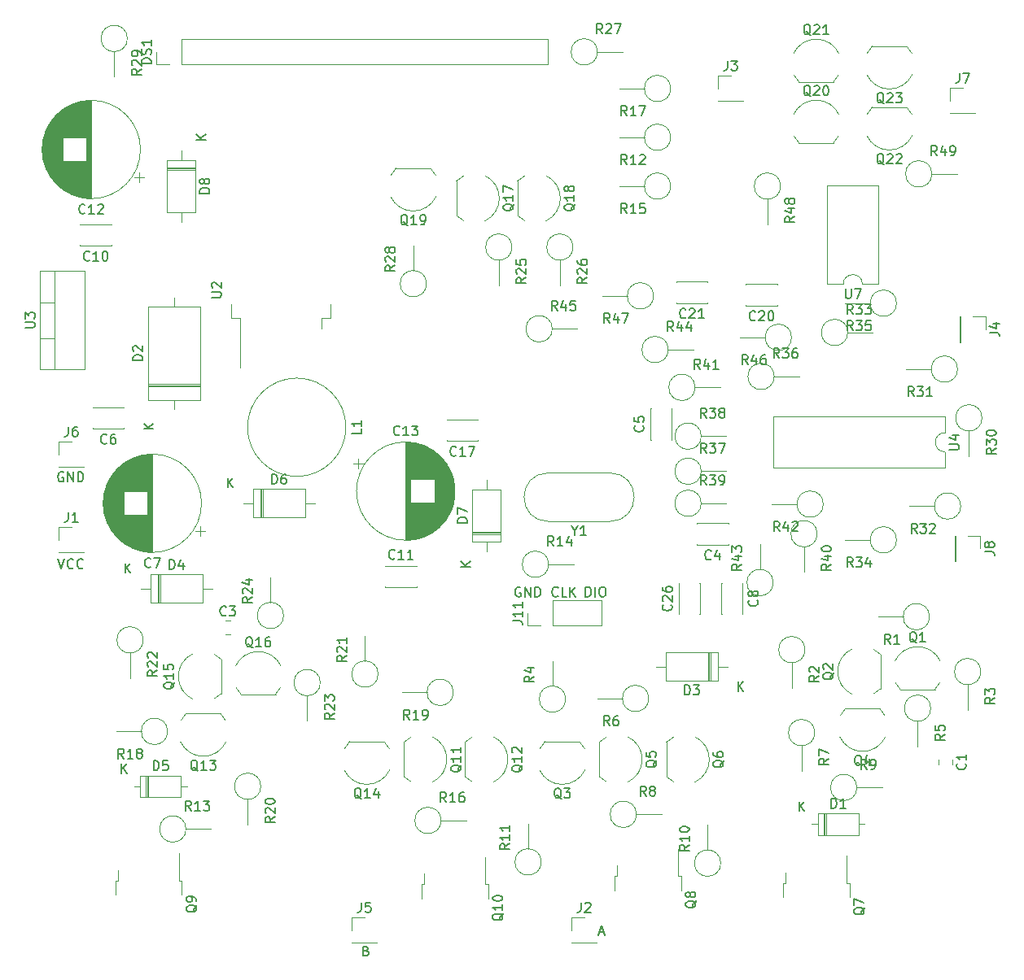
<source format=gbr>
%TF.GenerationSoftware,KiCad,Pcbnew,5.1.8-5.1.8*%
%TF.CreationDate,2021-07-28T16:27:41+08:00*%
%TF.ProjectId,fluxgate,666c7578-6761-4746-952e-6b696361645f,rev?*%
%TF.SameCoordinates,Original*%
%TF.FileFunction,Legend,Top*%
%TF.FilePolarity,Positive*%
%FSLAX46Y46*%
G04 Gerber Fmt 4.6, Leading zero omitted, Abs format (unit mm)*
G04 Created by KiCad (PCBNEW 5.1.8-5.1.8) date 2021-07-28 16:27:41*
%MOMM*%
%LPD*%
G01*
G04 APERTURE LIST*
%ADD10C,0.150000*%
%ADD11C,0.120000*%
G04 APERTURE END LIST*
D10*
X130949510Y-115123220D02*
X130949510Y-114123220D01*
X131187605Y-114123220D01*
X131330462Y-114170840D01*
X131425700Y-114266078D01*
X131473320Y-114361316D01*
X131520939Y-114551792D01*
X131520939Y-114694649D01*
X131473320Y-114885125D01*
X131425700Y-114980363D01*
X131330462Y-115075601D01*
X131187605Y-115123220D01*
X130949510Y-115123220D01*
X131949510Y-115123220D02*
X131949510Y-114123220D01*
X132616177Y-114123220D02*
X132806653Y-114123220D01*
X132901891Y-114170840D01*
X132997129Y-114266078D01*
X133044748Y-114456554D01*
X133044748Y-114789887D01*
X132997129Y-114980363D01*
X132901891Y-115075601D01*
X132806653Y-115123220D01*
X132616177Y-115123220D01*
X132520939Y-115075601D01*
X132425700Y-114980363D01*
X132378081Y-114789887D01*
X132378081Y-114456554D01*
X132425700Y-114266078D01*
X132520939Y-114170840D01*
X132616177Y-114123220D01*
X128081161Y-115043222D02*
X128033542Y-115090841D01*
X127890685Y-115138460D01*
X127795447Y-115138460D01*
X127652590Y-115090841D01*
X127557352Y-114995603D01*
X127509733Y-114900365D01*
X127462114Y-114709889D01*
X127462114Y-114567032D01*
X127509733Y-114376556D01*
X127557352Y-114281318D01*
X127652590Y-114186080D01*
X127795447Y-114138460D01*
X127890685Y-114138460D01*
X128033542Y-114186080D01*
X128081161Y-114233699D01*
X128985923Y-115138460D02*
X128509733Y-115138460D01*
X128509733Y-114138460D01*
X129319257Y-115138460D02*
X129319257Y-114138460D01*
X129890685Y-115138460D02*
X129462114Y-114567032D01*
X129890685Y-114138460D02*
X129319257Y-114709889D01*
X124173075Y-114186080D02*
X124077837Y-114138460D01*
X123934980Y-114138460D01*
X123792122Y-114186080D01*
X123696884Y-114281318D01*
X123649265Y-114376556D01*
X123601646Y-114567032D01*
X123601646Y-114709889D01*
X123649265Y-114900365D01*
X123696884Y-114995603D01*
X123792122Y-115090841D01*
X123934980Y-115138460D01*
X124030218Y-115138460D01*
X124173075Y-115090841D01*
X124220694Y-115043222D01*
X124220694Y-114709889D01*
X124030218Y-114709889D01*
X124649265Y-115138460D02*
X124649265Y-114138460D01*
X125220694Y-115138460D01*
X125220694Y-114138460D01*
X125696884Y-115138460D02*
X125696884Y-114138460D01*
X125934980Y-114138460D01*
X126077837Y-114186080D01*
X126173075Y-114281318D01*
X126220694Y-114376556D01*
X126268313Y-114567032D01*
X126268313Y-114709889D01*
X126220694Y-114900365D01*
X126173075Y-114995603D01*
X126077837Y-115090841D01*
X125934980Y-115138460D01*
X125696884Y-115138460D01*
X132349904Y-150062226D02*
X132826095Y-150062226D01*
X132254666Y-150347940D02*
X132588000Y-149347940D01*
X132921333Y-150347940D01*
X108123028Y-152013611D02*
X108265885Y-152061230D01*
X108313504Y-152108849D01*
X108361123Y-152204087D01*
X108361123Y-152346944D01*
X108313504Y-152442182D01*
X108265885Y-152489801D01*
X108170647Y-152537420D01*
X107789695Y-152537420D01*
X107789695Y-151537420D01*
X108123028Y-151537420D01*
X108218266Y-151585040D01*
X108265885Y-151632659D01*
X108313504Y-151727897D01*
X108313504Y-151823135D01*
X108265885Y-151918373D01*
X108218266Y-151965992D01*
X108123028Y-152013611D01*
X107789695Y-152013611D01*
X76621735Y-102212520D02*
X76526497Y-102164900D01*
X76383640Y-102164900D01*
X76240782Y-102212520D01*
X76145544Y-102307758D01*
X76097925Y-102402996D01*
X76050306Y-102593472D01*
X76050306Y-102736329D01*
X76097925Y-102926805D01*
X76145544Y-103022043D01*
X76240782Y-103117281D01*
X76383640Y-103164900D01*
X76478878Y-103164900D01*
X76621735Y-103117281D01*
X76669354Y-103069662D01*
X76669354Y-102736329D01*
X76478878Y-102736329D01*
X77097925Y-103164900D02*
X77097925Y-102164900D01*
X77669354Y-103164900D01*
X77669354Y-102164900D01*
X78145544Y-103164900D02*
X78145544Y-102164900D01*
X78383640Y-102164900D01*
X78526497Y-102212520D01*
X78621735Y-102307758D01*
X78669354Y-102402996D01*
X78716973Y-102593472D01*
X78716973Y-102736329D01*
X78669354Y-102926805D01*
X78621735Y-103022043D01*
X78526497Y-103117281D01*
X78383640Y-103164900D01*
X78145544Y-103164900D01*
X76088406Y-111209840D02*
X76421740Y-112209840D01*
X76755073Y-111209840D01*
X77659835Y-112114602D02*
X77612216Y-112162221D01*
X77469359Y-112209840D01*
X77374120Y-112209840D01*
X77231263Y-112162221D01*
X77136025Y-112066983D01*
X77088406Y-111971745D01*
X77040787Y-111781269D01*
X77040787Y-111638412D01*
X77088406Y-111447936D01*
X77136025Y-111352698D01*
X77231263Y-111257460D01*
X77374120Y-111209840D01*
X77469359Y-111209840D01*
X77612216Y-111257460D01*
X77659835Y-111305079D01*
X78659835Y-112114602D02*
X78612216Y-112162221D01*
X78469359Y-112209840D01*
X78374120Y-112209840D01*
X78231263Y-112162221D01*
X78136025Y-112066983D01*
X78088406Y-111971745D01*
X78040787Y-111781269D01*
X78040787Y-111638412D01*
X78088406Y-111447936D01*
X78136025Y-111352698D01*
X78231263Y-111257460D01*
X78374120Y-111209840D01*
X78469359Y-111209840D01*
X78612216Y-111257460D01*
X78659835Y-111305079D01*
D11*
%TO.C,J2*%
X129480000Y-148530000D02*
X130810000Y-148530000D01*
X129480000Y-149860000D02*
X129480000Y-148530000D01*
X129480000Y-151130000D02*
X132140000Y-151130000D01*
X132140000Y-151130000D02*
X132140000Y-151190000D01*
X129480000Y-151130000D02*
X129480000Y-151190000D01*
X129480000Y-151190000D02*
X132140000Y-151190000D01*
%TO.C,J3*%
X144720000Y-63560000D02*
X147380000Y-63560000D01*
X144720000Y-63500000D02*
X144720000Y-63560000D01*
X147380000Y-63500000D02*
X147380000Y-63560000D01*
X144720000Y-63500000D02*
X147380000Y-63500000D01*
X144720000Y-62230000D02*
X144720000Y-60900000D01*
X144720000Y-60900000D02*
X146050000Y-60900000D01*
%TO.C,J4*%
X172530000Y-85970000D02*
X172530000Y-87300000D01*
X171200000Y-85970000D02*
X172530000Y-85970000D01*
X169930000Y-85970000D02*
X169930000Y-88630000D01*
X169930000Y-88630000D02*
X169870000Y-88630000D01*
X169930000Y-85970000D02*
X169870000Y-85970000D01*
X169870000Y-85970000D02*
X169870000Y-88630000D01*
%TO.C,J5*%
X106620000Y-148530000D02*
X107950000Y-148530000D01*
X106620000Y-149860000D02*
X106620000Y-148530000D01*
X106620000Y-151130000D02*
X109280000Y-151130000D01*
X109280000Y-151130000D02*
X109280000Y-151190000D01*
X106620000Y-151130000D02*
X106620000Y-151190000D01*
X106620000Y-151190000D02*
X109280000Y-151190000D01*
%TO.C,J6*%
X76140000Y-101660000D02*
X78800000Y-101660000D01*
X76140000Y-101600000D02*
X76140000Y-101660000D01*
X78800000Y-101600000D02*
X78800000Y-101660000D01*
X76140000Y-101600000D02*
X78800000Y-101600000D01*
X76140000Y-100330000D02*
X76140000Y-99000000D01*
X76140000Y-99000000D02*
X77470000Y-99000000D01*
%TO.C,J7*%
X168850000Y-64830000D02*
X171510000Y-64830000D01*
X168850000Y-64770000D02*
X168850000Y-64830000D01*
X171510000Y-64770000D02*
X171510000Y-64830000D01*
X168850000Y-64770000D02*
X171510000Y-64770000D01*
X168850000Y-63500000D02*
X168850000Y-62170000D01*
X168850000Y-62170000D02*
X170180000Y-62170000D01*
%TO.C,J8*%
X172018000Y-108779000D02*
X172018000Y-110109000D01*
X170688000Y-108779000D02*
X172018000Y-108779000D01*
X169418000Y-108779000D02*
X169418000Y-111439000D01*
X169418000Y-111439000D02*
X169358000Y-111439000D01*
X169418000Y-108779000D02*
X169358000Y-108779000D01*
X169358000Y-108779000D02*
X169358000Y-111439000D01*
%TO.C,DS1*%
X86300000Y-59750000D02*
X86300000Y-58420000D01*
X87630000Y-59750000D02*
X86300000Y-59750000D01*
X88900000Y-59750000D02*
X88900000Y-57090000D01*
X88900000Y-57090000D02*
X127060000Y-57090000D01*
X88900000Y-59750000D02*
X127060000Y-59750000D01*
X127060000Y-59750000D02*
X127060000Y-57090000D01*
%TO.C,D8*%
X90370000Y-69670000D02*
X87430000Y-69670000D01*
X87430000Y-69670000D02*
X87430000Y-75110000D01*
X87430000Y-75110000D02*
X90370000Y-75110000D01*
X90370000Y-75110000D02*
X90370000Y-69670000D01*
X88900000Y-68650000D02*
X88900000Y-69670000D01*
X88900000Y-76130000D02*
X88900000Y-75110000D01*
X90370000Y-70570000D02*
X87430000Y-70570000D01*
X90370000Y-70690000D02*
X87430000Y-70690000D01*
X90370000Y-70450000D02*
X87430000Y-70450000D01*
%TO.C,D7*%
X119180000Y-109400000D02*
X122120000Y-109400000D01*
X122120000Y-109400000D02*
X122120000Y-103960000D01*
X122120000Y-103960000D02*
X119180000Y-103960000D01*
X119180000Y-103960000D02*
X119180000Y-109400000D01*
X120650000Y-110420000D02*
X120650000Y-109400000D01*
X120650000Y-102940000D02*
X120650000Y-103960000D01*
X119180000Y-108500000D02*
X122120000Y-108500000D01*
X119180000Y-108380000D02*
X122120000Y-108380000D01*
X119180000Y-108620000D02*
X122120000Y-108620000D01*
%TO.C,D6*%
X96340000Y-103940000D02*
X96340000Y-106880000D01*
X96340000Y-106880000D02*
X101780000Y-106880000D01*
X101780000Y-106880000D02*
X101780000Y-103940000D01*
X101780000Y-103940000D02*
X96340000Y-103940000D01*
X95320000Y-105410000D02*
X96340000Y-105410000D01*
X102800000Y-105410000D02*
X101780000Y-105410000D01*
X97240000Y-103940000D02*
X97240000Y-106880000D01*
X97360000Y-103940000D02*
X97360000Y-106880000D01*
X97120000Y-103940000D02*
X97120000Y-106880000D01*
%TO.C,R49*%
X166970000Y-71120000D02*
G75*
G03*
X166970000Y-71120000I-1370000J0D01*
G01*
X166970000Y-71120000D02*
X169580000Y-71120000D01*
%TO.C,R48*%
X151230000Y-72390000D02*
G75*
G03*
X151230000Y-72390000I-1370000J0D01*
G01*
X149860000Y-73760000D02*
X149860000Y-76370000D01*
%TO.C,R47*%
X138022000Y-83820000D02*
G75*
G03*
X138022000Y-83820000I-1370000J0D01*
G01*
X135282000Y-83820000D02*
X132672000Y-83820000D01*
%TO.C,R46*%
X152373000Y-88138000D02*
G75*
G03*
X152373000Y-88138000I-1370000J0D01*
G01*
X149633000Y-88138000D02*
X147023000Y-88138000D01*
%TO.C,R45*%
X127481000Y-87249000D02*
G75*
G03*
X127481000Y-87249000I-1370000J0D01*
G01*
X127481000Y-87249000D02*
X130091000Y-87249000D01*
%TO.C,R44*%
X139546000Y-89408000D02*
G75*
G03*
X139546000Y-89408000I-1370000J0D01*
G01*
X139546000Y-89408000D02*
X142156000Y-89408000D01*
%TO.C,R43*%
X150468000Y-113665000D02*
G75*
G03*
X150468000Y-113665000I-1370000J0D01*
G01*
X149098000Y-112295000D02*
X149098000Y-109685000D01*
%TO.C,R42*%
X155675000Y-105500000D02*
G75*
G03*
X155675000Y-105500000I-1370000J0D01*
G01*
X152935000Y-105500000D02*
X150325000Y-105500000D01*
%TO.C,R41*%
X142340000Y-93345000D02*
G75*
G03*
X142340000Y-93345000I-1370000J0D01*
G01*
X142340000Y-93345000D02*
X144950000Y-93345000D01*
%TO.C,R40*%
X155040000Y-108585000D02*
G75*
G03*
X155040000Y-108585000I-1370000J0D01*
G01*
X153670000Y-109955000D02*
X153670000Y-112565000D01*
%TO.C,R39*%
X142975000Y-105410000D02*
G75*
G03*
X142975000Y-105410000I-1370000J0D01*
G01*
X142975000Y-105410000D02*
X145585000Y-105410000D01*
%TO.C,R38*%
X142975000Y-98425000D02*
G75*
G03*
X142975000Y-98425000I-1370000J0D01*
G01*
X142975000Y-98425000D02*
X145585000Y-98425000D01*
%TO.C,R37*%
X142975680Y-102077260D02*
G75*
G03*
X142975680Y-102077260I-1370000J0D01*
G01*
X142975680Y-102077260D02*
X145585680Y-102077260D01*
%TO.C,R36*%
X150570000Y-92200000D02*
G75*
G03*
X150570000Y-92200000I-1370000J0D01*
G01*
X150570000Y-92200000D02*
X153180000Y-92200000D01*
%TO.C,R35*%
X163295000Y-84582000D02*
G75*
G03*
X163295000Y-84582000I-1370000J0D01*
G01*
X160555000Y-84582000D02*
X157945000Y-84582000D01*
%TO.C,R34*%
X163295000Y-109220000D02*
G75*
G03*
X163295000Y-109220000I-1370000J0D01*
G01*
X160555000Y-109220000D02*
X157945000Y-109220000D01*
%TO.C,R33*%
X158215000Y-87630000D02*
G75*
G03*
X158215000Y-87630000I-1370000J0D01*
G01*
X158215000Y-87630000D02*
X160825000Y-87630000D01*
%TO.C,R32*%
X169970000Y-105700000D02*
G75*
G03*
X169970000Y-105700000I-1370000J0D01*
G01*
X167230000Y-105700000D02*
X164620000Y-105700000D01*
%TO.C,R31*%
X169645000Y-91440000D02*
G75*
G03*
X169645000Y-91440000I-1370000J0D01*
G01*
X166905000Y-91440000D02*
X164295000Y-91440000D01*
%TO.C,R30*%
X172185000Y-96520000D02*
G75*
G03*
X172185000Y-96520000I-1370000J0D01*
G01*
X170815000Y-97890000D02*
X170815000Y-100500000D01*
%TO.C,R29*%
X83285000Y-57023000D02*
G75*
G03*
X83285000Y-57023000I-1370000J0D01*
G01*
X81915000Y-58393000D02*
X81915000Y-61003000D01*
%TO.C,R28*%
X114400000Y-82550000D02*
G75*
G03*
X114400000Y-82550000I-1370000J0D01*
G01*
X113030000Y-81180000D02*
X113030000Y-78570000D01*
%TO.C,R27*%
X132180000Y-58420000D02*
G75*
G03*
X132180000Y-58420000I-1370000J0D01*
G01*
X132180000Y-58420000D02*
X134790000Y-58420000D01*
%TO.C,R26*%
X129640000Y-78740000D02*
G75*
G03*
X129640000Y-78740000I-1370000J0D01*
G01*
X128270000Y-80110000D02*
X128270000Y-82720000D01*
%TO.C,R25*%
X123290000Y-78740000D02*
G75*
G03*
X123290000Y-78740000I-1370000J0D01*
G01*
X121920000Y-80110000D02*
X121920000Y-82720000D01*
%TO.C,R24*%
X99541000Y-117094000D02*
G75*
G03*
X99541000Y-117094000I-1370000J0D01*
G01*
X98171000Y-115724000D02*
X98171000Y-113114000D01*
%TO.C,R23*%
X103351000Y-124079000D02*
G75*
G03*
X103351000Y-124079000I-1370000J0D01*
G01*
X101981000Y-125449000D02*
X101981000Y-128059000D01*
%TO.C,R22*%
X84936000Y-119634000D02*
G75*
G03*
X84936000Y-119634000I-1370000J0D01*
G01*
X83566000Y-121004000D02*
X83566000Y-123614000D01*
%TO.C,R21*%
X109370000Y-123190000D02*
G75*
G03*
X109370000Y-123190000I-1370000J0D01*
G01*
X108000000Y-121820000D02*
X108000000Y-119210000D01*
%TO.C,R20*%
X97170000Y-134874000D02*
G75*
G03*
X97170000Y-134874000I-1370000J0D01*
G01*
X95800000Y-136244000D02*
X95800000Y-138854000D01*
%TO.C,R19*%
X117194000Y-125095000D02*
G75*
G03*
X117194000Y-125095000I-1370000J0D01*
G01*
X114454000Y-125095000D02*
X111844000Y-125095000D01*
%TO.C,R18*%
X87476000Y-129159000D02*
G75*
G03*
X87476000Y-129159000I-1370000J0D01*
G01*
X84736000Y-129159000D02*
X82126000Y-129159000D01*
%TO.C,R17*%
X139800000Y-62230000D02*
G75*
G03*
X139800000Y-62230000I-1370000J0D01*
G01*
X137060000Y-62230000D02*
X134450000Y-62230000D01*
%TO.C,R16*%
X115924000Y-138430000D02*
G75*
G03*
X115924000Y-138430000I-1370000J0D01*
G01*
X115924000Y-138430000D02*
X118534000Y-138430000D01*
%TO.C,R15*%
X139800000Y-72390000D02*
G75*
G03*
X139800000Y-72390000I-1370000J0D01*
G01*
X137060000Y-72390000D02*
X134450000Y-72390000D01*
%TO.C,R14*%
X127100000Y-111760000D02*
G75*
G03*
X127100000Y-111760000I-1370000J0D01*
G01*
X127100000Y-111760000D02*
X129710000Y-111760000D01*
%TO.C,R13*%
X89381000Y-139319000D02*
G75*
G03*
X89381000Y-139319000I-1370000J0D01*
G01*
X89381000Y-139319000D02*
X91991000Y-139319000D01*
%TO.C,R12*%
X139800000Y-67310000D02*
G75*
G03*
X139800000Y-67310000I-1370000J0D01*
G01*
X137060000Y-67310000D02*
X134450000Y-67310000D01*
%TO.C,R11*%
X126338000Y-142748000D02*
G75*
G03*
X126338000Y-142748000I-1370000J0D01*
G01*
X124968000Y-141378000D02*
X124968000Y-138768000D01*
%TO.C,R10*%
X145007000Y-142875000D02*
G75*
G03*
X145007000Y-142875000I-1370000J0D01*
G01*
X143637000Y-141505000D02*
X143637000Y-138895000D01*
%TO.C,R9*%
X159170000Y-135000000D02*
G75*
G03*
X159170000Y-135000000I-1370000J0D01*
G01*
X159170000Y-135000000D02*
X161780000Y-135000000D01*
%TO.C,R8*%
X136244000Y-137795000D02*
G75*
G03*
X136244000Y-137795000I-1370000J0D01*
G01*
X136244000Y-137795000D02*
X138854000Y-137795000D01*
%TO.C,R7*%
X154786000Y-129286000D02*
G75*
G03*
X154786000Y-129286000I-1370000J0D01*
G01*
X153416000Y-130656000D02*
X153416000Y-133266000D01*
%TO.C,R6*%
X137514000Y-125730000D02*
G75*
G03*
X137514000Y-125730000I-1370000J0D01*
G01*
X134774000Y-125730000D02*
X132164000Y-125730000D01*
%TO.C,R5*%
X166851000Y-126746000D02*
G75*
G03*
X166851000Y-126746000I-1370000J0D01*
G01*
X165481000Y-128116000D02*
X165481000Y-130726000D01*
%TO.C,R4*%
X128870000Y-125800000D02*
G75*
G03*
X128870000Y-125800000I-1370000J0D01*
G01*
X127500000Y-124430000D02*
X127500000Y-121820000D01*
%TO.C,R3*%
X172058000Y-122936000D02*
G75*
G03*
X172058000Y-122936000I-1370000J0D01*
G01*
X170688000Y-124306000D02*
X170688000Y-126916000D01*
%TO.C,R2*%
X153770000Y-120650000D02*
G75*
G03*
X153770000Y-120650000I-1370000J0D01*
G01*
X152400000Y-122020000D02*
X152400000Y-124630000D01*
%TO.C,R1*%
X166724000Y-117221000D02*
G75*
G03*
X166724000Y-117221000I-1370000J0D01*
G01*
X163984000Y-117221000D02*
X161374000Y-117221000D01*
%TO.C,Q19*%
X114830000Y-70540000D02*
X111230000Y-70540000D01*
X110705816Y-71267205D02*
G75*
G02*
X111230000Y-70540000I2324184J-1122795D01*
G01*
X110673600Y-73488807D02*
G75*
G03*
X113030000Y-74990000I2356400J1098807D01*
G01*
X115386400Y-73488807D02*
G75*
G02*
X113030000Y-74990000I-2356400J1098807D01*
G01*
X115354184Y-71267205D02*
G75*
G03*
X114830000Y-70540000I-2324184J-1122795D01*
G01*
%TO.C,Q18*%
X123880000Y-71860000D02*
X123880000Y-75460000D01*
X124607205Y-75984184D02*
G75*
G02*
X123880000Y-75460000I1122795J2324184D01*
G01*
X126828807Y-76016400D02*
G75*
G03*
X128330000Y-73660000I-1098807J2356400D01*
G01*
X126828807Y-71303600D02*
G75*
G02*
X128330000Y-73660000I-1098807J-2356400D01*
G01*
X124607205Y-71335816D02*
G75*
G03*
X123880000Y-71860000I1122795J-2324184D01*
G01*
%TO.C,Q17*%
X117530000Y-71860000D02*
X117530000Y-75460000D01*
X118257205Y-75984184D02*
G75*
G02*
X117530000Y-75460000I1122795J2324184D01*
G01*
X120478807Y-76016400D02*
G75*
G03*
X121980000Y-73660000I-1098807J2356400D01*
G01*
X120478807Y-71303600D02*
G75*
G02*
X121980000Y-73660000I-1098807J-2356400D01*
G01*
X118257205Y-71335816D02*
G75*
G03*
X117530000Y-71860000I1122795J-2324184D01*
G01*
%TO.C,Y1*%
X133475000Y-107300000D02*
X127075000Y-107300000D01*
X133475000Y-102250000D02*
X127075000Y-102250000D01*
X127075000Y-102250000D02*
G75*
G03*
X127075000Y-107300000I0J-2525000D01*
G01*
X133475000Y-102250000D02*
G75*
G02*
X133475000Y-107300000I0J-2525000D01*
G01*
%TO.C,U7*%
X159750000Y-82610000D02*
X161400000Y-82610000D01*
X161400000Y-82610000D02*
X161400000Y-72330000D01*
X161400000Y-72330000D02*
X156100000Y-72330000D01*
X156100000Y-72330000D02*
X156100000Y-82610000D01*
X156100000Y-82610000D02*
X157750000Y-82610000D01*
X157750000Y-82610000D02*
G75*
G02*
X159750000Y-82610000I1000000J0D01*
G01*
%TO.C,U4*%
X168335000Y-98060000D02*
X168335000Y-96410000D01*
X168335000Y-96410000D02*
X150435000Y-96410000D01*
X150435000Y-96410000D02*
X150435000Y-101710000D01*
X150435000Y-101710000D02*
X168335000Y-101710000D01*
X168335000Y-101710000D02*
X168335000Y-100060000D01*
X168335000Y-100060000D02*
G75*
G02*
X168335000Y-98060000I0J1000000D01*
G01*
%TO.C,U3*%
X74200000Y-91480000D02*
X74200000Y-81240000D01*
X78841000Y-91480000D02*
X78841000Y-81240000D01*
X74200000Y-91480000D02*
X78841000Y-91480000D01*
X74200000Y-81240000D02*
X78841000Y-81240000D01*
X75710000Y-91480000D02*
X75710000Y-81240000D01*
X74200000Y-88210000D02*
X75710000Y-88210000D01*
X74200000Y-84509000D02*
X75710000Y-84509000D01*
%TO.C,U2*%
X94053000Y-84654000D02*
X94053000Y-86154000D01*
X94053000Y-86154000D02*
X95003000Y-86154000D01*
X95003000Y-86154000D02*
X95003000Y-91279000D01*
X104453000Y-84654000D02*
X104453000Y-86154000D01*
X104453000Y-86154000D02*
X103503000Y-86154000D01*
X103503000Y-86154000D02*
X103503000Y-87254000D01*
%TO.C,Q23*%
X164360000Y-57840000D02*
X160760000Y-57840000D01*
X160235816Y-58567205D02*
G75*
G02*
X160760000Y-57840000I2324184J-1122795D01*
G01*
X160203600Y-60788807D02*
G75*
G03*
X162560000Y-62290000I2356400J1098807D01*
G01*
X164916400Y-60788807D02*
G75*
G02*
X162560000Y-62290000I-2356400J1098807D01*
G01*
X164884184Y-58567205D02*
G75*
G03*
X164360000Y-57840000I-2324184J-1122795D01*
G01*
%TO.C,Q22*%
X164360000Y-64190000D02*
X160760000Y-64190000D01*
X160235816Y-64917205D02*
G75*
G02*
X160760000Y-64190000I2324184J-1122795D01*
G01*
X160203600Y-67138807D02*
G75*
G03*
X162560000Y-68640000I2356400J1098807D01*
G01*
X164916400Y-67138807D02*
G75*
G02*
X162560000Y-68640000I-2356400J1098807D01*
G01*
X164884184Y-64917205D02*
G75*
G03*
X164360000Y-64190000I-2324184J-1122795D01*
G01*
%TO.C,Q21*%
X153140000Y-61540000D02*
X156740000Y-61540000D01*
X157264184Y-60812795D02*
G75*
G02*
X156740000Y-61540000I-2324184J1122795D01*
G01*
X157296400Y-58591193D02*
G75*
G03*
X154940000Y-57090000I-2356400J-1098807D01*
G01*
X152583600Y-58591193D02*
G75*
G02*
X154940000Y-57090000I2356400J-1098807D01*
G01*
X152615816Y-60812795D02*
G75*
G03*
X153140000Y-61540000I2324184J1122795D01*
G01*
%TO.C,Q20*%
X153140000Y-67890000D02*
X156740000Y-67890000D01*
X157264184Y-67162795D02*
G75*
G02*
X156740000Y-67890000I-2324184J1122795D01*
G01*
X157296400Y-64941193D02*
G75*
G03*
X154940000Y-63440000I-2356400J-1098807D01*
G01*
X152583600Y-64941193D02*
G75*
G02*
X154940000Y-63440000I2356400J-1098807D01*
G01*
X152615816Y-67162795D02*
G75*
G03*
X153140000Y-67890000I2324184J1122795D01*
G01*
%TO.C,Q16*%
X95101000Y-125294000D02*
X98701000Y-125294000D01*
X99225184Y-124566795D02*
G75*
G02*
X98701000Y-125294000I-2324184J1122795D01*
G01*
X99257400Y-122345193D02*
G75*
G03*
X96901000Y-120844000I-2356400J-1098807D01*
G01*
X94544600Y-122345193D02*
G75*
G02*
X96901000Y-120844000I2356400J-1098807D01*
G01*
X94576816Y-124566795D02*
G75*
G03*
X95101000Y-125294000I2324184J1122795D01*
G01*
%TO.C,Q15*%
X93036000Y-125244000D02*
X93036000Y-121644000D01*
X92308795Y-121119816D02*
G75*
G02*
X93036000Y-121644000I-1122795J-2324184D01*
G01*
X90087193Y-121087600D02*
G75*
G03*
X88586000Y-123444000I1098807J-2356400D01*
G01*
X90087193Y-125800400D02*
G75*
G02*
X88586000Y-123444000I1098807J2356400D01*
G01*
X92308795Y-125768184D02*
G75*
G03*
X93036000Y-125244000I-1122795J2324184D01*
G01*
%TO.C,Q14*%
X110004000Y-130230000D02*
X106404000Y-130230000D01*
X105879816Y-130957205D02*
G75*
G02*
X106404000Y-130230000I2324184J-1122795D01*
G01*
X105847600Y-133178807D02*
G75*
G03*
X108204000Y-134680000I2356400J1098807D01*
G01*
X110560400Y-133178807D02*
G75*
G02*
X108204000Y-134680000I-2356400J1098807D01*
G01*
X110528184Y-130957205D02*
G75*
G03*
X110004000Y-130230000I-2324184J-1122795D01*
G01*
%TO.C,Q13*%
X92986000Y-127309000D02*
X89386000Y-127309000D01*
X88861816Y-128036205D02*
G75*
G02*
X89386000Y-127309000I2324184J-1122795D01*
G01*
X88829600Y-130257807D02*
G75*
G03*
X91186000Y-131759000I2356400J1098807D01*
G01*
X93542400Y-130257807D02*
G75*
G02*
X91186000Y-131759000I-2356400J1098807D01*
G01*
X93510184Y-128036205D02*
G75*
G03*
X92986000Y-127309000I-2324184J-1122795D01*
G01*
%TO.C,Q12*%
X118419000Y-130280000D02*
X118419000Y-133880000D01*
X119146205Y-134404184D02*
G75*
G02*
X118419000Y-133880000I1122795J2324184D01*
G01*
X121367807Y-134436400D02*
G75*
G03*
X122869000Y-132080000I-1098807J2356400D01*
G01*
X121367807Y-129723600D02*
G75*
G02*
X122869000Y-132080000I-1098807J-2356400D01*
G01*
X119146205Y-129755816D02*
G75*
G03*
X118419000Y-130280000I1122795J-2324184D01*
G01*
%TO.C,Q11*%
X112069000Y-130280000D02*
X112069000Y-133880000D01*
X112796205Y-134404184D02*
G75*
G02*
X112069000Y-133880000I1122795J2324184D01*
G01*
X115017807Y-134436400D02*
G75*
G03*
X116519000Y-132080000I-1098807J2356400D01*
G01*
X115017807Y-129723600D02*
G75*
G02*
X116519000Y-132080000I-1098807J-2356400D01*
G01*
X112796205Y-129755816D02*
G75*
G03*
X112069000Y-130280000I1122795J-2324184D01*
G01*
%TO.C,Q10*%
X120799000Y-146560000D02*
X120799000Y-145060000D01*
X120799000Y-145060000D02*
X120529000Y-145060000D01*
X120529000Y-145060000D02*
X120529000Y-142230000D01*
X113899000Y-146560000D02*
X113899000Y-145060000D01*
X113899000Y-145060000D02*
X114169000Y-145060000D01*
X114169000Y-145060000D02*
X114169000Y-143960000D01*
%TO.C,Q9*%
X88921000Y-146179000D02*
X88921000Y-144679000D01*
X88921000Y-144679000D02*
X88651000Y-144679000D01*
X88651000Y-144679000D02*
X88651000Y-141849000D01*
X82021000Y-146179000D02*
X82021000Y-144679000D01*
X82021000Y-144679000D02*
X82291000Y-144679000D01*
X82291000Y-144679000D02*
X82291000Y-143579000D01*
%TO.C,Q8*%
X140864000Y-145715000D02*
X140864000Y-144215000D01*
X140864000Y-144215000D02*
X140594000Y-144215000D01*
X140594000Y-144215000D02*
X140594000Y-141385000D01*
X133964000Y-145715000D02*
X133964000Y-144215000D01*
X133964000Y-144215000D02*
X134234000Y-144215000D01*
X134234000Y-144215000D02*
X134234000Y-143115000D01*
%TO.C,Q7*%
X158391000Y-146433000D02*
X158391000Y-144933000D01*
X158391000Y-144933000D02*
X158121000Y-144933000D01*
X158121000Y-144933000D02*
X158121000Y-142103000D01*
X151491000Y-146433000D02*
X151491000Y-144933000D01*
X151491000Y-144933000D02*
X151761000Y-144933000D01*
X151761000Y-144933000D02*
X151761000Y-143833000D01*
%TO.C,Q6*%
X139374000Y-130280000D02*
X139374000Y-133880000D01*
X140101205Y-134404184D02*
G75*
G02*
X139374000Y-133880000I1122795J2324184D01*
G01*
X142322807Y-134436400D02*
G75*
G03*
X143824000Y-132080000I-1098807J2356400D01*
G01*
X142322807Y-129723600D02*
G75*
G02*
X143824000Y-132080000I-1098807J-2356400D01*
G01*
X140101205Y-129755816D02*
G75*
G03*
X139374000Y-130280000I1122795J-2324184D01*
G01*
%TO.C,Q5*%
X132389000Y-130280000D02*
X132389000Y-133880000D01*
X133116205Y-134404184D02*
G75*
G02*
X132389000Y-133880000I1122795J2324184D01*
G01*
X135337807Y-134436400D02*
G75*
G03*
X136839000Y-132080000I-1098807J2356400D01*
G01*
X135337807Y-129723600D02*
G75*
G02*
X136839000Y-132080000I-1098807J-2356400D01*
G01*
X133116205Y-129755816D02*
G75*
G03*
X132389000Y-130280000I1122795J-2324184D01*
G01*
%TO.C,Q4*%
X161566000Y-126801000D02*
X157966000Y-126801000D01*
X157441816Y-127528205D02*
G75*
G02*
X157966000Y-126801000I2324184J-1122795D01*
G01*
X157409600Y-129749807D02*
G75*
G03*
X159766000Y-131251000I2356400J1098807D01*
G01*
X162122400Y-129749807D02*
G75*
G02*
X159766000Y-131251000I-2356400J1098807D01*
G01*
X162090184Y-127528205D02*
G75*
G03*
X161566000Y-126801000I-2324184J-1122795D01*
G01*
%TO.C,Q3*%
X130324000Y-130230000D02*
X126724000Y-130230000D01*
X126199816Y-130957205D02*
G75*
G02*
X126724000Y-130230000I2324184J-1122795D01*
G01*
X126167600Y-133178807D02*
G75*
G03*
X128524000Y-134680000I2356400J1098807D01*
G01*
X130880400Y-133178807D02*
G75*
G02*
X128524000Y-134680000I-2356400J1098807D01*
G01*
X130848184Y-130957205D02*
G75*
G03*
X130324000Y-130230000I-2324184J-1122795D01*
G01*
%TO.C,Q2*%
X161616000Y-124736000D02*
X161616000Y-121136000D01*
X160888795Y-120611816D02*
G75*
G02*
X161616000Y-121136000I-1122795J-2324184D01*
G01*
X158667193Y-120579600D02*
G75*
G03*
X157166000Y-122936000I1098807J-2356400D01*
G01*
X158667193Y-125292400D02*
G75*
G02*
X157166000Y-122936000I1098807J2356400D01*
G01*
X160888795Y-125260184D02*
G75*
G03*
X161616000Y-124736000I-1122795J2324184D01*
G01*
%TO.C,Q1*%
X163681000Y-124786000D02*
X167281000Y-124786000D01*
X167805184Y-124058795D02*
G75*
G02*
X167281000Y-124786000I-2324184J1122795D01*
G01*
X167837400Y-121837193D02*
G75*
G03*
X165481000Y-120336000I-2356400J-1098807D01*
G01*
X163124600Y-121837193D02*
G75*
G02*
X165481000Y-120336000I2356400J-1098807D01*
G01*
X163156816Y-124058795D02*
G75*
G03*
X163681000Y-124786000I2324184J1122795D01*
G01*
%TO.C,L1*%
X106020000Y-97500000D02*
G75*
G03*
X106020000Y-97500000I-5120000J0D01*
G01*
%TO.C,J11*%
X132648000Y-118170000D02*
X132648000Y-115510000D01*
X127508000Y-118170000D02*
X132648000Y-118170000D01*
X127508000Y-115510000D02*
X132648000Y-115510000D01*
X127508000Y-118170000D02*
X127508000Y-115510000D01*
X126238000Y-118170000D02*
X124908000Y-118170000D01*
X124908000Y-118170000D02*
X124908000Y-116840000D01*
%TO.C,J1*%
X76140000Y-110550000D02*
X78800000Y-110550000D01*
X76140000Y-110490000D02*
X76140000Y-110550000D01*
X78800000Y-110490000D02*
X78800000Y-110550000D01*
X76140000Y-110490000D02*
X78800000Y-110490000D01*
X76140000Y-109220000D02*
X76140000Y-107890000D01*
X76140000Y-107890000D02*
X77470000Y-107890000D01*
%TO.C,D5*%
X84621000Y-133754000D02*
X84621000Y-135994000D01*
X84621000Y-135994000D02*
X88861000Y-135994000D01*
X88861000Y-135994000D02*
X88861000Y-133754000D01*
X88861000Y-133754000D02*
X84621000Y-133754000D01*
X83971000Y-134874000D02*
X84621000Y-134874000D01*
X89511000Y-134874000D02*
X88861000Y-134874000D01*
X85341000Y-133754000D02*
X85341000Y-135994000D01*
X85461000Y-133754000D02*
X85461000Y-135994000D01*
X85221000Y-133754000D02*
X85221000Y-135994000D01*
%TO.C,D4*%
X85672000Y-112830000D02*
X85672000Y-115770000D01*
X85672000Y-115770000D02*
X91112000Y-115770000D01*
X91112000Y-115770000D02*
X91112000Y-112830000D01*
X91112000Y-112830000D02*
X85672000Y-112830000D01*
X84652000Y-114300000D02*
X85672000Y-114300000D01*
X92132000Y-114300000D02*
X91112000Y-114300000D01*
X86572000Y-112830000D02*
X86572000Y-115770000D01*
X86692000Y-112830000D02*
X86692000Y-115770000D01*
X86452000Y-112830000D02*
X86452000Y-115770000D01*
%TO.C,D3*%
X144706000Y-123898000D02*
X144706000Y-120958000D01*
X144706000Y-120958000D02*
X139266000Y-120958000D01*
X139266000Y-120958000D02*
X139266000Y-123898000D01*
X139266000Y-123898000D02*
X144706000Y-123898000D01*
X145726000Y-122428000D02*
X144706000Y-122428000D01*
X138246000Y-122428000D02*
X139266000Y-122428000D01*
X143806000Y-123898000D02*
X143806000Y-120958000D01*
X143686000Y-123898000D02*
X143686000Y-120958000D01*
X143926000Y-123898000D02*
X143926000Y-120958000D01*
%TO.C,D2*%
X85418000Y-94659000D02*
X90858000Y-94659000D01*
X90858000Y-94659000D02*
X90858000Y-84919000D01*
X90858000Y-84919000D02*
X85418000Y-84919000D01*
X85418000Y-84919000D02*
X85418000Y-94659000D01*
X88138000Y-95569000D02*
X88138000Y-94659000D01*
X88138000Y-84009000D02*
X88138000Y-84919000D01*
X85418000Y-93114000D02*
X90858000Y-93114000D01*
X85418000Y-92994000D02*
X90858000Y-92994000D01*
X85418000Y-93234000D02*
X90858000Y-93234000D01*
%TO.C,D1*%
X155106000Y-137691000D02*
X155106000Y-139931000D01*
X155106000Y-139931000D02*
X159346000Y-139931000D01*
X159346000Y-139931000D02*
X159346000Y-137691000D01*
X159346000Y-137691000D02*
X155106000Y-137691000D01*
X154456000Y-138811000D02*
X155106000Y-138811000D01*
X159996000Y-138811000D02*
X159346000Y-138811000D01*
X155826000Y-137691000D02*
X155826000Y-139931000D01*
X155946000Y-137691000D02*
X155946000Y-139931000D01*
X155706000Y-137691000D02*
X155706000Y-139931000D01*
%TO.C,C26*%
X140612000Y-116956000D02*
X140612000Y-113716000D01*
X142852000Y-116956000D02*
X142852000Y-113716000D01*
X140612000Y-116956000D02*
X140677000Y-116956000D01*
X142787000Y-116956000D02*
X142852000Y-116956000D01*
X140612000Y-113716000D02*
X140677000Y-113716000D01*
X142787000Y-113716000D02*
X142852000Y-113716000D01*
%TO.C,C21*%
X143626000Y-84559000D02*
X140386000Y-84559000D01*
X143626000Y-82319000D02*
X140386000Y-82319000D01*
X143626000Y-84559000D02*
X143626000Y-84494000D01*
X143626000Y-82384000D02*
X143626000Y-82319000D01*
X140386000Y-84559000D02*
X140386000Y-84494000D01*
X140386000Y-82384000D02*
X140386000Y-82319000D01*
%TO.C,C20*%
X150865000Y-84813000D02*
X147625000Y-84813000D01*
X150865000Y-82573000D02*
X147625000Y-82573000D01*
X150865000Y-84813000D02*
X150865000Y-84748000D01*
X150865000Y-82638000D02*
X150865000Y-82573000D01*
X147625000Y-84813000D02*
X147625000Y-84748000D01*
X147625000Y-82638000D02*
X147625000Y-82573000D01*
%TO.C,C17*%
X119750000Y-98910000D02*
X116510000Y-98910000D01*
X119750000Y-96670000D02*
X116510000Y-96670000D01*
X119750000Y-98910000D02*
X119750000Y-98845000D01*
X119750000Y-96735000D02*
X119750000Y-96670000D01*
X116510000Y-98910000D02*
X116510000Y-98845000D01*
X116510000Y-96735000D02*
X116510000Y-96670000D01*
%TO.C,C13*%
X117360000Y-104140000D02*
G75*
G03*
X117360000Y-104140000I-5120000J0D01*
G01*
X112240000Y-99060000D02*
X112240000Y-109220000D01*
X112280000Y-99060000D02*
X112280000Y-109220000D01*
X112320000Y-99060000D02*
X112320000Y-109220000D01*
X112360000Y-99061000D02*
X112360000Y-109219000D01*
X112400000Y-99062000D02*
X112400000Y-109218000D01*
X112440000Y-99063000D02*
X112440000Y-109217000D01*
X112480000Y-99065000D02*
X112480000Y-109215000D01*
X112520000Y-99067000D02*
X112520000Y-109213000D01*
X112560000Y-99070000D02*
X112560000Y-109210000D01*
X112600000Y-99072000D02*
X112600000Y-109208000D01*
X112640000Y-99075000D02*
X112640000Y-109205000D01*
X112680000Y-99078000D02*
X112680000Y-109202000D01*
X112720000Y-99082000D02*
X112720000Y-109198000D01*
X112760000Y-99086000D02*
X112760000Y-102899000D01*
X112760000Y-105381000D02*
X112760000Y-109194000D01*
X112800000Y-99090000D02*
X112800000Y-102899000D01*
X112800000Y-105381000D02*
X112800000Y-109190000D01*
X112840000Y-99095000D02*
X112840000Y-102899000D01*
X112840000Y-105381000D02*
X112840000Y-109185000D01*
X112880000Y-99100000D02*
X112880000Y-102899000D01*
X112880000Y-105381000D02*
X112880000Y-109180000D01*
X112920000Y-99105000D02*
X112920000Y-102899000D01*
X112920000Y-105381000D02*
X112920000Y-109175000D01*
X112961000Y-99110000D02*
X112961000Y-102899000D01*
X112961000Y-105381000D02*
X112961000Y-109170000D01*
X113001000Y-99116000D02*
X113001000Y-102899000D01*
X113001000Y-105381000D02*
X113001000Y-109164000D01*
X113041000Y-99122000D02*
X113041000Y-102899000D01*
X113041000Y-105381000D02*
X113041000Y-109158000D01*
X113081000Y-99129000D02*
X113081000Y-102899000D01*
X113081000Y-105381000D02*
X113081000Y-109151000D01*
X113121000Y-99136000D02*
X113121000Y-102899000D01*
X113121000Y-105381000D02*
X113121000Y-109144000D01*
X113161000Y-99143000D02*
X113161000Y-102899000D01*
X113161000Y-105381000D02*
X113161000Y-109137000D01*
X113201000Y-99150000D02*
X113201000Y-102899000D01*
X113201000Y-105381000D02*
X113201000Y-109130000D01*
X113241000Y-99158000D02*
X113241000Y-102899000D01*
X113241000Y-105381000D02*
X113241000Y-109122000D01*
X113281000Y-99166000D02*
X113281000Y-102899000D01*
X113281000Y-105381000D02*
X113281000Y-109114000D01*
X113321000Y-99175000D02*
X113321000Y-102899000D01*
X113321000Y-105381000D02*
X113321000Y-109105000D01*
X113361000Y-99184000D02*
X113361000Y-102899000D01*
X113361000Y-105381000D02*
X113361000Y-109096000D01*
X113401000Y-99193000D02*
X113401000Y-102899000D01*
X113401000Y-105381000D02*
X113401000Y-109087000D01*
X113441000Y-99202000D02*
X113441000Y-102899000D01*
X113441000Y-105381000D02*
X113441000Y-109078000D01*
X113481000Y-99212000D02*
X113481000Y-102899000D01*
X113481000Y-105381000D02*
X113481000Y-109068000D01*
X113521000Y-99222000D02*
X113521000Y-102899000D01*
X113521000Y-105381000D02*
X113521000Y-109058000D01*
X113561000Y-99233000D02*
X113561000Y-102899000D01*
X113561000Y-105381000D02*
X113561000Y-109047000D01*
X113601000Y-99243000D02*
X113601000Y-102899000D01*
X113601000Y-105381000D02*
X113601000Y-109037000D01*
X113641000Y-99255000D02*
X113641000Y-102899000D01*
X113641000Y-105381000D02*
X113641000Y-109025000D01*
X113681000Y-99266000D02*
X113681000Y-102899000D01*
X113681000Y-105381000D02*
X113681000Y-109014000D01*
X113721000Y-99278000D02*
X113721000Y-102899000D01*
X113721000Y-105381000D02*
X113721000Y-109002000D01*
X113761000Y-99290000D02*
X113761000Y-102899000D01*
X113761000Y-105381000D02*
X113761000Y-108990000D01*
X113801000Y-99303000D02*
X113801000Y-102899000D01*
X113801000Y-105381000D02*
X113801000Y-108977000D01*
X113841000Y-99316000D02*
X113841000Y-102899000D01*
X113841000Y-105381000D02*
X113841000Y-108964000D01*
X113881000Y-99329000D02*
X113881000Y-102899000D01*
X113881000Y-105381000D02*
X113881000Y-108951000D01*
X113921000Y-99343000D02*
X113921000Y-102899000D01*
X113921000Y-105381000D02*
X113921000Y-108937000D01*
X113961000Y-99357000D02*
X113961000Y-102899000D01*
X113961000Y-105381000D02*
X113961000Y-108923000D01*
X114001000Y-99372000D02*
X114001000Y-102899000D01*
X114001000Y-105381000D02*
X114001000Y-108908000D01*
X114041000Y-99386000D02*
X114041000Y-102899000D01*
X114041000Y-105381000D02*
X114041000Y-108894000D01*
X114081000Y-99402000D02*
X114081000Y-102899000D01*
X114081000Y-105381000D02*
X114081000Y-108878000D01*
X114121000Y-99417000D02*
X114121000Y-102899000D01*
X114121000Y-105381000D02*
X114121000Y-108863000D01*
X114161000Y-99433000D02*
X114161000Y-102899000D01*
X114161000Y-105381000D02*
X114161000Y-108847000D01*
X114201000Y-99450000D02*
X114201000Y-102899000D01*
X114201000Y-105381000D02*
X114201000Y-108830000D01*
X114241000Y-99466000D02*
X114241000Y-102899000D01*
X114241000Y-105381000D02*
X114241000Y-108814000D01*
X114281000Y-99483000D02*
X114281000Y-102899000D01*
X114281000Y-105381000D02*
X114281000Y-108797000D01*
X114321000Y-99501000D02*
X114321000Y-102899000D01*
X114321000Y-105381000D02*
X114321000Y-108779000D01*
X114361000Y-99519000D02*
X114361000Y-102899000D01*
X114361000Y-105381000D02*
X114361000Y-108761000D01*
X114401000Y-99537000D02*
X114401000Y-102899000D01*
X114401000Y-105381000D02*
X114401000Y-108743000D01*
X114441000Y-99556000D02*
X114441000Y-102899000D01*
X114441000Y-105381000D02*
X114441000Y-108724000D01*
X114481000Y-99576000D02*
X114481000Y-102899000D01*
X114481000Y-105381000D02*
X114481000Y-108704000D01*
X114521000Y-99595000D02*
X114521000Y-102899000D01*
X114521000Y-105381000D02*
X114521000Y-108685000D01*
X114561000Y-99615000D02*
X114561000Y-102899000D01*
X114561000Y-105381000D02*
X114561000Y-108665000D01*
X114601000Y-99636000D02*
X114601000Y-102899000D01*
X114601000Y-105381000D02*
X114601000Y-108644000D01*
X114641000Y-99657000D02*
X114641000Y-102899000D01*
X114641000Y-105381000D02*
X114641000Y-108623000D01*
X114681000Y-99678000D02*
X114681000Y-102899000D01*
X114681000Y-105381000D02*
X114681000Y-108602000D01*
X114721000Y-99700000D02*
X114721000Y-102899000D01*
X114721000Y-105381000D02*
X114721000Y-108580000D01*
X114761000Y-99723000D02*
X114761000Y-102899000D01*
X114761000Y-105381000D02*
X114761000Y-108557000D01*
X114801000Y-99745000D02*
X114801000Y-102899000D01*
X114801000Y-105381000D02*
X114801000Y-108535000D01*
X114841000Y-99769000D02*
X114841000Y-102899000D01*
X114841000Y-105381000D02*
X114841000Y-108511000D01*
X114881000Y-99793000D02*
X114881000Y-102899000D01*
X114881000Y-105381000D02*
X114881000Y-108487000D01*
X114921000Y-99817000D02*
X114921000Y-102899000D01*
X114921000Y-105381000D02*
X114921000Y-108463000D01*
X114961000Y-99842000D02*
X114961000Y-102899000D01*
X114961000Y-105381000D02*
X114961000Y-108438000D01*
X115001000Y-99867000D02*
X115001000Y-102899000D01*
X115001000Y-105381000D02*
X115001000Y-108413000D01*
X115041000Y-99893000D02*
X115041000Y-102899000D01*
X115041000Y-105381000D02*
X115041000Y-108387000D01*
X115081000Y-99919000D02*
X115081000Y-102899000D01*
X115081000Y-105381000D02*
X115081000Y-108361000D01*
X115121000Y-99946000D02*
X115121000Y-102899000D01*
X115121000Y-105381000D02*
X115121000Y-108334000D01*
X115161000Y-99974000D02*
X115161000Y-102899000D01*
X115161000Y-105381000D02*
X115161000Y-108306000D01*
X115201000Y-100002000D02*
X115201000Y-102899000D01*
X115201000Y-105381000D02*
X115201000Y-108278000D01*
X115241000Y-100030000D02*
X115241000Y-108250000D01*
X115281000Y-100060000D02*
X115281000Y-108220000D01*
X115321000Y-100090000D02*
X115321000Y-108190000D01*
X115361000Y-100120000D02*
X115361000Y-108160000D01*
X115401000Y-100151000D02*
X115401000Y-108129000D01*
X115441000Y-100183000D02*
X115441000Y-108097000D01*
X115481000Y-100215000D02*
X115481000Y-108065000D01*
X115521000Y-100248000D02*
X115521000Y-108032000D01*
X115561000Y-100282000D02*
X115561000Y-107998000D01*
X115601000Y-100316000D02*
X115601000Y-107964000D01*
X115641000Y-100351000D02*
X115641000Y-107929000D01*
X115681000Y-100387000D02*
X115681000Y-107893000D01*
X115721000Y-100424000D02*
X115721000Y-107856000D01*
X115761000Y-100461000D02*
X115761000Y-107819000D01*
X115801000Y-100500000D02*
X115801000Y-107780000D01*
X115841000Y-100539000D02*
X115841000Y-107741000D01*
X115881000Y-100579000D02*
X115881000Y-107701000D01*
X115921000Y-100620000D02*
X115921000Y-107660000D01*
X115961000Y-100662000D02*
X115961000Y-107618000D01*
X116001000Y-100704000D02*
X116001000Y-107576000D01*
X116041000Y-100748000D02*
X116041000Y-107532000D01*
X116081000Y-100793000D02*
X116081000Y-107487000D01*
X116121000Y-100839000D02*
X116121000Y-107441000D01*
X116161000Y-100886000D02*
X116161000Y-107394000D01*
X116201000Y-100934000D02*
X116201000Y-107346000D01*
X116241000Y-100984000D02*
X116241000Y-107296000D01*
X116281000Y-101034000D02*
X116281000Y-107246000D01*
X116321000Y-101086000D02*
X116321000Y-107194000D01*
X116361000Y-101140000D02*
X116361000Y-107140000D01*
X116401000Y-101195000D02*
X116401000Y-107085000D01*
X116441000Y-101251000D02*
X116441000Y-107029000D01*
X116481000Y-101310000D02*
X116481000Y-106970000D01*
X116521000Y-101370000D02*
X116521000Y-106910000D01*
X116561000Y-101431000D02*
X116561000Y-106849000D01*
X116601000Y-101495000D02*
X116601000Y-106785000D01*
X116641000Y-101561000D02*
X116641000Y-106719000D01*
X116681000Y-101630000D02*
X116681000Y-106650000D01*
X116721000Y-101701000D02*
X116721000Y-106579000D01*
X116761000Y-101775000D02*
X116761000Y-106505000D01*
X116801000Y-101851000D02*
X116801000Y-106429000D01*
X116841000Y-101931000D02*
X116841000Y-106349000D01*
X116881000Y-102015000D02*
X116881000Y-106265000D01*
X116921000Y-102103000D02*
X116921000Y-106177000D01*
X116961000Y-102196000D02*
X116961000Y-106084000D01*
X117001000Y-102294000D02*
X117001000Y-105986000D01*
X117041000Y-102398000D02*
X117041000Y-105882000D01*
X117081000Y-102510000D02*
X117081000Y-105770000D01*
X117121000Y-102630000D02*
X117121000Y-105650000D01*
X117161000Y-102762000D02*
X117161000Y-105518000D01*
X117201000Y-102910000D02*
X117201000Y-105370000D01*
X117241000Y-103078000D02*
X117241000Y-105202000D01*
X117281000Y-103278000D02*
X117281000Y-105002000D01*
X117321000Y-103541000D02*
X117321000Y-104739000D01*
X106760354Y-101265000D02*
X107760354Y-101265000D01*
X107260354Y-100765000D02*
X107260354Y-101765000D01*
%TO.C,C12*%
X84650000Y-68580000D02*
G75*
G03*
X84650000Y-68580000I-5120000J0D01*
G01*
X79530000Y-73660000D02*
X79530000Y-63500000D01*
X79490000Y-73660000D02*
X79490000Y-63500000D01*
X79450000Y-73660000D02*
X79450000Y-63500000D01*
X79410000Y-73659000D02*
X79410000Y-63501000D01*
X79370000Y-73658000D02*
X79370000Y-63502000D01*
X79330000Y-73657000D02*
X79330000Y-63503000D01*
X79290000Y-73655000D02*
X79290000Y-63505000D01*
X79250000Y-73653000D02*
X79250000Y-63507000D01*
X79210000Y-73650000D02*
X79210000Y-63510000D01*
X79170000Y-73648000D02*
X79170000Y-63512000D01*
X79130000Y-73645000D02*
X79130000Y-63515000D01*
X79090000Y-73642000D02*
X79090000Y-63518000D01*
X79050000Y-73638000D02*
X79050000Y-63522000D01*
X79010000Y-73634000D02*
X79010000Y-69821000D01*
X79010000Y-67339000D02*
X79010000Y-63526000D01*
X78970000Y-73630000D02*
X78970000Y-69821000D01*
X78970000Y-67339000D02*
X78970000Y-63530000D01*
X78930000Y-73625000D02*
X78930000Y-69821000D01*
X78930000Y-67339000D02*
X78930000Y-63535000D01*
X78890000Y-73620000D02*
X78890000Y-69821000D01*
X78890000Y-67339000D02*
X78890000Y-63540000D01*
X78850000Y-73615000D02*
X78850000Y-69821000D01*
X78850000Y-67339000D02*
X78850000Y-63545000D01*
X78809000Y-73610000D02*
X78809000Y-69821000D01*
X78809000Y-67339000D02*
X78809000Y-63550000D01*
X78769000Y-73604000D02*
X78769000Y-69821000D01*
X78769000Y-67339000D02*
X78769000Y-63556000D01*
X78729000Y-73598000D02*
X78729000Y-69821000D01*
X78729000Y-67339000D02*
X78729000Y-63562000D01*
X78689000Y-73591000D02*
X78689000Y-69821000D01*
X78689000Y-67339000D02*
X78689000Y-63569000D01*
X78649000Y-73584000D02*
X78649000Y-69821000D01*
X78649000Y-67339000D02*
X78649000Y-63576000D01*
X78609000Y-73577000D02*
X78609000Y-69821000D01*
X78609000Y-67339000D02*
X78609000Y-63583000D01*
X78569000Y-73570000D02*
X78569000Y-69821000D01*
X78569000Y-67339000D02*
X78569000Y-63590000D01*
X78529000Y-73562000D02*
X78529000Y-69821000D01*
X78529000Y-67339000D02*
X78529000Y-63598000D01*
X78489000Y-73554000D02*
X78489000Y-69821000D01*
X78489000Y-67339000D02*
X78489000Y-63606000D01*
X78449000Y-73545000D02*
X78449000Y-69821000D01*
X78449000Y-67339000D02*
X78449000Y-63615000D01*
X78409000Y-73536000D02*
X78409000Y-69821000D01*
X78409000Y-67339000D02*
X78409000Y-63624000D01*
X78369000Y-73527000D02*
X78369000Y-69821000D01*
X78369000Y-67339000D02*
X78369000Y-63633000D01*
X78329000Y-73518000D02*
X78329000Y-69821000D01*
X78329000Y-67339000D02*
X78329000Y-63642000D01*
X78289000Y-73508000D02*
X78289000Y-69821000D01*
X78289000Y-67339000D02*
X78289000Y-63652000D01*
X78249000Y-73498000D02*
X78249000Y-69821000D01*
X78249000Y-67339000D02*
X78249000Y-63662000D01*
X78209000Y-73487000D02*
X78209000Y-69821000D01*
X78209000Y-67339000D02*
X78209000Y-63673000D01*
X78169000Y-73477000D02*
X78169000Y-69821000D01*
X78169000Y-67339000D02*
X78169000Y-63683000D01*
X78129000Y-73465000D02*
X78129000Y-69821000D01*
X78129000Y-67339000D02*
X78129000Y-63695000D01*
X78089000Y-73454000D02*
X78089000Y-69821000D01*
X78089000Y-67339000D02*
X78089000Y-63706000D01*
X78049000Y-73442000D02*
X78049000Y-69821000D01*
X78049000Y-67339000D02*
X78049000Y-63718000D01*
X78009000Y-73430000D02*
X78009000Y-69821000D01*
X78009000Y-67339000D02*
X78009000Y-63730000D01*
X77969000Y-73417000D02*
X77969000Y-69821000D01*
X77969000Y-67339000D02*
X77969000Y-63743000D01*
X77929000Y-73404000D02*
X77929000Y-69821000D01*
X77929000Y-67339000D02*
X77929000Y-63756000D01*
X77889000Y-73391000D02*
X77889000Y-69821000D01*
X77889000Y-67339000D02*
X77889000Y-63769000D01*
X77849000Y-73377000D02*
X77849000Y-69821000D01*
X77849000Y-67339000D02*
X77849000Y-63783000D01*
X77809000Y-73363000D02*
X77809000Y-69821000D01*
X77809000Y-67339000D02*
X77809000Y-63797000D01*
X77769000Y-73348000D02*
X77769000Y-69821000D01*
X77769000Y-67339000D02*
X77769000Y-63812000D01*
X77729000Y-73334000D02*
X77729000Y-69821000D01*
X77729000Y-67339000D02*
X77729000Y-63826000D01*
X77689000Y-73318000D02*
X77689000Y-69821000D01*
X77689000Y-67339000D02*
X77689000Y-63842000D01*
X77649000Y-73303000D02*
X77649000Y-69821000D01*
X77649000Y-67339000D02*
X77649000Y-63857000D01*
X77609000Y-73287000D02*
X77609000Y-69821000D01*
X77609000Y-67339000D02*
X77609000Y-63873000D01*
X77569000Y-73270000D02*
X77569000Y-69821000D01*
X77569000Y-67339000D02*
X77569000Y-63890000D01*
X77529000Y-73254000D02*
X77529000Y-69821000D01*
X77529000Y-67339000D02*
X77529000Y-63906000D01*
X77489000Y-73237000D02*
X77489000Y-69821000D01*
X77489000Y-67339000D02*
X77489000Y-63923000D01*
X77449000Y-73219000D02*
X77449000Y-69821000D01*
X77449000Y-67339000D02*
X77449000Y-63941000D01*
X77409000Y-73201000D02*
X77409000Y-69821000D01*
X77409000Y-67339000D02*
X77409000Y-63959000D01*
X77369000Y-73183000D02*
X77369000Y-69821000D01*
X77369000Y-67339000D02*
X77369000Y-63977000D01*
X77329000Y-73164000D02*
X77329000Y-69821000D01*
X77329000Y-67339000D02*
X77329000Y-63996000D01*
X77289000Y-73144000D02*
X77289000Y-69821000D01*
X77289000Y-67339000D02*
X77289000Y-64016000D01*
X77249000Y-73125000D02*
X77249000Y-69821000D01*
X77249000Y-67339000D02*
X77249000Y-64035000D01*
X77209000Y-73105000D02*
X77209000Y-69821000D01*
X77209000Y-67339000D02*
X77209000Y-64055000D01*
X77169000Y-73084000D02*
X77169000Y-69821000D01*
X77169000Y-67339000D02*
X77169000Y-64076000D01*
X77129000Y-73063000D02*
X77129000Y-69821000D01*
X77129000Y-67339000D02*
X77129000Y-64097000D01*
X77089000Y-73042000D02*
X77089000Y-69821000D01*
X77089000Y-67339000D02*
X77089000Y-64118000D01*
X77049000Y-73020000D02*
X77049000Y-69821000D01*
X77049000Y-67339000D02*
X77049000Y-64140000D01*
X77009000Y-72997000D02*
X77009000Y-69821000D01*
X77009000Y-67339000D02*
X77009000Y-64163000D01*
X76969000Y-72975000D02*
X76969000Y-69821000D01*
X76969000Y-67339000D02*
X76969000Y-64185000D01*
X76929000Y-72951000D02*
X76929000Y-69821000D01*
X76929000Y-67339000D02*
X76929000Y-64209000D01*
X76889000Y-72927000D02*
X76889000Y-69821000D01*
X76889000Y-67339000D02*
X76889000Y-64233000D01*
X76849000Y-72903000D02*
X76849000Y-69821000D01*
X76849000Y-67339000D02*
X76849000Y-64257000D01*
X76809000Y-72878000D02*
X76809000Y-69821000D01*
X76809000Y-67339000D02*
X76809000Y-64282000D01*
X76769000Y-72853000D02*
X76769000Y-69821000D01*
X76769000Y-67339000D02*
X76769000Y-64307000D01*
X76729000Y-72827000D02*
X76729000Y-69821000D01*
X76729000Y-67339000D02*
X76729000Y-64333000D01*
X76689000Y-72801000D02*
X76689000Y-69821000D01*
X76689000Y-67339000D02*
X76689000Y-64359000D01*
X76649000Y-72774000D02*
X76649000Y-69821000D01*
X76649000Y-67339000D02*
X76649000Y-64386000D01*
X76609000Y-72746000D02*
X76609000Y-69821000D01*
X76609000Y-67339000D02*
X76609000Y-64414000D01*
X76569000Y-72718000D02*
X76569000Y-69821000D01*
X76569000Y-67339000D02*
X76569000Y-64442000D01*
X76529000Y-72690000D02*
X76529000Y-64470000D01*
X76489000Y-72660000D02*
X76489000Y-64500000D01*
X76449000Y-72630000D02*
X76449000Y-64530000D01*
X76409000Y-72600000D02*
X76409000Y-64560000D01*
X76369000Y-72569000D02*
X76369000Y-64591000D01*
X76329000Y-72537000D02*
X76329000Y-64623000D01*
X76289000Y-72505000D02*
X76289000Y-64655000D01*
X76249000Y-72472000D02*
X76249000Y-64688000D01*
X76209000Y-72438000D02*
X76209000Y-64722000D01*
X76169000Y-72404000D02*
X76169000Y-64756000D01*
X76129000Y-72369000D02*
X76129000Y-64791000D01*
X76089000Y-72333000D02*
X76089000Y-64827000D01*
X76049000Y-72296000D02*
X76049000Y-64864000D01*
X76009000Y-72259000D02*
X76009000Y-64901000D01*
X75969000Y-72220000D02*
X75969000Y-64940000D01*
X75929000Y-72181000D02*
X75929000Y-64979000D01*
X75889000Y-72141000D02*
X75889000Y-65019000D01*
X75849000Y-72100000D02*
X75849000Y-65060000D01*
X75809000Y-72058000D02*
X75809000Y-65102000D01*
X75769000Y-72016000D02*
X75769000Y-65144000D01*
X75729000Y-71972000D02*
X75729000Y-65188000D01*
X75689000Y-71927000D02*
X75689000Y-65233000D01*
X75649000Y-71881000D02*
X75649000Y-65279000D01*
X75609000Y-71834000D02*
X75609000Y-65326000D01*
X75569000Y-71786000D02*
X75569000Y-65374000D01*
X75529000Y-71736000D02*
X75529000Y-65424000D01*
X75489000Y-71686000D02*
X75489000Y-65474000D01*
X75449000Y-71634000D02*
X75449000Y-65526000D01*
X75409000Y-71580000D02*
X75409000Y-65580000D01*
X75369000Y-71525000D02*
X75369000Y-65635000D01*
X75329000Y-71469000D02*
X75329000Y-65691000D01*
X75289000Y-71410000D02*
X75289000Y-65750000D01*
X75249000Y-71350000D02*
X75249000Y-65810000D01*
X75209000Y-71289000D02*
X75209000Y-65871000D01*
X75169000Y-71225000D02*
X75169000Y-65935000D01*
X75129000Y-71159000D02*
X75129000Y-66001000D01*
X75089000Y-71090000D02*
X75089000Y-66070000D01*
X75049000Y-71019000D02*
X75049000Y-66141000D01*
X75009000Y-70945000D02*
X75009000Y-66215000D01*
X74969000Y-70869000D02*
X74969000Y-66291000D01*
X74929000Y-70789000D02*
X74929000Y-66371000D01*
X74889000Y-70705000D02*
X74889000Y-66455000D01*
X74849000Y-70617000D02*
X74849000Y-66543000D01*
X74809000Y-70524000D02*
X74809000Y-66636000D01*
X74769000Y-70426000D02*
X74769000Y-66734000D01*
X74729000Y-70322000D02*
X74729000Y-66838000D01*
X74689000Y-70210000D02*
X74689000Y-66950000D01*
X74649000Y-70090000D02*
X74649000Y-67070000D01*
X74609000Y-69958000D02*
X74609000Y-67202000D01*
X74569000Y-69810000D02*
X74569000Y-67350000D01*
X74529000Y-69642000D02*
X74529000Y-67518000D01*
X74489000Y-69442000D02*
X74489000Y-67718000D01*
X74449000Y-69179000D02*
X74449000Y-67981000D01*
X85009646Y-71455000D02*
X84009646Y-71455000D01*
X84509646Y-71955000D02*
X84509646Y-70955000D01*
%TO.C,C11*%
X110120000Y-111910000D02*
X113360000Y-111910000D01*
X110120000Y-114150000D02*
X113360000Y-114150000D01*
X110120000Y-111910000D02*
X110120000Y-111975000D01*
X110120000Y-114085000D02*
X110120000Y-114150000D01*
X113360000Y-111910000D02*
X113360000Y-111975000D01*
X113360000Y-114085000D02*
X113360000Y-114150000D01*
%TO.C,C10*%
X81610000Y-78590000D02*
X78370000Y-78590000D01*
X81610000Y-76350000D02*
X78370000Y-76350000D01*
X81610000Y-78590000D02*
X81610000Y-78525000D01*
X81610000Y-76415000D02*
X81610000Y-76350000D01*
X78370000Y-78590000D02*
X78370000Y-78525000D01*
X78370000Y-76415000D02*
X78370000Y-76350000D01*
%TO.C,C8*%
X147297000Y-113716000D02*
X147297000Y-116956000D01*
X145057000Y-113716000D02*
X145057000Y-116956000D01*
X147297000Y-113716000D02*
X147232000Y-113716000D01*
X145122000Y-113716000D02*
X145057000Y-113716000D01*
X147297000Y-116956000D02*
X147232000Y-116956000D01*
X145122000Y-116956000D02*
X145057000Y-116956000D01*
%TO.C,C7*%
X91000000Y-105410000D02*
G75*
G03*
X91000000Y-105410000I-5120000J0D01*
G01*
X85880000Y-110490000D02*
X85880000Y-100330000D01*
X85840000Y-110490000D02*
X85840000Y-100330000D01*
X85800000Y-110490000D02*
X85800000Y-100330000D01*
X85760000Y-110489000D02*
X85760000Y-100331000D01*
X85720000Y-110488000D02*
X85720000Y-100332000D01*
X85680000Y-110487000D02*
X85680000Y-100333000D01*
X85640000Y-110485000D02*
X85640000Y-100335000D01*
X85600000Y-110483000D02*
X85600000Y-100337000D01*
X85560000Y-110480000D02*
X85560000Y-100340000D01*
X85520000Y-110478000D02*
X85520000Y-100342000D01*
X85480000Y-110475000D02*
X85480000Y-100345000D01*
X85440000Y-110472000D02*
X85440000Y-100348000D01*
X85400000Y-110468000D02*
X85400000Y-100352000D01*
X85360000Y-110464000D02*
X85360000Y-106651000D01*
X85360000Y-104169000D02*
X85360000Y-100356000D01*
X85320000Y-110460000D02*
X85320000Y-106651000D01*
X85320000Y-104169000D02*
X85320000Y-100360000D01*
X85280000Y-110455000D02*
X85280000Y-106651000D01*
X85280000Y-104169000D02*
X85280000Y-100365000D01*
X85240000Y-110450000D02*
X85240000Y-106651000D01*
X85240000Y-104169000D02*
X85240000Y-100370000D01*
X85200000Y-110445000D02*
X85200000Y-106651000D01*
X85200000Y-104169000D02*
X85200000Y-100375000D01*
X85159000Y-110440000D02*
X85159000Y-106651000D01*
X85159000Y-104169000D02*
X85159000Y-100380000D01*
X85119000Y-110434000D02*
X85119000Y-106651000D01*
X85119000Y-104169000D02*
X85119000Y-100386000D01*
X85079000Y-110428000D02*
X85079000Y-106651000D01*
X85079000Y-104169000D02*
X85079000Y-100392000D01*
X85039000Y-110421000D02*
X85039000Y-106651000D01*
X85039000Y-104169000D02*
X85039000Y-100399000D01*
X84999000Y-110414000D02*
X84999000Y-106651000D01*
X84999000Y-104169000D02*
X84999000Y-100406000D01*
X84959000Y-110407000D02*
X84959000Y-106651000D01*
X84959000Y-104169000D02*
X84959000Y-100413000D01*
X84919000Y-110400000D02*
X84919000Y-106651000D01*
X84919000Y-104169000D02*
X84919000Y-100420000D01*
X84879000Y-110392000D02*
X84879000Y-106651000D01*
X84879000Y-104169000D02*
X84879000Y-100428000D01*
X84839000Y-110384000D02*
X84839000Y-106651000D01*
X84839000Y-104169000D02*
X84839000Y-100436000D01*
X84799000Y-110375000D02*
X84799000Y-106651000D01*
X84799000Y-104169000D02*
X84799000Y-100445000D01*
X84759000Y-110366000D02*
X84759000Y-106651000D01*
X84759000Y-104169000D02*
X84759000Y-100454000D01*
X84719000Y-110357000D02*
X84719000Y-106651000D01*
X84719000Y-104169000D02*
X84719000Y-100463000D01*
X84679000Y-110348000D02*
X84679000Y-106651000D01*
X84679000Y-104169000D02*
X84679000Y-100472000D01*
X84639000Y-110338000D02*
X84639000Y-106651000D01*
X84639000Y-104169000D02*
X84639000Y-100482000D01*
X84599000Y-110328000D02*
X84599000Y-106651000D01*
X84599000Y-104169000D02*
X84599000Y-100492000D01*
X84559000Y-110317000D02*
X84559000Y-106651000D01*
X84559000Y-104169000D02*
X84559000Y-100503000D01*
X84519000Y-110307000D02*
X84519000Y-106651000D01*
X84519000Y-104169000D02*
X84519000Y-100513000D01*
X84479000Y-110295000D02*
X84479000Y-106651000D01*
X84479000Y-104169000D02*
X84479000Y-100525000D01*
X84439000Y-110284000D02*
X84439000Y-106651000D01*
X84439000Y-104169000D02*
X84439000Y-100536000D01*
X84399000Y-110272000D02*
X84399000Y-106651000D01*
X84399000Y-104169000D02*
X84399000Y-100548000D01*
X84359000Y-110260000D02*
X84359000Y-106651000D01*
X84359000Y-104169000D02*
X84359000Y-100560000D01*
X84319000Y-110247000D02*
X84319000Y-106651000D01*
X84319000Y-104169000D02*
X84319000Y-100573000D01*
X84279000Y-110234000D02*
X84279000Y-106651000D01*
X84279000Y-104169000D02*
X84279000Y-100586000D01*
X84239000Y-110221000D02*
X84239000Y-106651000D01*
X84239000Y-104169000D02*
X84239000Y-100599000D01*
X84199000Y-110207000D02*
X84199000Y-106651000D01*
X84199000Y-104169000D02*
X84199000Y-100613000D01*
X84159000Y-110193000D02*
X84159000Y-106651000D01*
X84159000Y-104169000D02*
X84159000Y-100627000D01*
X84119000Y-110178000D02*
X84119000Y-106651000D01*
X84119000Y-104169000D02*
X84119000Y-100642000D01*
X84079000Y-110164000D02*
X84079000Y-106651000D01*
X84079000Y-104169000D02*
X84079000Y-100656000D01*
X84039000Y-110148000D02*
X84039000Y-106651000D01*
X84039000Y-104169000D02*
X84039000Y-100672000D01*
X83999000Y-110133000D02*
X83999000Y-106651000D01*
X83999000Y-104169000D02*
X83999000Y-100687000D01*
X83959000Y-110117000D02*
X83959000Y-106651000D01*
X83959000Y-104169000D02*
X83959000Y-100703000D01*
X83919000Y-110100000D02*
X83919000Y-106651000D01*
X83919000Y-104169000D02*
X83919000Y-100720000D01*
X83879000Y-110084000D02*
X83879000Y-106651000D01*
X83879000Y-104169000D02*
X83879000Y-100736000D01*
X83839000Y-110067000D02*
X83839000Y-106651000D01*
X83839000Y-104169000D02*
X83839000Y-100753000D01*
X83799000Y-110049000D02*
X83799000Y-106651000D01*
X83799000Y-104169000D02*
X83799000Y-100771000D01*
X83759000Y-110031000D02*
X83759000Y-106651000D01*
X83759000Y-104169000D02*
X83759000Y-100789000D01*
X83719000Y-110013000D02*
X83719000Y-106651000D01*
X83719000Y-104169000D02*
X83719000Y-100807000D01*
X83679000Y-109994000D02*
X83679000Y-106651000D01*
X83679000Y-104169000D02*
X83679000Y-100826000D01*
X83639000Y-109974000D02*
X83639000Y-106651000D01*
X83639000Y-104169000D02*
X83639000Y-100846000D01*
X83599000Y-109955000D02*
X83599000Y-106651000D01*
X83599000Y-104169000D02*
X83599000Y-100865000D01*
X83559000Y-109935000D02*
X83559000Y-106651000D01*
X83559000Y-104169000D02*
X83559000Y-100885000D01*
X83519000Y-109914000D02*
X83519000Y-106651000D01*
X83519000Y-104169000D02*
X83519000Y-100906000D01*
X83479000Y-109893000D02*
X83479000Y-106651000D01*
X83479000Y-104169000D02*
X83479000Y-100927000D01*
X83439000Y-109872000D02*
X83439000Y-106651000D01*
X83439000Y-104169000D02*
X83439000Y-100948000D01*
X83399000Y-109850000D02*
X83399000Y-106651000D01*
X83399000Y-104169000D02*
X83399000Y-100970000D01*
X83359000Y-109827000D02*
X83359000Y-106651000D01*
X83359000Y-104169000D02*
X83359000Y-100993000D01*
X83319000Y-109805000D02*
X83319000Y-106651000D01*
X83319000Y-104169000D02*
X83319000Y-101015000D01*
X83279000Y-109781000D02*
X83279000Y-106651000D01*
X83279000Y-104169000D02*
X83279000Y-101039000D01*
X83239000Y-109757000D02*
X83239000Y-106651000D01*
X83239000Y-104169000D02*
X83239000Y-101063000D01*
X83199000Y-109733000D02*
X83199000Y-106651000D01*
X83199000Y-104169000D02*
X83199000Y-101087000D01*
X83159000Y-109708000D02*
X83159000Y-106651000D01*
X83159000Y-104169000D02*
X83159000Y-101112000D01*
X83119000Y-109683000D02*
X83119000Y-106651000D01*
X83119000Y-104169000D02*
X83119000Y-101137000D01*
X83079000Y-109657000D02*
X83079000Y-106651000D01*
X83079000Y-104169000D02*
X83079000Y-101163000D01*
X83039000Y-109631000D02*
X83039000Y-106651000D01*
X83039000Y-104169000D02*
X83039000Y-101189000D01*
X82999000Y-109604000D02*
X82999000Y-106651000D01*
X82999000Y-104169000D02*
X82999000Y-101216000D01*
X82959000Y-109576000D02*
X82959000Y-106651000D01*
X82959000Y-104169000D02*
X82959000Y-101244000D01*
X82919000Y-109548000D02*
X82919000Y-106651000D01*
X82919000Y-104169000D02*
X82919000Y-101272000D01*
X82879000Y-109520000D02*
X82879000Y-101300000D01*
X82839000Y-109490000D02*
X82839000Y-101330000D01*
X82799000Y-109460000D02*
X82799000Y-101360000D01*
X82759000Y-109430000D02*
X82759000Y-101390000D01*
X82719000Y-109399000D02*
X82719000Y-101421000D01*
X82679000Y-109367000D02*
X82679000Y-101453000D01*
X82639000Y-109335000D02*
X82639000Y-101485000D01*
X82599000Y-109302000D02*
X82599000Y-101518000D01*
X82559000Y-109268000D02*
X82559000Y-101552000D01*
X82519000Y-109234000D02*
X82519000Y-101586000D01*
X82479000Y-109199000D02*
X82479000Y-101621000D01*
X82439000Y-109163000D02*
X82439000Y-101657000D01*
X82399000Y-109126000D02*
X82399000Y-101694000D01*
X82359000Y-109089000D02*
X82359000Y-101731000D01*
X82319000Y-109050000D02*
X82319000Y-101770000D01*
X82279000Y-109011000D02*
X82279000Y-101809000D01*
X82239000Y-108971000D02*
X82239000Y-101849000D01*
X82199000Y-108930000D02*
X82199000Y-101890000D01*
X82159000Y-108888000D02*
X82159000Y-101932000D01*
X82119000Y-108846000D02*
X82119000Y-101974000D01*
X82079000Y-108802000D02*
X82079000Y-102018000D01*
X82039000Y-108757000D02*
X82039000Y-102063000D01*
X81999000Y-108711000D02*
X81999000Y-102109000D01*
X81959000Y-108664000D02*
X81959000Y-102156000D01*
X81919000Y-108616000D02*
X81919000Y-102204000D01*
X81879000Y-108566000D02*
X81879000Y-102254000D01*
X81839000Y-108516000D02*
X81839000Y-102304000D01*
X81799000Y-108464000D02*
X81799000Y-102356000D01*
X81759000Y-108410000D02*
X81759000Y-102410000D01*
X81719000Y-108355000D02*
X81719000Y-102465000D01*
X81679000Y-108299000D02*
X81679000Y-102521000D01*
X81639000Y-108240000D02*
X81639000Y-102580000D01*
X81599000Y-108180000D02*
X81599000Y-102640000D01*
X81559000Y-108119000D02*
X81559000Y-102701000D01*
X81519000Y-108055000D02*
X81519000Y-102765000D01*
X81479000Y-107989000D02*
X81479000Y-102831000D01*
X81439000Y-107920000D02*
X81439000Y-102900000D01*
X81399000Y-107849000D02*
X81399000Y-102971000D01*
X81359000Y-107775000D02*
X81359000Y-103045000D01*
X81319000Y-107699000D02*
X81319000Y-103121000D01*
X81279000Y-107619000D02*
X81279000Y-103201000D01*
X81239000Y-107535000D02*
X81239000Y-103285000D01*
X81199000Y-107447000D02*
X81199000Y-103373000D01*
X81159000Y-107354000D02*
X81159000Y-103466000D01*
X81119000Y-107256000D02*
X81119000Y-103564000D01*
X81079000Y-107152000D02*
X81079000Y-103668000D01*
X81039000Y-107040000D02*
X81039000Y-103780000D01*
X80999000Y-106920000D02*
X80999000Y-103900000D01*
X80959000Y-106788000D02*
X80959000Y-104032000D01*
X80919000Y-106640000D02*
X80919000Y-104180000D01*
X80879000Y-106472000D02*
X80879000Y-104348000D01*
X80839000Y-106272000D02*
X80839000Y-104548000D01*
X80799000Y-106009000D02*
X80799000Y-104811000D01*
X91359646Y-108285000D02*
X90359646Y-108285000D01*
X90859646Y-108785000D02*
X90859646Y-107785000D01*
%TO.C,C6*%
X82920000Y-97640000D02*
X79680000Y-97640000D01*
X82920000Y-95400000D02*
X79680000Y-95400000D01*
X82920000Y-97640000D02*
X82920000Y-97575000D01*
X82920000Y-95465000D02*
X82920000Y-95400000D01*
X79680000Y-97640000D02*
X79680000Y-97575000D01*
X79680000Y-95465000D02*
X79680000Y-95400000D01*
%TO.C,C5*%
X137680000Y-98795000D02*
X137680000Y-95555000D01*
X139920000Y-98795000D02*
X139920000Y-95555000D01*
X137680000Y-98795000D02*
X137745000Y-98795000D01*
X139855000Y-98795000D02*
X139920000Y-98795000D01*
X137680000Y-95555000D02*
X137745000Y-95555000D01*
X139855000Y-95555000D02*
X139920000Y-95555000D01*
%TO.C,C4*%
X145785000Y-109705000D02*
X142545000Y-109705000D01*
X145785000Y-107465000D02*
X142545000Y-107465000D01*
X145785000Y-109705000D02*
X145785000Y-109640000D01*
X145785000Y-107530000D02*
X145785000Y-107465000D01*
X142545000Y-109705000D02*
X142545000Y-109640000D01*
X142545000Y-107530000D02*
X142545000Y-107465000D01*
%TO.C,C3*%
X93464748Y-117629000D02*
X93987252Y-117629000D01*
X93464748Y-119099000D02*
X93987252Y-119099000D01*
%TO.C,C1*%
X169137000Y-132072748D02*
X169137000Y-132595252D01*
X167667000Y-132072748D02*
X167667000Y-132595252D01*
%TO.C,J2*%
D10*
X130476666Y-146982380D02*
X130476666Y-147696666D01*
X130429047Y-147839523D01*
X130333809Y-147934761D01*
X130190952Y-147982380D01*
X130095714Y-147982380D01*
X130905238Y-147077619D02*
X130952857Y-147030000D01*
X131048095Y-146982380D01*
X131286190Y-146982380D01*
X131381428Y-147030000D01*
X131429047Y-147077619D01*
X131476666Y-147172857D01*
X131476666Y-147268095D01*
X131429047Y-147410952D01*
X130857619Y-147982380D01*
X131476666Y-147982380D01*
%TO.C,J3*%
X145716666Y-59352380D02*
X145716666Y-60066666D01*
X145669047Y-60209523D01*
X145573809Y-60304761D01*
X145430952Y-60352380D01*
X145335714Y-60352380D01*
X146097619Y-59352380D02*
X146716666Y-59352380D01*
X146383333Y-59733333D01*
X146526190Y-59733333D01*
X146621428Y-59780952D01*
X146669047Y-59828571D01*
X146716666Y-59923809D01*
X146716666Y-60161904D01*
X146669047Y-60257142D01*
X146621428Y-60304761D01*
X146526190Y-60352380D01*
X146240476Y-60352380D01*
X146145238Y-60304761D01*
X146097619Y-60257142D01*
%TO.C,J4*%
X172982380Y-87633333D02*
X173696666Y-87633333D01*
X173839523Y-87680952D01*
X173934761Y-87776190D01*
X173982380Y-87919047D01*
X173982380Y-88014285D01*
X173315714Y-86728571D02*
X173982380Y-86728571D01*
X172934761Y-86966666D02*
X173649047Y-87204761D01*
X173649047Y-86585714D01*
%TO.C,J5*%
X107616666Y-146982380D02*
X107616666Y-147696666D01*
X107569047Y-147839523D01*
X107473809Y-147934761D01*
X107330952Y-147982380D01*
X107235714Y-147982380D01*
X108569047Y-146982380D02*
X108092857Y-146982380D01*
X108045238Y-147458571D01*
X108092857Y-147410952D01*
X108188095Y-147363333D01*
X108426190Y-147363333D01*
X108521428Y-147410952D01*
X108569047Y-147458571D01*
X108616666Y-147553809D01*
X108616666Y-147791904D01*
X108569047Y-147887142D01*
X108521428Y-147934761D01*
X108426190Y-147982380D01*
X108188095Y-147982380D01*
X108092857Y-147934761D01*
X108045238Y-147887142D01*
%TO.C,J6*%
X77136666Y-97452380D02*
X77136666Y-98166666D01*
X77089047Y-98309523D01*
X76993809Y-98404761D01*
X76850952Y-98452380D01*
X76755714Y-98452380D01*
X78041428Y-97452380D02*
X77850952Y-97452380D01*
X77755714Y-97500000D01*
X77708095Y-97547619D01*
X77612857Y-97690476D01*
X77565238Y-97880952D01*
X77565238Y-98261904D01*
X77612857Y-98357142D01*
X77660476Y-98404761D01*
X77755714Y-98452380D01*
X77946190Y-98452380D01*
X78041428Y-98404761D01*
X78089047Y-98357142D01*
X78136666Y-98261904D01*
X78136666Y-98023809D01*
X78089047Y-97928571D01*
X78041428Y-97880952D01*
X77946190Y-97833333D01*
X77755714Y-97833333D01*
X77660476Y-97880952D01*
X77612857Y-97928571D01*
X77565238Y-98023809D01*
%TO.C,J7*%
X169846666Y-60622380D02*
X169846666Y-61336666D01*
X169799047Y-61479523D01*
X169703809Y-61574761D01*
X169560952Y-61622380D01*
X169465714Y-61622380D01*
X170227619Y-60622380D02*
X170894285Y-60622380D01*
X170465714Y-61622380D01*
%TO.C,J8*%
X172470380Y-110442333D02*
X173184666Y-110442333D01*
X173327523Y-110489952D01*
X173422761Y-110585190D01*
X173470380Y-110728047D01*
X173470380Y-110823285D01*
X172898952Y-109823285D02*
X172851333Y-109918523D01*
X172803714Y-109966142D01*
X172708476Y-110013761D01*
X172660857Y-110013761D01*
X172565619Y-109966142D01*
X172518000Y-109918523D01*
X172470380Y-109823285D01*
X172470380Y-109632809D01*
X172518000Y-109537571D01*
X172565619Y-109489952D01*
X172660857Y-109442333D01*
X172708476Y-109442333D01*
X172803714Y-109489952D01*
X172851333Y-109537571D01*
X172898952Y-109632809D01*
X172898952Y-109823285D01*
X172946571Y-109918523D01*
X172994190Y-109966142D01*
X173089428Y-110013761D01*
X173279904Y-110013761D01*
X173375142Y-109966142D01*
X173422761Y-109918523D01*
X173470380Y-109823285D01*
X173470380Y-109632809D01*
X173422761Y-109537571D01*
X173375142Y-109489952D01*
X173279904Y-109442333D01*
X173089428Y-109442333D01*
X172994190Y-109489952D01*
X172946571Y-109537571D01*
X172898952Y-109632809D01*
%TO.C,DS1*%
X85752380Y-59634285D02*
X84752380Y-59634285D01*
X84752380Y-59396190D01*
X84800000Y-59253333D01*
X84895238Y-59158095D01*
X84990476Y-59110476D01*
X85180952Y-59062857D01*
X85323809Y-59062857D01*
X85514285Y-59110476D01*
X85609523Y-59158095D01*
X85704761Y-59253333D01*
X85752380Y-59396190D01*
X85752380Y-59634285D01*
X85704761Y-58681904D02*
X85752380Y-58539047D01*
X85752380Y-58300952D01*
X85704761Y-58205714D01*
X85657142Y-58158095D01*
X85561904Y-58110476D01*
X85466666Y-58110476D01*
X85371428Y-58158095D01*
X85323809Y-58205714D01*
X85276190Y-58300952D01*
X85228571Y-58491428D01*
X85180952Y-58586666D01*
X85133333Y-58634285D01*
X85038095Y-58681904D01*
X84942857Y-58681904D01*
X84847619Y-58634285D01*
X84800000Y-58586666D01*
X84752380Y-58491428D01*
X84752380Y-58253333D01*
X84800000Y-58110476D01*
X85752380Y-57158095D02*
X85752380Y-57729523D01*
X85752380Y-57443809D02*
X84752380Y-57443809D01*
X84895238Y-57539047D01*
X84990476Y-57634285D01*
X85038095Y-57729523D01*
%TO.C,D8*%
X91822380Y-73128095D02*
X90822380Y-73128095D01*
X90822380Y-72890000D01*
X90870000Y-72747142D01*
X90965238Y-72651904D01*
X91060476Y-72604285D01*
X91250952Y-72556666D01*
X91393809Y-72556666D01*
X91584285Y-72604285D01*
X91679523Y-72651904D01*
X91774761Y-72747142D01*
X91822380Y-72890000D01*
X91822380Y-73128095D01*
X91250952Y-71985238D02*
X91203333Y-72080476D01*
X91155714Y-72128095D01*
X91060476Y-72175714D01*
X91012857Y-72175714D01*
X90917619Y-72128095D01*
X90870000Y-72080476D01*
X90822380Y-71985238D01*
X90822380Y-71794761D01*
X90870000Y-71699523D01*
X90917619Y-71651904D01*
X91012857Y-71604285D01*
X91060476Y-71604285D01*
X91155714Y-71651904D01*
X91203333Y-71699523D01*
X91250952Y-71794761D01*
X91250952Y-71985238D01*
X91298571Y-72080476D01*
X91346190Y-72128095D01*
X91441428Y-72175714D01*
X91631904Y-72175714D01*
X91727142Y-72128095D01*
X91774761Y-72080476D01*
X91822380Y-71985238D01*
X91822380Y-71794761D01*
X91774761Y-71699523D01*
X91727142Y-71651904D01*
X91631904Y-71604285D01*
X91441428Y-71604285D01*
X91346190Y-71651904D01*
X91298571Y-71699523D01*
X91250952Y-71794761D01*
X91452380Y-67571904D02*
X90452380Y-67571904D01*
X91452380Y-67000476D02*
X90880952Y-67429047D01*
X90452380Y-67000476D02*
X91023809Y-67571904D01*
%TO.C,D7*%
X118632380Y-107418095D02*
X117632380Y-107418095D01*
X117632380Y-107180000D01*
X117680000Y-107037142D01*
X117775238Y-106941904D01*
X117870476Y-106894285D01*
X118060952Y-106846666D01*
X118203809Y-106846666D01*
X118394285Y-106894285D01*
X118489523Y-106941904D01*
X118584761Y-107037142D01*
X118632380Y-107180000D01*
X118632380Y-107418095D01*
X117632380Y-106513333D02*
X117632380Y-105846666D01*
X118632380Y-106275238D01*
X119002380Y-112021904D02*
X118002380Y-112021904D01*
X119002380Y-111450476D02*
X118430952Y-111879047D01*
X118002380Y-111450476D02*
X118573809Y-112021904D01*
%TO.C,D6*%
X98321904Y-103392380D02*
X98321904Y-102392380D01*
X98560000Y-102392380D01*
X98702857Y-102440000D01*
X98798095Y-102535238D01*
X98845714Y-102630476D01*
X98893333Y-102820952D01*
X98893333Y-102963809D01*
X98845714Y-103154285D01*
X98798095Y-103249523D01*
X98702857Y-103344761D01*
X98560000Y-103392380D01*
X98321904Y-103392380D01*
X99750476Y-102392380D02*
X99560000Y-102392380D01*
X99464761Y-102440000D01*
X99417142Y-102487619D01*
X99321904Y-102630476D01*
X99274285Y-102820952D01*
X99274285Y-103201904D01*
X99321904Y-103297142D01*
X99369523Y-103344761D01*
X99464761Y-103392380D01*
X99655238Y-103392380D01*
X99750476Y-103344761D01*
X99798095Y-103297142D01*
X99845714Y-103201904D01*
X99845714Y-102963809D01*
X99798095Y-102868571D01*
X99750476Y-102820952D01*
X99655238Y-102773333D01*
X99464761Y-102773333D01*
X99369523Y-102820952D01*
X99321904Y-102868571D01*
X99274285Y-102963809D01*
X93718095Y-103762380D02*
X93718095Y-102762380D01*
X94289523Y-103762380D02*
X93860952Y-103190952D01*
X94289523Y-102762380D02*
X93718095Y-103333809D01*
%TO.C,R49*%
X167497142Y-69202380D02*
X167163809Y-68726190D01*
X166925714Y-69202380D02*
X166925714Y-68202380D01*
X167306666Y-68202380D01*
X167401904Y-68250000D01*
X167449523Y-68297619D01*
X167497142Y-68392857D01*
X167497142Y-68535714D01*
X167449523Y-68630952D01*
X167401904Y-68678571D01*
X167306666Y-68726190D01*
X166925714Y-68726190D01*
X168354285Y-68535714D02*
X168354285Y-69202380D01*
X168116190Y-68154761D02*
X167878095Y-68869047D01*
X168497142Y-68869047D01*
X168925714Y-69202380D02*
X169116190Y-69202380D01*
X169211428Y-69154761D01*
X169259047Y-69107142D01*
X169354285Y-68964285D01*
X169401904Y-68773809D01*
X169401904Y-68392857D01*
X169354285Y-68297619D01*
X169306666Y-68250000D01*
X169211428Y-68202380D01*
X169020952Y-68202380D01*
X168925714Y-68250000D01*
X168878095Y-68297619D01*
X168830476Y-68392857D01*
X168830476Y-68630952D01*
X168878095Y-68726190D01*
X168925714Y-68773809D01*
X169020952Y-68821428D01*
X169211428Y-68821428D01*
X169306666Y-68773809D01*
X169354285Y-68726190D01*
X169401904Y-68630952D01*
%TO.C,R48*%
X152682380Y-75572857D02*
X152206190Y-75906190D01*
X152682380Y-76144285D02*
X151682380Y-76144285D01*
X151682380Y-75763333D01*
X151730000Y-75668095D01*
X151777619Y-75620476D01*
X151872857Y-75572857D01*
X152015714Y-75572857D01*
X152110952Y-75620476D01*
X152158571Y-75668095D01*
X152206190Y-75763333D01*
X152206190Y-76144285D01*
X152015714Y-74715714D02*
X152682380Y-74715714D01*
X151634761Y-74953809D02*
X152349047Y-75191904D01*
X152349047Y-74572857D01*
X152110952Y-74049047D02*
X152063333Y-74144285D01*
X152015714Y-74191904D01*
X151920476Y-74239523D01*
X151872857Y-74239523D01*
X151777619Y-74191904D01*
X151730000Y-74144285D01*
X151682380Y-74049047D01*
X151682380Y-73858571D01*
X151730000Y-73763333D01*
X151777619Y-73715714D01*
X151872857Y-73668095D01*
X151920476Y-73668095D01*
X152015714Y-73715714D01*
X152063333Y-73763333D01*
X152110952Y-73858571D01*
X152110952Y-74049047D01*
X152158571Y-74144285D01*
X152206190Y-74191904D01*
X152301428Y-74239523D01*
X152491904Y-74239523D01*
X152587142Y-74191904D01*
X152634761Y-74144285D01*
X152682380Y-74049047D01*
X152682380Y-73858571D01*
X152634761Y-73763333D01*
X152587142Y-73715714D01*
X152491904Y-73668095D01*
X152301428Y-73668095D01*
X152206190Y-73715714D01*
X152158571Y-73763333D01*
X152110952Y-73858571D01*
%TO.C,R47*%
X133469142Y-86642380D02*
X133135809Y-86166190D01*
X132897714Y-86642380D02*
X132897714Y-85642380D01*
X133278666Y-85642380D01*
X133373904Y-85690000D01*
X133421523Y-85737619D01*
X133469142Y-85832857D01*
X133469142Y-85975714D01*
X133421523Y-86070952D01*
X133373904Y-86118571D01*
X133278666Y-86166190D01*
X132897714Y-86166190D01*
X134326285Y-85975714D02*
X134326285Y-86642380D01*
X134088190Y-85594761D02*
X133850095Y-86309047D01*
X134469142Y-86309047D01*
X134754857Y-85642380D02*
X135421523Y-85642380D01*
X134992952Y-86642380D01*
%TO.C,R46*%
X147820142Y-90960380D02*
X147486809Y-90484190D01*
X147248714Y-90960380D02*
X147248714Y-89960380D01*
X147629666Y-89960380D01*
X147724904Y-90008000D01*
X147772523Y-90055619D01*
X147820142Y-90150857D01*
X147820142Y-90293714D01*
X147772523Y-90388952D01*
X147724904Y-90436571D01*
X147629666Y-90484190D01*
X147248714Y-90484190D01*
X148677285Y-90293714D02*
X148677285Y-90960380D01*
X148439190Y-89912761D02*
X148201095Y-90627047D01*
X148820142Y-90627047D01*
X149629666Y-89960380D02*
X149439190Y-89960380D01*
X149343952Y-90008000D01*
X149296333Y-90055619D01*
X149201095Y-90198476D01*
X149153476Y-90388952D01*
X149153476Y-90769904D01*
X149201095Y-90865142D01*
X149248714Y-90912761D01*
X149343952Y-90960380D01*
X149534428Y-90960380D01*
X149629666Y-90912761D01*
X149677285Y-90865142D01*
X149724904Y-90769904D01*
X149724904Y-90531809D01*
X149677285Y-90436571D01*
X149629666Y-90388952D01*
X149534428Y-90341333D01*
X149343952Y-90341333D01*
X149248714Y-90388952D01*
X149201095Y-90436571D01*
X149153476Y-90531809D01*
%TO.C,R45*%
X128008142Y-85331380D02*
X127674809Y-84855190D01*
X127436714Y-85331380D02*
X127436714Y-84331380D01*
X127817666Y-84331380D01*
X127912904Y-84379000D01*
X127960523Y-84426619D01*
X128008142Y-84521857D01*
X128008142Y-84664714D01*
X127960523Y-84759952D01*
X127912904Y-84807571D01*
X127817666Y-84855190D01*
X127436714Y-84855190D01*
X128865285Y-84664714D02*
X128865285Y-85331380D01*
X128627190Y-84283761D02*
X128389095Y-84998047D01*
X129008142Y-84998047D01*
X129865285Y-84331380D02*
X129389095Y-84331380D01*
X129341476Y-84807571D01*
X129389095Y-84759952D01*
X129484333Y-84712333D01*
X129722428Y-84712333D01*
X129817666Y-84759952D01*
X129865285Y-84807571D01*
X129912904Y-84902809D01*
X129912904Y-85140904D01*
X129865285Y-85236142D01*
X129817666Y-85283761D01*
X129722428Y-85331380D01*
X129484333Y-85331380D01*
X129389095Y-85283761D01*
X129341476Y-85236142D01*
%TO.C,R44*%
X140073142Y-87490380D02*
X139739809Y-87014190D01*
X139501714Y-87490380D02*
X139501714Y-86490380D01*
X139882666Y-86490380D01*
X139977904Y-86538000D01*
X140025523Y-86585619D01*
X140073142Y-86680857D01*
X140073142Y-86823714D01*
X140025523Y-86918952D01*
X139977904Y-86966571D01*
X139882666Y-87014190D01*
X139501714Y-87014190D01*
X140930285Y-86823714D02*
X140930285Y-87490380D01*
X140692190Y-86442761D02*
X140454095Y-87157047D01*
X141073142Y-87157047D01*
X141882666Y-86823714D02*
X141882666Y-87490380D01*
X141644571Y-86442761D02*
X141406476Y-87157047D01*
X142025523Y-87157047D01*
%TO.C,R43*%
X147180380Y-111767857D02*
X146704190Y-112101190D01*
X147180380Y-112339285D02*
X146180380Y-112339285D01*
X146180380Y-111958333D01*
X146228000Y-111863095D01*
X146275619Y-111815476D01*
X146370857Y-111767857D01*
X146513714Y-111767857D01*
X146608952Y-111815476D01*
X146656571Y-111863095D01*
X146704190Y-111958333D01*
X146704190Y-112339285D01*
X146513714Y-110910714D02*
X147180380Y-110910714D01*
X146132761Y-111148809D02*
X146847047Y-111386904D01*
X146847047Y-110767857D01*
X146180380Y-110482142D02*
X146180380Y-109863095D01*
X146561333Y-110196428D01*
X146561333Y-110053571D01*
X146608952Y-109958333D01*
X146656571Y-109910714D01*
X146751809Y-109863095D01*
X146989904Y-109863095D01*
X147085142Y-109910714D01*
X147132761Y-109958333D01*
X147180380Y-110053571D01*
X147180380Y-110339285D01*
X147132761Y-110434523D01*
X147085142Y-110482142D01*
%TO.C,R42*%
X151122142Y-108322380D02*
X150788809Y-107846190D01*
X150550714Y-108322380D02*
X150550714Y-107322380D01*
X150931666Y-107322380D01*
X151026904Y-107370000D01*
X151074523Y-107417619D01*
X151122142Y-107512857D01*
X151122142Y-107655714D01*
X151074523Y-107750952D01*
X151026904Y-107798571D01*
X150931666Y-107846190D01*
X150550714Y-107846190D01*
X151979285Y-107655714D02*
X151979285Y-108322380D01*
X151741190Y-107274761D02*
X151503095Y-107989047D01*
X152122142Y-107989047D01*
X152455476Y-107417619D02*
X152503095Y-107370000D01*
X152598333Y-107322380D01*
X152836428Y-107322380D01*
X152931666Y-107370000D01*
X152979285Y-107417619D01*
X153026904Y-107512857D01*
X153026904Y-107608095D01*
X152979285Y-107750952D01*
X152407857Y-108322380D01*
X153026904Y-108322380D01*
%TO.C,R41*%
X142867142Y-91427380D02*
X142533809Y-90951190D01*
X142295714Y-91427380D02*
X142295714Y-90427380D01*
X142676666Y-90427380D01*
X142771904Y-90475000D01*
X142819523Y-90522619D01*
X142867142Y-90617857D01*
X142867142Y-90760714D01*
X142819523Y-90855952D01*
X142771904Y-90903571D01*
X142676666Y-90951190D01*
X142295714Y-90951190D01*
X143724285Y-90760714D02*
X143724285Y-91427380D01*
X143486190Y-90379761D02*
X143248095Y-91094047D01*
X143867142Y-91094047D01*
X144771904Y-91427380D02*
X144200476Y-91427380D01*
X144486190Y-91427380D02*
X144486190Y-90427380D01*
X144390952Y-90570238D01*
X144295714Y-90665476D01*
X144200476Y-90713095D01*
%TO.C,R40*%
X156492380Y-111767857D02*
X156016190Y-112101190D01*
X156492380Y-112339285D02*
X155492380Y-112339285D01*
X155492380Y-111958333D01*
X155540000Y-111863095D01*
X155587619Y-111815476D01*
X155682857Y-111767857D01*
X155825714Y-111767857D01*
X155920952Y-111815476D01*
X155968571Y-111863095D01*
X156016190Y-111958333D01*
X156016190Y-112339285D01*
X155825714Y-110910714D02*
X156492380Y-110910714D01*
X155444761Y-111148809D02*
X156159047Y-111386904D01*
X156159047Y-110767857D01*
X155492380Y-110196428D02*
X155492380Y-110101190D01*
X155540000Y-110005952D01*
X155587619Y-109958333D01*
X155682857Y-109910714D01*
X155873333Y-109863095D01*
X156111428Y-109863095D01*
X156301904Y-109910714D01*
X156397142Y-109958333D01*
X156444761Y-110005952D01*
X156492380Y-110101190D01*
X156492380Y-110196428D01*
X156444761Y-110291666D01*
X156397142Y-110339285D01*
X156301904Y-110386904D01*
X156111428Y-110434523D01*
X155873333Y-110434523D01*
X155682857Y-110386904D01*
X155587619Y-110339285D01*
X155540000Y-110291666D01*
X155492380Y-110196428D01*
%TO.C,R39*%
X143502142Y-103492380D02*
X143168809Y-103016190D01*
X142930714Y-103492380D02*
X142930714Y-102492380D01*
X143311666Y-102492380D01*
X143406904Y-102540000D01*
X143454523Y-102587619D01*
X143502142Y-102682857D01*
X143502142Y-102825714D01*
X143454523Y-102920952D01*
X143406904Y-102968571D01*
X143311666Y-103016190D01*
X142930714Y-103016190D01*
X143835476Y-102492380D02*
X144454523Y-102492380D01*
X144121190Y-102873333D01*
X144264047Y-102873333D01*
X144359285Y-102920952D01*
X144406904Y-102968571D01*
X144454523Y-103063809D01*
X144454523Y-103301904D01*
X144406904Y-103397142D01*
X144359285Y-103444761D01*
X144264047Y-103492380D01*
X143978333Y-103492380D01*
X143883095Y-103444761D01*
X143835476Y-103397142D01*
X144930714Y-103492380D02*
X145121190Y-103492380D01*
X145216428Y-103444761D01*
X145264047Y-103397142D01*
X145359285Y-103254285D01*
X145406904Y-103063809D01*
X145406904Y-102682857D01*
X145359285Y-102587619D01*
X145311666Y-102540000D01*
X145216428Y-102492380D01*
X145025952Y-102492380D01*
X144930714Y-102540000D01*
X144883095Y-102587619D01*
X144835476Y-102682857D01*
X144835476Y-102920952D01*
X144883095Y-103016190D01*
X144930714Y-103063809D01*
X145025952Y-103111428D01*
X145216428Y-103111428D01*
X145311666Y-103063809D01*
X145359285Y-103016190D01*
X145406904Y-102920952D01*
%TO.C,R38*%
X143502142Y-96507380D02*
X143168809Y-96031190D01*
X142930714Y-96507380D02*
X142930714Y-95507380D01*
X143311666Y-95507380D01*
X143406904Y-95555000D01*
X143454523Y-95602619D01*
X143502142Y-95697857D01*
X143502142Y-95840714D01*
X143454523Y-95935952D01*
X143406904Y-95983571D01*
X143311666Y-96031190D01*
X142930714Y-96031190D01*
X143835476Y-95507380D02*
X144454523Y-95507380D01*
X144121190Y-95888333D01*
X144264047Y-95888333D01*
X144359285Y-95935952D01*
X144406904Y-95983571D01*
X144454523Y-96078809D01*
X144454523Y-96316904D01*
X144406904Y-96412142D01*
X144359285Y-96459761D01*
X144264047Y-96507380D01*
X143978333Y-96507380D01*
X143883095Y-96459761D01*
X143835476Y-96412142D01*
X145025952Y-95935952D02*
X144930714Y-95888333D01*
X144883095Y-95840714D01*
X144835476Y-95745476D01*
X144835476Y-95697857D01*
X144883095Y-95602619D01*
X144930714Y-95555000D01*
X145025952Y-95507380D01*
X145216428Y-95507380D01*
X145311666Y-95555000D01*
X145359285Y-95602619D01*
X145406904Y-95697857D01*
X145406904Y-95745476D01*
X145359285Y-95840714D01*
X145311666Y-95888333D01*
X145216428Y-95935952D01*
X145025952Y-95935952D01*
X144930714Y-95983571D01*
X144883095Y-96031190D01*
X144835476Y-96126428D01*
X144835476Y-96316904D01*
X144883095Y-96412142D01*
X144930714Y-96459761D01*
X145025952Y-96507380D01*
X145216428Y-96507380D01*
X145311666Y-96459761D01*
X145359285Y-96412142D01*
X145406904Y-96316904D01*
X145406904Y-96126428D01*
X145359285Y-96031190D01*
X145311666Y-95983571D01*
X145216428Y-95935952D01*
%TO.C,R37*%
X143502822Y-100159640D02*
X143169489Y-99683450D01*
X142931394Y-100159640D02*
X142931394Y-99159640D01*
X143312346Y-99159640D01*
X143407584Y-99207260D01*
X143455203Y-99254879D01*
X143502822Y-99350117D01*
X143502822Y-99492974D01*
X143455203Y-99588212D01*
X143407584Y-99635831D01*
X143312346Y-99683450D01*
X142931394Y-99683450D01*
X143836156Y-99159640D02*
X144455203Y-99159640D01*
X144121870Y-99540593D01*
X144264727Y-99540593D01*
X144359965Y-99588212D01*
X144407584Y-99635831D01*
X144455203Y-99731069D01*
X144455203Y-99969164D01*
X144407584Y-100064402D01*
X144359965Y-100112021D01*
X144264727Y-100159640D01*
X143979013Y-100159640D01*
X143883775Y-100112021D01*
X143836156Y-100064402D01*
X144788537Y-99159640D02*
X145455203Y-99159640D01*
X145026632Y-100159640D01*
%TO.C,R36*%
X151097142Y-90282380D02*
X150763809Y-89806190D01*
X150525714Y-90282380D02*
X150525714Y-89282380D01*
X150906666Y-89282380D01*
X151001904Y-89330000D01*
X151049523Y-89377619D01*
X151097142Y-89472857D01*
X151097142Y-89615714D01*
X151049523Y-89710952D01*
X151001904Y-89758571D01*
X150906666Y-89806190D01*
X150525714Y-89806190D01*
X151430476Y-89282380D02*
X152049523Y-89282380D01*
X151716190Y-89663333D01*
X151859047Y-89663333D01*
X151954285Y-89710952D01*
X152001904Y-89758571D01*
X152049523Y-89853809D01*
X152049523Y-90091904D01*
X152001904Y-90187142D01*
X151954285Y-90234761D01*
X151859047Y-90282380D01*
X151573333Y-90282380D01*
X151478095Y-90234761D01*
X151430476Y-90187142D01*
X152906666Y-89282380D02*
X152716190Y-89282380D01*
X152620952Y-89330000D01*
X152573333Y-89377619D01*
X152478095Y-89520476D01*
X152430476Y-89710952D01*
X152430476Y-90091904D01*
X152478095Y-90187142D01*
X152525714Y-90234761D01*
X152620952Y-90282380D01*
X152811428Y-90282380D01*
X152906666Y-90234761D01*
X152954285Y-90187142D01*
X153001904Y-90091904D01*
X153001904Y-89853809D01*
X152954285Y-89758571D01*
X152906666Y-89710952D01*
X152811428Y-89663333D01*
X152620952Y-89663333D01*
X152525714Y-89710952D01*
X152478095Y-89758571D01*
X152430476Y-89853809D01*
%TO.C,R35*%
X158742142Y-87404380D02*
X158408809Y-86928190D01*
X158170714Y-87404380D02*
X158170714Y-86404380D01*
X158551666Y-86404380D01*
X158646904Y-86452000D01*
X158694523Y-86499619D01*
X158742142Y-86594857D01*
X158742142Y-86737714D01*
X158694523Y-86832952D01*
X158646904Y-86880571D01*
X158551666Y-86928190D01*
X158170714Y-86928190D01*
X159075476Y-86404380D02*
X159694523Y-86404380D01*
X159361190Y-86785333D01*
X159504047Y-86785333D01*
X159599285Y-86832952D01*
X159646904Y-86880571D01*
X159694523Y-86975809D01*
X159694523Y-87213904D01*
X159646904Y-87309142D01*
X159599285Y-87356761D01*
X159504047Y-87404380D01*
X159218333Y-87404380D01*
X159123095Y-87356761D01*
X159075476Y-87309142D01*
X160599285Y-86404380D02*
X160123095Y-86404380D01*
X160075476Y-86880571D01*
X160123095Y-86832952D01*
X160218333Y-86785333D01*
X160456428Y-86785333D01*
X160551666Y-86832952D01*
X160599285Y-86880571D01*
X160646904Y-86975809D01*
X160646904Y-87213904D01*
X160599285Y-87309142D01*
X160551666Y-87356761D01*
X160456428Y-87404380D01*
X160218333Y-87404380D01*
X160123095Y-87356761D01*
X160075476Y-87309142D01*
%TO.C,R34*%
X158742142Y-112042380D02*
X158408809Y-111566190D01*
X158170714Y-112042380D02*
X158170714Y-111042380D01*
X158551666Y-111042380D01*
X158646904Y-111090000D01*
X158694523Y-111137619D01*
X158742142Y-111232857D01*
X158742142Y-111375714D01*
X158694523Y-111470952D01*
X158646904Y-111518571D01*
X158551666Y-111566190D01*
X158170714Y-111566190D01*
X159075476Y-111042380D02*
X159694523Y-111042380D01*
X159361190Y-111423333D01*
X159504047Y-111423333D01*
X159599285Y-111470952D01*
X159646904Y-111518571D01*
X159694523Y-111613809D01*
X159694523Y-111851904D01*
X159646904Y-111947142D01*
X159599285Y-111994761D01*
X159504047Y-112042380D01*
X159218333Y-112042380D01*
X159123095Y-111994761D01*
X159075476Y-111947142D01*
X160551666Y-111375714D02*
X160551666Y-112042380D01*
X160313571Y-110994761D02*
X160075476Y-111709047D01*
X160694523Y-111709047D01*
%TO.C,R33*%
X158742142Y-85712380D02*
X158408809Y-85236190D01*
X158170714Y-85712380D02*
X158170714Y-84712380D01*
X158551666Y-84712380D01*
X158646904Y-84760000D01*
X158694523Y-84807619D01*
X158742142Y-84902857D01*
X158742142Y-85045714D01*
X158694523Y-85140952D01*
X158646904Y-85188571D01*
X158551666Y-85236190D01*
X158170714Y-85236190D01*
X159075476Y-84712380D02*
X159694523Y-84712380D01*
X159361190Y-85093333D01*
X159504047Y-85093333D01*
X159599285Y-85140952D01*
X159646904Y-85188571D01*
X159694523Y-85283809D01*
X159694523Y-85521904D01*
X159646904Y-85617142D01*
X159599285Y-85664761D01*
X159504047Y-85712380D01*
X159218333Y-85712380D01*
X159123095Y-85664761D01*
X159075476Y-85617142D01*
X160027857Y-84712380D02*
X160646904Y-84712380D01*
X160313571Y-85093333D01*
X160456428Y-85093333D01*
X160551666Y-85140952D01*
X160599285Y-85188571D01*
X160646904Y-85283809D01*
X160646904Y-85521904D01*
X160599285Y-85617142D01*
X160551666Y-85664761D01*
X160456428Y-85712380D01*
X160170714Y-85712380D01*
X160075476Y-85664761D01*
X160027857Y-85617142D01*
%TO.C,R32*%
X165417142Y-108522380D02*
X165083809Y-108046190D01*
X164845714Y-108522380D02*
X164845714Y-107522380D01*
X165226666Y-107522380D01*
X165321904Y-107570000D01*
X165369523Y-107617619D01*
X165417142Y-107712857D01*
X165417142Y-107855714D01*
X165369523Y-107950952D01*
X165321904Y-107998571D01*
X165226666Y-108046190D01*
X164845714Y-108046190D01*
X165750476Y-107522380D02*
X166369523Y-107522380D01*
X166036190Y-107903333D01*
X166179047Y-107903333D01*
X166274285Y-107950952D01*
X166321904Y-107998571D01*
X166369523Y-108093809D01*
X166369523Y-108331904D01*
X166321904Y-108427142D01*
X166274285Y-108474761D01*
X166179047Y-108522380D01*
X165893333Y-108522380D01*
X165798095Y-108474761D01*
X165750476Y-108427142D01*
X166750476Y-107617619D02*
X166798095Y-107570000D01*
X166893333Y-107522380D01*
X167131428Y-107522380D01*
X167226666Y-107570000D01*
X167274285Y-107617619D01*
X167321904Y-107712857D01*
X167321904Y-107808095D01*
X167274285Y-107950952D01*
X166702857Y-108522380D01*
X167321904Y-108522380D01*
%TO.C,R31*%
X165092142Y-94262380D02*
X164758809Y-93786190D01*
X164520714Y-94262380D02*
X164520714Y-93262380D01*
X164901666Y-93262380D01*
X164996904Y-93310000D01*
X165044523Y-93357619D01*
X165092142Y-93452857D01*
X165092142Y-93595714D01*
X165044523Y-93690952D01*
X164996904Y-93738571D01*
X164901666Y-93786190D01*
X164520714Y-93786190D01*
X165425476Y-93262380D02*
X166044523Y-93262380D01*
X165711190Y-93643333D01*
X165854047Y-93643333D01*
X165949285Y-93690952D01*
X165996904Y-93738571D01*
X166044523Y-93833809D01*
X166044523Y-94071904D01*
X165996904Y-94167142D01*
X165949285Y-94214761D01*
X165854047Y-94262380D01*
X165568333Y-94262380D01*
X165473095Y-94214761D01*
X165425476Y-94167142D01*
X166996904Y-94262380D02*
X166425476Y-94262380D01*
X166711190Y-94262380D02*
X166711190Y-93262380D01*
X166615952Y-93405238D01*
X166520714Y-93500476D01*
X166425476Y-93548095D01*
%TO.C,R30*%
X173637380Y-99702857D02*
X173161190Y-100036190D01*
X173637380Y-100274285D02*
X172637380Y-100274285D01*
X172637380Y-99893333D01*
X172685000Y-99798095D01*
X172732619Y-99750476D01*
X172827857Y-99702857D01*
X172970714Y-99702857D01*
X173065952Y-99750476D01*
X173113571Y-99798095D01*
X173161190Y-99893333D01*
X173161190Y-100274285D01*
X172637380Y-99369523D02*
X172637380Y-98750476D01*
X173018333Y-99083809D01*
X173018333Y-98940952D01*
X173065952Y-98845714D01*
X173113571Y-98798095D01*
X173208809Y-98750476D01*
X173446904Y-98750476D01*
X173542142Y-98798095D01*
X173589761Y-98845714D01*
X173637380Y-98940952D01*
X173637380Y-99226666D01*
X173589761Y-99321904D01*
X173542142Y-99369523D01*
X172637380Y-98131428D02*
X172637380Y-98036190D01*
X172685000Y-97940952D01*
X172732619Y-97893333D01*
X172827857Y-97845714D01*
X173018333Y-97798095D01*
X173256428Y-97798095D01*
X173446904Y-97845714D01*
X173542142Y-97893333D01*
X173589761Y-97940952D01*
X173637380Y-98036190D01*
X173637380Y-98131428D01*
X173589761Y-98226666D01*
X173542142Y-98274285D01*
X173446904Y-98321904D01*
X173256428Y-98369523D01*
X173018333Y-98369523D01*
X172827857Y-98321904D01*
X172732619Y-98274285D01*
X172685000Y-98226666D01*
X172637380Y-98131428D01*
%TO.C,R29*%
X84737380Y-60205857D02*
X84261190Y-60539190D01*
X84737380Y-60777285D02*
X83737380Y-60777285D01*
X83737380Y-60396333D01*
X83785000Y-60301095D01*
X83832619Y-60253476D01*
X83927857Y-60205857D01*
X84070714Y-60205857D01*
X84165952Y-60253476D01*
X84213571Y-60301095D01*
X84261190Y-60396333D01*
X84261190Y-60777285D01*
X83832619Y-59824904D02*
X83785000Y-59777285D01*
X83737380Y-59682047D01*
X83737380Y-59443952D01*
X83785000Y-59348714D01*
X83832619Y-59301095D01*
X83927857Y-59253476D01*
X84023095Y-59253476D01*
X84165952Y-59301095D01*
X84737380Y-59872523D01*
X84737380Y-59253476D01*
X84737380Y-58777285D02*
X84737380Y-58586809D01*
X84689761Y-58491571D01*
X84642142Y-58443952D01*
X84499285Y-58348714D01*
X84308809Y-58301095D01*
X83927857Y-58301095D01*
X83832619Y-58348714D01*
X83785000Y-58396333D01*
X83737380Y-58491571D01*
X83737380Y-58682047D01*
X83785000Y-58777285D01*
X83832619Y-58824904D01*
X83927857Y-58872523D01*
X84165952Y-58872523D01*
X84261190Y-58824904D01*
X84308809Y-58777285D01*
X84356428Y-58682047D01*
X84356428Y-58491571D01*
X84308809Y-58396333D01*
X84261190Y-58348714D01*
X84165952Y-58301095D01*
%TO.C,R28*%
X111112380Y-80652857D02*
X110636190Y-80986190D01*
X111112380Y-81224285D02*
X110112380Y-81224285D01*
X110112380Y-80843333D01*
X110160000Y-80748095D01*
X110207619Y-80700476D01*
X110302857Y-80652857D01*
X110445714Y-80652857D01*
X110540952Y-80700476D01*
X110588571Y-80748095D01*
X110636190Y-80843333D01*
X110636190Y-81224285D01*
X110207619Y-80271904D02*
X110160000Y-80224285D01*
X110112380Y-80129047D01*
X110112380Y-79890952D01*
X110160000Y-79795714D01*
X110207619Y-79748095D01*
X110302857Y-79700476D01*
X110398095Y-79700476D01*
X110540952Y-79748095D01*
X111112380Y-80319523D01*
X111112380Y-79700476D01*
X110540952Y-79129047D02*
X110493333Y-79224285D01*
X110445714Y-79271904D01*
X110350476Y-79319523D01*
X110302857Y-79319523D01*
X110207619Y-79271904D01*
X110160000Y-79224285D01*
X110112380Y-79129047D01*
X110112380Y-78938571D01*
X110160000Y-78843333D01*
X110207619Y-78795714D01*
X110302857Y-78748095D01*
X110350476Y-78748095D01*
X110445714Y-78795714D01*
X110493333Y-78843333D01*
X110540952Y-78938571D01*
X110540952Y-79129047D01*
X110588571Y-79224285D01*
X110636190Y-79271904D01*
X110731428Y-79319523D01*
X110921904Y-79319523D01*
X111017142Y-79271904D01*
X111064761Y-79224285D01*
X111112380Y-79129047D01*
X111112380Y-78938571D01*
X111064761Y-78843333D01*
X111017142Y-78795714D01*
X110921904Y-78748095D01*
X110731428Y-78748095D01*
X110636190Y-78795714D01*
X110588571Y-78843333D01*
X110540952Y-78938571D01*
%TO.C,R27*%
X132707142Y-56502380D02*
X132373809Y-56026190D01*
X132135714Y-56502380D02*
X132135714Y-55502380D01*
X132516666Y-55502380D01*
X132611904Y-55550000D01*
X132659523Y-55597619D01*
X132707142Y-55692857D01*
X132707142Y-55835714D01*
X132659523Y-55930952D01*
X132611904Y-55978571D01*
X132516666Y-56026190D01*
X132135714Y-56026190D01*
X133088095Y-55597619D02*
X133135714Y-55550000D01*
X133230952Y-55502380D01*
X133469047Y-55502380D01*
X133564285Y-55550000D01*
X133611904Y-55597619D01*
X133659523Y-55692857D01*
X133659523Y-55788095D01*
X133611904Y-55930952D01*
X133040476Y-56502380D01*
X133659523Y-56502380D01*
X133992857Y-55502380D02*
X134659523Y-55502380D01*
X134230952Y-56502380D01*
%TO.C,R26*%
X131092380Y-81922857D02*
X130616190Y-82256190D01*
X131092380Y-82494285D02*
X130092380Y-82494285D01*
X130092380Y-82113333D01*
X130140000Y-82018095D01*
X130187619Y-81970476D01*
X130282857Y-81922857D01*
X130425714Y-81922857D01*
X130520952Y-81970476D01*
X130568571Y-82018095D01*
X130616190Y-82113333D01*
X130616190Y-82494285D01*
X130187619Y-81541904D02*
X130140000Y-81494285D01*
X130092380Y-81399047D01*
X130092380Y-81160952D01*
X130140000Y-81065714D01*
X130187619Y-81018095D01*
X130282857Y-80970476D01*
X130378095Y-80970476D01*
X130520952Y-81018095D01*
X131092380Y-81589523D01*
X131092380Y-80970476D01*
X130092380Y-80113333D02*
X130092380Y-80303809D01*
X130140000Y-80399047D01*
X130187619Y-80446666D01*
X130330476Y-80541904D01*
X130520952Y-80589523D01*
X130901904Y-80589523D01*
X130997142Y-80541904D01*
X131044761Y-80494285D01*
X131092380Y-80399047D01*
X131092380Y-80208571D01*
X131044761Y-80113333D01*
X130997142Y-80065714D01*
X130901904Y-80018095D01*
X130663809Y-80018095D01*
X130568571Y-80065714D01*
X130520952Y-80113333D01*
X130473333Y-80208571D01*
X130473333Y-80399047D01*
X130520952Y-80494285D01*
X130568571Y-80541904D01*
X130663809Y-80589523D01*
%TO.C,R25*%
X124742380Y-81922857D02*
X124266190Y-82256190D01*
X124742380Y-82494285D02*
X123742380Y-82494285D01*
X123742380Y-82113333D01*
X123790000Y-82018095D01*
X123837619Y-81970476D01*
X123932857Y-81922857D01*
X124075714Y-81922857D01*
X124170952Y-81970476D01*
X124218571Y-82018095D01*
X124266190Y-82113333D01*
X124266190Y-82494285D01*
X123837619Y-81541904D02*
X123790000Y-81494285D01*
X123742380Y-81399047D01*
X123742380Y-81160952D01*
X123790000Y-81065714D01*
X123837619Y-81018095D01*
X123932857Y-80970476D01*
X124028095Y-80970476D01*
X124170952Y-81018095D01*
X124742380Y-81589523D01*
X124742380Y-80970476D01*
X123742380Y-80065714D02*
X123742380Y-80541904D01*
X124218571Y-80589523D01*
X124170952Y-80541904D01*
X124123333Y-80446666D01*
X124123333Y-80208571D01*
X124170952Y-80113333D01*
X124218571Y-80065714D01*
X124313809Y-80018095D01*
X124551904Y-80018095D01*
X124647142Y-80065714D01*
X124694761Y-80113333D01*
X124742380Y-80208571D01*
X124742380Y-80446666D01*
X124694761Y-80541904D01*
X124647142Y-80589523D01*
%TO.C,R24*%
X96253380Y-115196857D02*
X95777190Y-115530190D01*
X96253380Y-115768285D02*
X95253380Y-115768285D01*
X95253380Y-115387333D01*
X95301000Y-115292095D01*
X95348619Y-115244476D01*
X95443857Y-115196857D01*
X95586714Y-115196857D01*
X95681952Y-115244476D01*
X95729571Y-115292095D01*
X95777190Y-115387333D01*
X95777190Y-115768285D01*
X95348619Y-114815904D02*
X95301000Y-114768285D01*
X95253380Y-114673047D01*
X95253380Y-114434952D01*
X95301000Y-114339714D01*
X95348619Y-114292095D01*
X95443857Y-114244476D01*
X95539095Y-114244476D01*
X95681952Y-114292095D01*
X96253380Y-114863523D01*
X96253380Y-114244476D01*
X95586714Y-113387333D02*
X96253380Y-113387333D01*
X95205761Y-113625428D02*
X95920047Y-113863523D01*
X95920047Y-113244476D01*
%TO.C,R23*%
X104803380Y-127261857D02*
X104327190Y-127595190D01*
X104803380Y-127833285D02*
X103803380Y-127833285D01*
X103803380Y-127452333D01*
X103851000Y-127357095D01*
X103898619Y-127309476D01*
X103993857Y-127261857D01*
X104136714Y-127261857D01*
X104231952Y-127309476D01*
X104279571Y-127357095D01*
X104327190Y-127452333D01*
X104327190Y-127833285D01*
X103898619Y-126880904D02*
X103851000Y-126833285D01*
X103803380Y-126738047D01*
X103803380Y-126499952D01*
X103851000Y-126404714D01*
X103898619Y-126357095D01*
X103993857Y-126309476D01*
X104089095Y-126309476D01*
X104231952Y-126357095D01*
X104803380Y-126928523D01*
X104803380Y-126309476D01*
X103803380Y-125976142D02*
X103803380Y-125357095D01*
X104184333Y-125690428D01*
X104184333Y-125547571D01*
X104231952Y-125452333D01*
X104279571Y-125404714D01*
X104374809Y-125357095D01*
X104612904Y-125357095D01*
X104708142Y-125404714D01*
X104755761Y-125452333D01*
X104803380Y-125547571D01*
X104803380Y-125833285D01*
X104755761Y-125928523D01*
X104708142Y-125976142D01*
%TO.C,R22*%
X86388380Y-122816857D02*
X85912190Y-123150190D01*
X86388380Y-123388285D02*
X85388380Y-123388285D01*
X85388380Y-123007333D01*
X85436000Y-122912095D01*
X85483619Y-122864476D01*
X85578857Y-122816857D01*
X85721714Y-122816857D01*
X85816952Y-122864476D01*
X85864571Y-122912095D01*
X85912190Y-123007333D01*
X85912190Y-123388285D01*
X85483619Y-122435904D02*
X85436000Y-122388285D01*
X85388380Y-122293047D01*
X85388380Y-122054952D01*
X85436000Y-121959714D01*
X85483619Y-121912095D01*
X85578857Y-121864476D01*
X85674095Y-121864476D01*
X85816952Y-121912095D01*
X86388380Y-122483523D01*
X86388380Y-121864476D01*
X85483619Y-121483523D02*
X85436000Y-121435904D01*
X85388380Y-121340666D01*
X85388380Y-121102571D01*
X85436000Y-121007333D01*
X85483619Y-120959714D01*
X85578857Y-120912095D01*
X85674095Y-120912095D01*
X85816952Y-120959714D01*
X86388380Y-121531142D01*
X86388380Y-120912095D01*
%TO.C,R21*%
X106082380Y-121292857D02*
X105606190Y-121626190D01*
X106082380Y-121864285D02*
X105082380Y-121864285D01*
X105082380Y-121483333D01*
X105130000Y-121388095D01*
X105177619Y-121340476D01*
X105272857Y-121292857D01*
X105415714Y-121292857D01*
X105510952Y-121340476D01*
X105558571Y-121388095D01*
X105606190Y-121483333D01*
X105606190Y-121864285D01*
X105177619Y-120911904D02*
X105130000Y-120864285D01*
X105082380Y-120769047D01*
X105082380Y-120530952D01*
X105130000Y-120435714D01*
X105177619Y-120388095D01*
X105272857Y-120340476D01*
X105368095Y-120340476D01*
X105510952Y-120388095D01*
X106082380Y-120959523D01*
X106082380Y-120340476D01*
X106082380Y-119388095D02*
X106082380Y-119959523D01*
X106082380Y-119673809D02*
X105082380Y-119673809D01*
X105225238Y-119769047D01*
X105320476Y-119864285D01*
X105368095Y-119959523D01*
%TO.C,R20*%
X98622380Y-138056857D02*
X98146190Y-138390190D01*
X98622380Y-138628285D02*
X97622380Y-138628285D01*
X97622380Y-138247333D01*
X97670000Y-138152095D01*
X97717619Y-138104476D01*
X97812857Y-138056857D01*
X97955714Y-138056857D01*
X98050952Y-138104476D01*
X98098571Y-138152095D01*
X98146190Y-138247333D01*
X98146190Y-138628285D01*
X97717619Y-137675904D02*
X97670000Y-137628285D01*
X97622380Y-137533047D01*
X97622380Y-137294952D01*
X97670000Y-137199714D01*
X97717619Y-137152095D01*
X97812857Y-137104476D01*
X97908095Y-137104476D01*
X98050952Y-137152095D01*
X98622380Y-137723523D01*
X98622380Y-137104476D01*
X97622380Y-136485428D02*
X97622380Y-136390190D01*
X97670000Y-136294952D01*
X97717619Y-136247333D01*
X97812857Y-136199714D01*
X98003333Y-136152095D01*
X98241428Y-136152095D01*
X98431904Y-136199714D01*
X98527142Y-136247333D01*
X98574761Y-136294952D01*
X98622380Y-136390190D01*
X98622380Y-136485428D01*
X98574761Y-136580666D01*
X98527142Y-136628285D01*
X98431904Y-136675904D01*
X98241428Y-136723523D01*
X98003333Y-136723523D01*
X97812857Y-136675904D01*
X97717619Y-136628285D01*
X97670000Y-136580666D01*
X97622380Y-136485428D01*
%TO.C,R19*%
X112641142Y-127917380D02*
X112307809Y-127441190D01*
X112069714Y-127917380D02*
X112069714Y-126917380D01*
X112450666Y-126917380D01*
X112545904Y-126965000D01*
X112593523Y-127012619D01*
X112641142Y-127107857D01*
X112641142Y-127250714D01*
X112593523Y-127345952D01*
X112545904Y-127393571D01*
X112450666Y-127441190D01*
X112069714Y-127441190D01*
X113593523Y-127917380D02*
X113022095Y-127917380D01*
X113307809Y-127917380D02*
X113307809Y-126917380D01*
X113212571Y-127060238D01*
X113117333Y-127155476D01*
X113022095Y-127203095D01*
X114069714Y-127917380D02*
X114260190Y-127917380D01*
X114355428Y-127869761D01*
X114403047Y-127822142D01*
X114498285Y-127679285D01*
X114545904Y-127488809D01*
X114545904Y-127107857D01*
X114498285Y-127012619D01*
X114450666Y-126965000D01*
X114355428Y-126917380D01*
X114164952Y-126917380D01*
X114069714Y-126965000D01*
X114022095Y-127012619D01*
X113974476Y-127107857D01*
X113974476Y-127345952D01*
X114022095Y-127441190D01*
X114069714Y-127488809D01*
X114164952Y-127536428D01*
X114355428Y-127536428D01*
X114450666Y-127488809D01*
X114498285Y-127441190D01*
X114545904Y-127345952D01*
%TO.C,R18*%
X82923142Y-131981380D02*
X82589809Y-131505190D01*
X82351714Y-131981380D02*
X82351714Y-130981380D01*
X82732666Y-130981380D01*
X82827904Y-131029000D01*
X82875523Y-131076619D01*
X82923142Y-131171857D01*
X82923142Y-131314714D01*
X82875523Y-131409952D01*
X82827904Y-131457571D01*
X82732666Y-131505190D01*
X82351714Y-131505190D01*
X83875523Y-131981380D02*
X83304095Y-131981380D01*
X83589809Y-131981380D02*
X83589809Y-130981380D01*
X83494571Y-131124238D01*
X83399333Y-131219476D01*
X83304095Y-131267095D01*
X84446952Y-131409952D02*
X84351714Y-131362333D01*
X84304095Y-131314714D01*
X84256476Y-131219476D01*
X84256476Y-131171857D01*
X84304095Y-131076619D01*
X84351714Y-131029000D01*
X84446952Y-130981380D01*
X84637428Y-130981380D01*
X84732666Y-131029000D01*
X84780285Y-131076619D01*
X84827904Y-131171857D01*
X84827904Y-131219476D01*
X84780285Y-131314714D01*
X84732666Y-131362333D01*
X84637428Y-131409952D01*
X84446952Y-131409952D01*
X84351714Y-131457571D01*
X84304095Y-131505190D01*
X84256476Y-131600428D01*
X84256476Y-131790904D01*
X84304095Y-131886142D01*
X84351714Y-131933761D01*
X84446952Y-131981380D01*
X84637428Y-131981380D01*
X84732666Y-131933761D01*
X84780285Y-131886142D01*
X84827904Y-131790904D01*
X84827904Y-131600428D01*
X84780285Y-131505190D01*
X84732666Y-131457571D01*
X84637428Y-131409952D01*
%TO.C,R17*%
X135247142Y-65052380D02*
X134913809Y-64576190D01*
X134675714Y-65052380D02*
X134675714Y-64052380D01*
X135056666Y-64052380D01*
X135151904Y-64100000D01*
X135199523Y-64147619D01*
X135247142Y-64242857D01*
X135247142Y-64385714D01*
X135199523Y-64480952D01*
X135151904Y-64528571D01*
X135056666Y-64576190D01*
X134675714Y-64576190D01*
X136199523Y-65052380D02*
X135628095Y-65052380D01*
X135913809Y-65052380D02*
X135913809Y-64052380D01*
X135818571Y-64195238D01*
X135723333Y-64290476D01*
X135628095Y-64338095D01*
X136532857Y-64052380D02*
X137199523Y-64052380D01*
X136770952Y-65052380D01*
%TO.C,R16*%
X116451142Y-136512380D02*
X116117809Y-136036190D01*
X115879714Y-136512380D02*
X115879714Y-135512380D01*
X116260666Y-135512380D01*
X116355904Y-135560000D01*
X116403523Y-135607619D01*
X116451142Y-135702857D01*
X116451142Y-135845714D01*
X116403523Y-135940952D01*
X116355904Y-135988571D01*
X116260666Y-136036190D01*
X115879714Y-136036190D01*
X117403523Y-136512380D02*
X116832095Y-136512380D01*
X117117809Y-136512380D02*
X117117809Y-135512380D01*
X117022571Y-135655238D01*
X116927333Y-135750476D01*
X116832095Y-135798095D01*
X118260666Y-135512380D02*
X118070190Y-135512380D01*
X117974952Y-135560000D01*
X117927333Y-135607619D01*
X117832095Y-135750476D01*
X117784476Y-135940952D01*
X117784476Y-136321904D01*
X117832095Y-136417142D01*
X117879714Y-136464761D01*
X117974952Y-136512380D01*
X118165428Y-136512380D01*
X118260666Y-136464761D01*
X118308285Y-136417142D01*
X118355904Y-136321904D01*
X118355904Y-136083809D01*
X118308285Y-135988571D01*
X118260666Y-135940952D01*
X118165428Y-135893333D01*
X117974952Y-135893333D01*
X117879714Y-135940952D01*
X117832095Y-135988571D01*
X117784476Y-136083809D01*
%TO.C,R15*%
X135247142Y-75212380D02*
X134913809Y-74736190D01*
X134675714Y-75212380D02*
X134675714Y-74212380D01*
X135056666Y-74212380D01*
X135151904Y-74260000D01*
X135199523Y-74307619D01*
X135247142Y-74402857D01*
X135247142Y-74545714D01*
X135199523Y-74640952D01*
X135151904Y-74688571D01*
X135056666Y-74736190D01*
X134675714Y-74736190D01*
X136199523Y-75212380D02*
X135628095Y-75212380D01*
X135913809Y-75212380D02*
X135913809Y-74212380D01*
X135818571Y-74355238D01*
X135723333Y-74450476D01*
X135628095Y-74498095D01*
X137104285Y-74212380D02*
X136628095Y-74212380D01*
X136580476Y-74688571D01*
X136628095Y-74640952D01*
X136723333Y-74593333D01*
X136961428Y-74593333D01*
X137056666Y-74640952D01*
X137104285Y-74688571D01*
X137151904Y-74783809D01*
X137151904Y-75021904D01*
X137104285Y-75117142D01*
X137056666Y-75164761D01*
X136961428Y-75212380D01*
X136723333Y-75212380D01*
X136628095Y-75164761D01*
X136580476Y-75117142D01*
%TO.C,R14*%
X127627142Y-109842380D02*
X127293809Y-109366190D01*
X127055714Y-109842380D02*
X127055714Y-108842380D01*
X127436666Y-108842380D01*
X127531904Y-108890000D01*
X127579523Y-108937619D01*
X127627142Y-109032857D01*
X127627142Y-109175714D01*
X127579523Y-109270952D01*
X127531904Y-109318571D01*
X127436666Y-109366190D01*
X127055714Y-109366190D01*
X128579523Y-109842380D02*
X128008095Y-109842380D01*
X128293809Y-109842380D02*
X128293809Y-108842380D01*
X128198571Y-108985238D01*
X128103333Y-109080476D01*
X128008095Y-109128095D01*
X129436666Y-109175714D02*
X129436666Y-109842380D01*
X129198571Y-108794761D02*
X128960476Y-109509047D01*
X129579523Y-109509047D01*
%TO.C,R13*%
X89908142Y-137401380D02*
X89574809Y-136925190D01*
X89336714Y-137401380D02*
X89336714Y-136401380D01*
X89717666Y-136401380D01*
X89812904Y-136449000D01*
X89860523Y-136496619D01*
X89908142Y-136591857D01*
X89908142Y-136734714D01*
X89860523Y-136829952D01*
X89812904Y-136877571D01*
X89717666Y-136925190D01*
X89336714Y-136925190D01*
X90860523Y-137401380D02*
X90289095Y-137401380D01*
X90574809Y-137401380D02*
X90574809Y-136401380D01*
X90479571Y-136544238D01*
X90384333Y-136639476D01*
X90289095Y-136687095D01*
X91193857Y-136401380D02*
X91812904Y-136401380D01*
X91479571Y-136782333D01*
X91622428Y-136782333D01*
X91717666Y-136829952D01*
X91765285Y-136877571D01*
X91812904Y-136972809D01*
X91812904Y-137210904D01*
X91765285Y-137306142D01*
X91717666Y-137353761D01*
X91622428Y-137401380D01*
X91336714Y-137401380D01*
X91241476Y-137353761D01*
X91193857Y-137306142D01*
%TO.C,R12*%
X135247142Y-70132380D02*
X134913809Y-69656190D01*
X134675714Y-70132380D02*
X134675714Y-69132380D01*
X135056666Y-69132380D01*
X135151904Y-69180000D01*
X135199523Y-69227619D01*
X135247142Y-69322857D01*
X135247142Y-69465714D01*
X135199523Y-69560952D01*
X135151904Y-69608571D01*
X135056666Y-69656190D01*
X134675714Y-69656190D01*
X136199523Y-70132380D02*
X135628095Y-70132380D01*
X135913809Y-70132380D02*
X135913809Y-69132380D01*
X135818571Y-69275238D01*
X135723333Y-69370476D01*
X135628095Y-69418095D01*
X136580476Y-69227619D02*
X136628095Y-69180000D01*
X136723333Y-69132380D01*
X136961428Y-69132380D01*
X137056666Y-69180000D01*
X137104285Y-69227619D01*
X137151904Y-69322857D01*
X137151904Y-69418095D01*
X137104285Y-69560952D01*
X136532857Y-70132380D01*
X137151904Y-70132380D01*
%TO.C,R11*%
X123050380Y-140850857D02*
X122574190Y-141184190D01*
X123050380Y-141422285D02*
X122050380Y-141422285D01*
X122050380Y-141041333D01*
X122098000Y-140946095D01*
X122145619Y-140898476D01*
X122240857Y-140850857D01*
X122383714Y-140850857D01*
X122478952Y-140898476D01*
X122526571Y-140946095D01*
X122574190Y-141041333D01*
X122574190Y-141422285D01*
X123050380Y-139898476D02*
X123050380Y-140469904D01*
X123050380Y-140184190D02*
X122050380Y-140184190D01*
X122193238Y-140279428D01*
X122288476Y-140374666D01*
X122336095Y-140469904D01*
X123050380Y-138946095D02*
X123050380Y-139517523D01*
X123050380Y-139231809D02*
X122050380Y-139231809D01*
X122193238Y-139327047D01*
X122288476Y-139422285D01*
X122336095Y-139517523D01*
%TO.C,R10*%
X141719380Y-140977857D02*
X141243190Y-141311190D01*
X141719380Y-141549285D02*
X140719380Y-141549285D01*
X140719380Y-141168333D01*
X140767000Y-141073095D01*
X140814619Y-141025476D01*
X140909857Y-140977857D01*
X141052714Y-140977857D01*
X141147952Y-141025476D01*
X141195571Y-141073095D01*
X141243190Y-141168333D01*
X141243190Y-141549285D01*
X141719380Y-140025476D02*
X141719380Y-140596904D01*
X141719380Y-140311190D02*
X140719380Y-140311190D01*
X140862238Y-140406428D01*
X140957476Y-140501666D01*
X141005095Y-140596904D01*
X140719380Y-139406428D02*
X140719380Y-139311190D01*
X140767000Y-139215952D01*
X140814619Y-139168333D01*
X140909857Y-139120714D01*
X141100333Y-139073095D01*
X141338428Y-139073095D01*
X141528904Y-139120714D01*
X141624142Y-139168333D01*
X141671761Y-139215952D01*
X141719380Y-139311190D01*
X141719380Y-139406428D01*
X141671761Y-139501666D01*
X141624142Y-139549285D01*
X141528904Y-139596904D01*
X141338428Y-139644523D01*
X141100333Y-139644523D01*
X140909857Y-139596904D01*
X140814619Y-139549285D01*
X140767000Y-139501666D01*
X140719380Y-139406428D01*
%TO.C,R9*%
X160173333Y-133082380D02*
X159840000Y-132606190D01*
X159601904Y-133082380D02*
X159601904Y-132082380D01*
X159982857Y-132082380D01*
X160078095Y-132130000D01*
X160125714Y-132177619D01*
X160173333Y-132272857D01*
X160173333Y-132415714D01*
X160125714Y-132510952D01*
X160078095Y-132558571D01*
X159982857Y-132606190D01*
X159601904Y-132606190D01*
X160649523Y-133082380D02*
X160840000Y-133082380D01*
X160935238Y-133034761D01*
X160982857Y-132987142D01*
X161078095Y-132844285D01*
X161125714Y-132653809D01*
X161125714Y-132272857D01*
X161078095Y-132177619D01*
X161030476Y-132130000D01*
X160935238Y-132082380D01*
X160744761Y-132082380D01*
X160649523Y-132130000D01*
X160601904Y-132177619D01*
X160554285Y-132272857D01*
X160554285Y-132510952D01*
X160601904Y-132606190D01*
X160649523Y-132653809D01*
X160744761Y-132701428D01*
X160935238Y-132701428D01*
X161030476Y-132653809D01*
X161078095Y-132606190D01*
X161125714Y-132510952D01*
%TO.C,R8*%
X137247333Y-135877380D02*
X136914000Y-135401190D01*
X136675904Y-135877380D02*
X136675904Y-134877380D01*
X137056857Y-134877380D01*
X137152095Y-134925000D01*
X137199714Y-134972619D01*
X137247333Y-135067857D01*
X137247333Y-135210714D01*
X137199714Y-135305952D01*
X137152095Y-135353571D01*
X137056857Y-135401190D01*
X136675904Y-135401190D01*
X137818761Y-135305952D02*
X137723523Y-135258333D01*
X137675904Y-135210714D01*
X137628285Y-135115476D01*
X137628285Y-135067857D01*
X137675904Y-134972619D01*
X137723523Y-134925000D01*
X137818761Y-134877380D01*
X138009238Y-134877380D01*
X138104476Y-134925000D01*
X138152095Y-134972619D01*
X138199714Y-135067857D01*
X138199714Y-135115476D01*
X138152095Y-135210714D01*
X138104476Y-135258333D01*
X138009238Y-135305952D01*
X137818761Y-135305952D01*
X137723523Y-135353571D01*
X137675904Y-135401190D01*
X137628285Y-135496428D01*
X137628285Y-135686904D01*
X137675904Y-135782142D01*
X137723523Y-135829761D01*
X137818761Y-135877380D01*
X138009238Y-135877380D01*
X138104476Y-135829761D01*
X138152095Y-135782142D01*
X138199714Y-135686904D01*
X138199714Y-135496428D01*
X138152095Y-135401190D01*
X138104476Y-135353571D01*
X138009238Y-135305952D01*
%TO.C,R7*%
X156238380Y-131992666D02*
X155762190Y-132326000D01*
X156238380Y-132564095D02*
X155238380Y-132564095D01*
X155238380Y-132183142D01*
X155286000Y-132087904D01*
X155333619Y-132040285D01*
X155428857Y-131992666D01*
X155571714Y-131992666D01*
X155666952Y-132040285D01*
X155714571Y-132087904D01*
X155762190Y-132183142D01*
X155762190Y-132564095D01*
X155238380Y-131659333D02*
X155238380Y-130992666D01*
X156238380Y-131421238D01*
%TO.C,R6*%
X133437333Y-128552380D02*
X133104000Y-128076190D01*
X132865904Y-128552380D02*
X132865904Y-127552380D01*
X133246857Y-127552380D01*
X133342095Y-127600000D01*
X133389714Y-127647619D01*
X133437333Y-127742857D01*
X133437333Y-127885714D01*
X133389714Y-127980952D01*
X133342095Y-128028571D01*
X133246857Y-128076190D01*
X132865904Y-128076190D01*
X134294476Y-127552380D02*
X134104000Y-127552380D01*
X134008761Y-127600000D01*
X133961142Y-127647619D01*
X133865904Y-127790476D01*
X133818285Y-127980952D01*
X133818285Y-128361904D01*
X133865904Y-128457142D01*
X133913523Y-128504761D01*
X134008761Y-128552380D01*
X134199238Y-128552380D01*
X134294476Y-128504761D01*
X134342095Y-128457142D01*
X134389714Y-128361904D01*
X134389714Y-128123809D01*
X134342095Y-128028571D01*
X134294476Y-127980952D01*
X134199238Y-127933333D01*
X134008761Y-127933333D01*
X133913523Y-127980952D01*
X133865904Y-128028571D01*
X133818285Y-128123809D01*
%TO.C,R5*%
X168303380Y-129452666D02*
X167827190Y-129786000D01*
X168303380Y-130024095D02*
X167303380Y-130024095D01*
X167303380Y-129643142D01*
X167351000Y-129547904D01*
X167398619Y-129500285D01*
X167493857Y-129452666D01*
X167636714Y-129452666D01*
X167731952Y-129500285D01*
X167779571Y-129547904D01*
X167827190Y-129643142D01*
X167827190Y-130024095D01*
X167303380Y-128547904D02*
X167303380Y-129024095D01*
X167779571Y-129071714D01*
X167731952Y-129024095D01*
X167684333Y-128928857D01*
X167684333Y-128690761D01*
X167731952Y-128595523D01*
X167779571Y-128547904D01*
X167874809Y-128500285D01*
X168112904Y-128500285D01*
X168208142Y-128547904D01*
X168255761Y-128595523D01*
X168303380Y-128690761D01*
X168303380Y-128928857D01*
X168255761Y-129024095D01*
X168208142Y-129071714D01*
%TO.C,R4*%
X125582380Y-123426666D02*
X125106190Y-123760000D01*
X125582380Y-123998095D02*
X124582380Y-123998095D01*
X124582380Y-123617142D01*
X124630000Y-123521904D01*
X124677619Y-123474285D01*
X124772857Y-123426666D01*
X124915714Y-123426666D01*
X125010952Y-123474285D01*
X125058571Y-123521904D01*
X125106190Y-123617142D01*
X125106190Y-123998095D01*
X124915714Y-122569523D02*
X125582380Y-122569523D01*
X124534761Y-122807619D02*
X125249047Y-123045714D01*
X125249047Y-122426666D01*
%TO.C,R3*%
X173510380Y-125642666D02*
X173034190Y-125976000D01*
X173510380Y-126214095D02*
X172510380Y-126214095D01*
X172510380Y-125833142D01*
X172558000Y-125737904D01*
X172605619Y-125690285D01*
X172700857Y-125642666D01*
X172843714Y-125642666D01*
X172938952Y-125690285D01*
X172986571Y-125737904D01*
X173034190Y-125833142D01*
X173034190Y-126214095D01*
X172510380Y-125309333D02*
X172510380Y-124690285D01*
X172891333Y-125023619D01*
X172891333Y-124880761D01*
X172938952Y-124785523D01*
X172986571Y-124737904D01*
X173081809Y-124690285D01*
X173319904Y-124690285D01*
X173415142Y-124737904D01*
X173462761Y-124785523D01*
X173510380Y-124880761D01*
X173510380Y-125166476D01*
X173462761Y-125261714D01*
X173415142Y-125309333D01*
%TO.C,R2*%
X155222380Y-123356666D02*
X154746190Y-123690000D01*
X155222380Y-123928095D02*
X154222380Y-123928095D01*
X154222380Y-123547142D01*
X154270000Y-123451904D01*
X154317619Y-123404285D01*
X154412857Y-123356666D01*
X154555714Y-123356666D01*
X154650952Y-123404285D01*
X154698571Y-123451904D01*
X154746190Y-123547142D01*
X154746190Y-123928095D01*
X154317619Y-122975714D02*
X154270000Y-122928095D01*
X154222380Y-122832857D01*
X154222380Y-122594761D01*
X154270000Y-122499523D01*
X154317619Y-122451904D01*
X154412857Y-122404285D01*
X154508095Y-122404285D01*
X154650952Y-122451904D01*
X155222380Y-123023333D01*
X155222380Y-122404285D01*
%TO.C,R1*%
X162647333Y-120043380D02*
X162314000Y-119567190D01*
X162075904Y-120043380D02*
X162075904Y-119043380D01*
X162456857Y-119043380D01*
X162552095Y-119091000D01*
X162599714Y-119138619D01*
X162647333Y-119233857D01*
X162647333Y-119376714D01*
X162599714Y-119471952D01*
X162552095Y-119519571D01*
X162456857Y-119567190D01*
X162075904Y-119567190D01*
X163599714Y-120043380D02*
X163028285Y-120043380D01*
X163314000Y-120043380D02*
X163314000Y-119043380D01*
X163218761Y-119186238D01*
X163123523Y-119281476D01*
X163028285Y-119329095D01*
%TO.C,Q19*%
X112458571Y-76497619D02*
X112363333Y-76450000D01*
X112268095Y-76354761D01*
X112125238Y-76211904D01*
X112030000Y-76164285D01*
X111934761Y-76164285D01*
X111982380Y-76402380D02*
X111887142Y-76354761D01*
X111791904Y-76259523D01*
X111744285Y-76069047D01*
X111744285Y-75735714D01*
X111791904Y-75545238D01*
X111887142Y-75450000D01*
X111982380Y-75402380D01*
X112172857Y-75402380D01*
X112268095Y-75450000D01*
X112363333Y-75545238D01*
X112410952Y-75735714D01*
X112410952Y-76069047D01*
X112363333Y-76259523D01*
X112268095Y-76354761D01*
X112172857Y-76402380D01*
X111982380Y-76402380D01*
X113363333Y-76402380D02*
X112791904Y-76402380D01*
X113077619Y-76402380D02*
X113077619Y-75402380D01*
X112982380Y-75545238D01*
X112887142Y-75640476D01*
X112791904Y-75688095D01*
X113839523Y-76402380D02*
X114030000Y-76402380D01*
X114125238Y-76354761D01*
X114172857Y-76307142D01*
X114268095Y-76164285D01*
X114315714Y-75973809D01*
X114315714Y-75592857D01*
X114268095Y-75497619D01*
X114220476Y-75450000D01*
X114125238Y-75402380D01*
X113934761Y-75402380D01*
X113839523Y-75450000D01*
X113791904Y-75497619D01*
X113744285Y-75592857D01*
X113744285Y-75830952D01*
X113791904Y-75926190D01*
X113839523Y-75973809D01*
X113934761Y-76021428D01*
X114125238Y-76021428D01*
X114220476Y-75973809D01*
X114268095Y-75926190D01*
X114315714Y-75830952D01*
%TO.C,Q18*%
X129837619Y-74231428D02*
X129790000Y-74326666D01*
X129694761Y-74421904D01*
X129551904Y-74564761D01*
X129504285Y-74660000D01*
X129504285Y-74755238D01*
X129742380Y-74707619D02*
X129694761Y-74802857D01*
X129599523Y-74898095D01*
X129409047Y-74945714D01*
X129075714Y-74945714D01*
X128885238Y-74898095D01*
X128790000Y-74802857D01*
X128742380Y-74707619D01*
X128742380Y-74517142D01*
X128790000Y-74421904D01*
X128885238Y-74326666D01*
X129075714Y-74279047D01*
X129409047Y-74279047D01*
X129599523Y-74326666D01*
X129694761Y-74421904D01*
X129742380Y-74517142D01*
X129742380Y-74707619D01*
X129742380Y-73326666D02*
X129742380Y-73898095D01*
X129742380Y-73612380D02*
X128742380Y-73612380D01*
X128885238Y-73707619D01*
X128980476Y-73802857D01*
X129028095Y-73898095D01*
X129170952Y-72755238D02*
X129123333Y-72850476D01*
X129075714Y-72898095D01*
X128980476Y-72945714D01*
X128932857Y-72945714D01*
X128837619Y-72898095D01*
X128790000Y-72850476D01*
X128742380Y-72755238D01*
X128742380Y-72564761D01*
X128790000Y-72469523D01*
X128837619Y-72421904D01*
X128932857Y-72374285D01*
X128980476Y-72374285D01*
X129075714Y-72421904D01*
X129123333Y-72469523D01*
X129170952Y-72564761D01*
X129170952Y-72755238D01*
X129218571Y-72850476D01*
X129266190Y-72898095D01*
X129361428Y-72945714D01*
X129551904Y-72945714D01*
X129647142Y-72898095D01*
X129694761Y-72850476D01*
X129742380Y-72755238D01*
X129742380Y-72564761D01*
X129694761Y-72469523D01*
X129647142Y-72421904D01*
X129551904Y-72374285D01*
X129361428Y-72374285D01*
X129266190Y-72421904D01*
X129218571Y-72469523D01*
X129170952Y-72564761D01*
%TO.C,Q17*%
X123487619Y-74231428D02*
X123440000Y-74326666D01*
X123344761Y-74421904D01*
X123201904Y-74564761D01*
X123154285Y-74660000D01*
X123154285Y-74755238D01*
X123392380Y-74707619D02*
X123344761Y-74802857D01*
X123249523Y-74898095D01*
X123059047Y-74945714D01*
X122725714Y-74945714D01*
X122535238Y-74898095D01*
X122440000Y-74802857D01*
X122392380Y-74707619D01*
X122392380Y-74517142D01*
X122440000Y-74421904D01*
X122535238Y-74326666D01*
X122725714Y-74279047D01*
X123059047Y-74279047D01*
X123249523Y-74326666D01*
X123344761Y-74421904D01*
X123392380Y-74517142D01*
X123392380Y-74707619D01*
X123392380Y-73326666D02*
X123392380Y-73898095D01*
X123392380Y-73612380D02*
X122392380Y-73612380D01*
X122535238Y-73707619D01*
X122630476Y-73802857D01*
X122678095Y-73898095D01*
X122392380Y-72993333D02*
X122392380Y-72326666D01*
X123392380Y-72755238D01*
%TO.C,Y1*%
X129798809Y-108276190D02*
X129798809Y-108752380D01*
X129465476Y-107752380D02*
X129798809Y-108276190D01*
X130132142Y-107752380D01*
X130989285Y-108752380D02*
X130417857Y-108752380D01*
X130703571Y-108752380D02*
X130703571Y-107752380D01*
X130608333Y-107895238D01*
X130513095Y-107990476D01*
X130417857Y-108038095D01*
%TO.C,U7*%
X157988095Y-83062380D02*
X157988095Y-83871904D01*
X158035714Y-83967142D01*
X158083333Y-84014761D01*
X158178571Y-84062380D01*
X158369047Y-84062380D01*
X158464285Y-84014761D01*
X158511904Y-83967142D01*
X158559523Y-83871904D01*
X158559523Y-83062380D01*
X158940476Y-83062380D02*
X159607142Y-83062380D01*
X159178571Y-84062380D01*
%TO.C,U4*%
X168787380Y-99821904D02*
X169596904Y-99821904D01*
X169692142Y-99774285D01*
X169739761Y-99726666D01*
X169787380Y-99631428D01*
X169787380Y-99440952D01*
X169739761Y-99345714D01*
X169692142Y-99298095D01*
X169596904Y-99250476D01*
X168787380Y-99250476D01*
X169120714Y-98345714D02*
X169787380Y-98345714D01*
X168739761Y-98583809D02*
X169454047Y-98821904D01*
X169454047Y-98202857D01*
%TO.C,U3*%
X72652380Y-87121904D02*
X73461904Y-87121904D01*
X73557142Y-87074285D01*
X73604761Y-87026666D01*
X73652380Y-86931428D01*
X73652380Y-86740952D01*
X73604761Y-86645714D01*
X73557142Y-86598095D01*
X73461904Y-86550476D01*
X72652380Y-86550476D01*
X72652380Y-86169523D02*
X72652380Y-85550476D01*
X73033333Y-85883809D01*
X73033333Y-85740952D01*
X73080952Y-85645714D01*
X73128571Y-85598095D01*
X73223809Y-85550476D01*
X73461904Y-85550476D01*
X73557142Y-85598095D01*
X73604761Y-85645714D01*
X73652380Y-85740952D01*
X73652380Y-86026666D01*
X73604761Y-86121904D01*
X73557142Y-86169523D01*
%TO.C,U2*%
X92055380Y-83965904D02*
X92864904Y-83965904D01*
X92960142Y-83918285D01*
X93007761Y-83870666D01*
X93055380Y-83775428D01*
X93055380Y-83584952D01*
X93007761Y-83489714D01*
X92960142Y-83442095D01*
X92864904Y-83394476D01*
X92055380Y-83394476D01*
X92150619Y-82965904D02*
X92103000Y-82918285D01*
X92055380Y-82823047D01*
X92055380Y-82584952D01*
X92103000Y-82489714D01*
X92150619Y-82442095D01*
X92245857Y-82394476D01*
X92341095Y-82394476D01*
X92483952Y-82442095D01*
X93055380Y-83013523D01*
X93055380Y-82394476D01*
%TO.C,Q23*%
X161988571Y-63797619D02*
X161893333Y-63750000D01*
X161798095Y-63654761D01*
X161655238Y-63511904D01*
X161560000Y-63464285D01*
X161464761Y-63464285D01*
X161512380Y-63702380D02*
X161417142Y-63654761D01*
X161321904Y-63559523D01*
X161274285Y-63369047D01*
X161274285Y-63035714D01*
X161321904Y-62845238D01*
X161417142Y-62750000D01*
X161512380Y-62702380D01*
X161702857Y-62702380D01*
X161798095Y-62750000D01*
X161893333Y-62845238D01*
X161940952Y-63035714D01*
X161940952Y-63369047D01*
X161893333Y-63559523D01*
X161798095Y-63654761D01*
X161702857Y-63702380D01*
X161512380Y-63702380D01*
X162321904Y-62797619D02*
X162369523Y-62750000D01*
X162464761Y-62702380D01*
X162702857Y-62702380D01*
X162798095Y-62750000D01*
X162845714Y-62797619D01*
X162893333Y-62892857D01*
X162893333Y-62988095D01*
X162845714Y-63130952D01*
X162274285Y-63702380D01*
X162893333Y-63702380D01*
X163226666Y-62702380D02*
X163845714Y-62702380D01*
X163512380Y-63083333D01*
X163655238Y-63083333D01*
X163750476Y-63130952D01*
X163798095Y-63178571D01*
X163845714Y-63273809D01*
X163845714Y-63511904D01*
X163798095Y-63607142D01*
X163750476Y-63654761D01*
X163655238Y-63702380D01*
X163369523Y-63702380D01*
X163274285Y-63654761D01*
X163226666Y-63607142D01*
%TO.C,Q22*%
X161988571Y-70147619D02*
X161893333Y-70100000D01*
X161798095Y-70004761D01*
X161655238Y-69861904D01*
X161560000Y-69814285D01*
X161464761Y-69814285D01*
X161512380Y-70052380D02*
X161417142Y-70004761D01*
X161321904Y-69909523D01*
X161274285Y-69719047D01*
X161274285Y-69385714D01*
X161321904Y-69195238D01*
X161417142Y-69100000D01*
X161512380Y-69052380D01*
X161702857Y-69052380D01*
X161798095Y-69100000D01*
X161893333Y-69195238D01*
X161940952Y-69385714D01*
X161940952Y-69719047D01*
X161893333Y-69909523D01*
X161798095Y-70004761D01*
X161702857Y-70052380D01*
X161512380Y-70052380D01*
X162321904Y-69147619D02*
X162369523Y-69100000D01*
X162464761Y-69052380D01*
X162702857Y-69052380D01*
X162798095Y-69100000D01*
X162845714Y-69147619D01*
X162893333Y-69242857D01*
X162893333Y-69338095D01*
X162845714Y-69480952D01*
X162274285Y-70052380D01*
X162893333Y-70052380D01*
X163274285Y-69147619D02*
X163321904Y-69100000D01*
X163417142Y-69052380D01*
X163655238Y-69052380D01*
X163750476Y-69100000D01*
X163798095Y-69147619D01*
X163845714Y-69242857D01*
X163845714Y-69338095D01*
X163798095Y-69480952D01*
X163226666Y-70052380D01*
X163845714Y-70052380D01*
%TO.C,Q21*%
X154368571Y-56677619D02*
X154273333Y-56630000D01*
X154178095Y-56534761D01*
X154035238Y-56391904D01*
X153940000Y-56344285D01*
X153844761Y-56344285D01*
X153892380Y-56582380D02*
X153797142Y-56534761D01*
X153701904Y-56439523D01*
X153654285Y-56249047D01*
X153654285Y-55915714D01*
X153701904Y-55725238D01*
X153797142Y-55630000D01*
X153892380Y-55582380D01*
X154082857Y-55582380D01*
X154178095Y-55630000D01*
X154273333Y-55725238D01*
X154320952Y-55915714D01*
X154320952Y-56249047D01*
X154273333Y-56439523D01*
X154178095Y-56534761D01*
X154082857Y-56582380D01*
X153892380Y-56582380D01*
X154701904Y-55677619D02*
X154749523Y-55630000D01*
X154844761Y-55582380D01*
X155082857Y-55582380D01*
X155178095Y-55630000D01*
X155225714Y-55677619D01*
X155273333Y-55772857D01*
X155273333Y-55868095D01*
X155225714Y-56010952D01*
X154654285Y-56582380D01*
X155273333Y-56582380D01*
X156225714Y-56582380D02*
X155654285Y-56582380D01*
X155940000Y-56582380D02*
X155940000Y-55582380D01*
X155844761Y-55725238D01*
X155749523Y-55820476D01*
X155654285Y-55868095D01*
%TO.C,Q20*%
X154368571Y-63027619D02*
X154273333Y-62980000D01*
X154178095Y-62884761D01*
X154035238Y-62741904D01*
X153940000Y-62694285D01*
X153844761Y-62694285D01*
X153892380Y-62932380D02*
X153797142Y-62884761D01*
X153701904Y-62789523D01*
X153654285Y-62599047D01*
X153654285Y-62265714D01*
X153701904Y-62075238D01*
X153797142Y-61980000D01*
X153892380Y-61932380D01*
X154082857Y-61932380D01*
X154178095Y-61980000D01*
X154273333Y-62075238D01*
X154320952Y-62265714D01*
X154320952Y-62599047D01*
X154273333Y-62789523D01*
X154178095Y-62884761D01*
X154082857Y-62932380D01*
X153892380Y-62932380D01*
X154701904Y-62027619D02*
X154749523Y-61980000D01*
X154844761Y-61932380D01*
X155082857Y-61932380D01*
X155178095Y-61980000D01*
X155225714Y-62027619D01*
X155273333Y-62122857D01*
X155273333Y-62218095D01*
X155225714Y-62360952D01*
X154654285Y-62932380D01*
X155273333Y-62932380D01*
X155892380Y-61932380D02*
X155987619Y-61932380D01*
X156082857Y-61980000D01*
X156130476Y-62027619D01*
X156178095Y-62122857D01*
X156225714Y-62313333D01*
X156225714Y-62551428D01*
X156178095Y-62741904D01*
X156130476Y-62837142D01*
X156082857Y-62884761D01*
X155987619Y-62932380D01*
X155892380Y-62932380D01*
X155797142Y-62884761D01*
X155749523Y-62837142D01*
X155701904Y-62741904D01*
X155654285Y-62551428D01*
X155654285Y-62313333D01*
X155701904Y-62122857D01*
X155749523Y-62027619D01*
X155797142Y-61980000D01*
X155892380Y-61932380D01*
%TO.C,Q16*%
X96329571Y-120431619D02*
X96234333Y-120384000D01*
X96139095Y-120288761D01*
X95996238Y-120145904D01*
X95901000Y-120098285D01*
X95805761Y-120098285D01*
X95853380Y-120336380D02*
X95758142Y-120288761D01*
X95662904Y-120193523D01*
X95615285Y-120003047D01*
X95615285Y-119669714D01*
X95662904Y-119479238D01*
X95758142Y-119384000D01*
X95853380Y-119336380D01*
X96043857Y-119336380D01*
X96139095Y-119384000D01*
X96234333Y-119479238D01*
X96281952Y-119669714D01*
X96281952Y-120003047D01*
X96234333Y-120193523D01*
X96139095Y-120288761D01*
X96043857Y-120336380D01*
X95853380Y-120336380D01*
X97234333Y-120336380D02*
X96662904Y-120336380D01*
X96948619Y-120336380D02*
X96948619Y-119336380D01*
X96853380Y-119479238D01*
X96758142Y-119574476D01*
X96662904Y-119622095D01*
X98091476Y-119336380D02*
X97901000Y-119336380D01*
X97805761Y-119384000D01*
X97758142Y-119431619D01*
X97662904Y-119574476D01*
X97615285Y-119764952D01*
X97615285Y-120145904D01*
X97662904Y-120241142D01*
X97710523Y-120288761D01*
X97805761Y-120336380D01*
X97996238Y-120336380D01*
X98091476Y-120288761D01*
X98139095Y-120241142D01*
X98186714Y-120145904D01*
X98186714Y-119907809D01*
X98139095Y-119812571D01*
X98091476Y-119764952D01*
X97996238Y-119717333D01*
X97805761Y-119717333D01*
X97710523Y-119764952D01*
X97662904Y-119812571D01*
X97615285Y-119907809D01*
%TO.C,Q15*%
X88173619Y-124015428D02*
X88126000Y-124110666D01*
X88030761Y-124205904D01*
X87887904Y-124348761D01*
X87840285Y-124444000D01*
X87840285Y-124539238D01*
X88078380Y-124491619D02*
X88030761Y-124586857D01*
X87935523Y-124682095D01*
X87745047Y-124729714D01*
X87411714Y-124729714D01*
X87221238Y-124682095D01*
X87126000Y-124586857D01*
X87078380Y-124491619D01*
X87078380Y-124301142D01*
X87126000Y-124205904D01*
X87221238Y-124110666D01*
X87411714Y-124063047D01*
X87745047Y-124063047D01*
X87935523Y-124110666D01*
X88030761Y-124205904D01*
X88078380Y-124301142D01*
X88078380Y-124491619D01*
X88078380Y-123110666D02*
X88078380Y-123682095D01*
X88078380Y-123396380D02*
X87078380Y-123396380D01*
X87221238Y-123491619D01*
X87316476Y-123586857D01*
X87364095Y-123682095D01*
X87078380Y-122205904D02*
X87078380Y-122682095D01*
X87554571Y-122729714D01*
X87506952Y-122682095D01*
X87459333Y-122586857D01*
X87459333Y-122348761D01*
X87506952Y-122253523D01*
X87554571Y-122205904D01*
X87649809Y-122158285D01*
X87887904Y-122158285D01*
X87983142Y-122205904D01*
X88030761Y-122253523D01*
X88078380Y-122348761D01*
X88078380Y-122586857D01*
X88030761Y-122682095D01*
X87983142Y-122729714D01*
%TO.C,Q14*%
X107632571Y-136187619D02*
X107537333Y-136140000D01*
X107442095Y-136044761D01*
X107299238Y-135901904D01*
X107204000Y-135854285D01*
X107108761Y-135854285D01*
X107156380Y-136092380D02*
X107061142Y-136044761D01*
X106965904Y-135949523D01*
X106918285Y-135759047D01*
X106918285Y-135425714D01*
X106965904Y-135235238D01*
X107061142Y-135140000D01*
X107156380Y-135092380D01*
X107346857Y-135092380D01*
X107442095Y-135140000D01*
X107537333Y-135235238D01*
X107584952Y-135425714D01*
X107584952Y-135759047D01*
X107537333Y-135949523D01*
X107442095Y-136044761D01*
X107346857Y-136092380D01*
X107156380Y-136092380D01*
X108537333Y-136092380D02*
X107965904Y-136092380D01*
X108251619Y-136092380D02*
X108251619Y-135092380D01*
X108156380Y-135235238D01*
X108061142Y-135330476D01*
X107965904Y-135378095D01*
X109394476Y-135425714D02*
X109394476Y-136092380D01*
X109156380Y-135044761D02*
X108918285Y-135759047D01*
X109537333Y-135759047D01*
%TO.C,Q13*%
X90614571Y-133266619D02*
X90519333Y-133219000D01*
X90424095Y-133123761D01*
X90281238Y-132980904D01*
X90186000Y-132933285D01*
X90090761Y-132933285D01*
X90138380Y-133171380D02*
X90043142Y-133123761D01*
X89947904Y-133028523D01*
X89900285Y-132838047D01*
X89900285Y-132504714D01*
X89947904Y-132314238D01*
X90043142Y-132219000D01*
X90138380Y-132171380D01*
X90328857Y-132171380D01*
X90424095Y-132219000D01*
X90519333Y-132314238D01*
X90566952Y-132504714D01*
X90566952Y-132838047D01*
X90519333Y-133028523D01*
X90424095Y-133123761D01*
X90328857Y-133171380D01*
X90138380Y-133171380D01*
X91519333Y-133171380D02*
X90947904Y-133171380D01*
X91233619Y-133171380D02*
X91233619Y-132171380D01*
X91138380Y-132314238D01*
X91043142Y-132409476D01*
X90947904Y-132457095D01*
X91852666Y-132171380D02*
X92471714Y-132171380D01*
X92138380Y-132552333D01*
X92281238Y-132552333D01*
X92376476Y-132599952D01*
X92424095Y-132647571D01*
X92471714Y-132742809D01*
X92471714Y-132980904D01*
X92424095Y-133076142D01*
X92376476Y-133123761D01*
X92281238Y-133171380D01*
X91995523Y-133171380D01*
X91900285Y-133123761D01*
X91852666Y-133076142D01*
%TO.C,Q12*%
X124376619Y-132651428D02*
X124329000Y-132746666D01*
X124233761Y-132841904D01*
X124090904Y-132984761D01*
X124043285Y-133080000D01*
X124043285Y-133175238D01*
X124281380Y-133127619D02*
X124233761Y-133222857D01*
X124138523Y-133318095D01*
X123948047Y-133365714D01*
X123614714Y-133365714D01*
X123424238Y-133318095D01*
X123329000Y-133222857D01*
X123281380Y-133127619D01*
X123281380Y-132937142D01*
X123329000Y-132841904D01*
X123424238Y-132746666D01*
X123614714Y-132699047D01*
X123948047Y-132699047D01*
X124138523Y-132746666D01*
X124233761Y-132841904D01*
X124281380Y-132937142D01*
X124281380Y-133127619D01*
X124281380Y-131746666D02*
X124281380Y-132318095D01*
X124281380Y-132032380D02*
X123281380Y-132032380D01*
X123424238Y-132127619D01*
X123519476Y-132222857D01*
X123567095Y-132318095D01*
X123376619Y-131365714D02*
X123329000Y-131318095D01*
X123281380Y-131222857D01*
X123281380Y-130984761D01*
X123329000Y-130889523D01*
X123376619Y-130841904D01*
X123471857Y-130794285D01*
X123567095Y-130794285D01*
X123709952Y-130841904D01*
X124281380Y-131413333D01*
X124281380Y-130794285D01*
%TO.C,Q11*%
X118026619Y-132651428D02*
X117979000Y-132746666D01*
X117883761Y-132841904D01*
X117740904Y-132984761D01*
X117693285Y-133080000D01*
X117693285Y-133175238D01*
X117931380Y-133127619D02*
X117883761Y-133222857D01*
X117788523Y-133318095D01*
X117598047Y-133365714D01*
X117264714Y-133365714D01*
X117074238Y-133318095D01*
X116979000Y-133222857D01*
X116931380Y-133127619D01*
X116931380Y-132937142D01*
X116979000Y-132841904D01*
X117074238Y-132746666D01*
X117264714Y-132699047D01*
X117598047Y-132699047D01*
X117788523Y-132746666D01*
X117883761Y-132841904D01*
X117931380Y-132937142D01*
X117931380Y-133127619D01*
X117931380Y-131746666D02*
X117931380Y-132318095D01*
X117931380Y-132032380D02*
X116931380Y-132032380D01*
X117074238Y-132127619D01*
X117169476Y-132222857D01*
X117217095Y-132318095D01*
X117931380Y-130794285D02*
X117931380Y-131365714D01*
X117931380Y-131080000D02*
X116931380Y-131080000D01*
X117074238Y-131175238D01*
X117169476Y-131270476D01*
X117217095Y-131365714D01*
%TO.C,Q10*%
X122396619Y-148101428D02*
X122349000Y-148196666D01*
X122253761Y-148291904D01*
X122110904Y-148434761D01*
X122063285Y-148530000D01*
X122063285Y-148625238D01*
X122301380Y-148577619D02*
X122253761Y-148672857D01*
X122158523Y-148768095D01*
X121968047Y-148815714D01*
X121634714Y-148815714D01*
X121444238Y-148768095D01*
X121349000Y-148672857D01*
X121301380Y-148577619D01*
X121301380Y-148387142D01*
X121349000Y-148291904D01*
X121444238Y-148196666D01*
X121634714Y-148149047D01*
X121968047Y-148149047D01*
X122158523Y-148196666D01*
X122253761Y-148291904D01*
X122301380Y-148387142D01*
X122301380Y-148577619D01*
X122301380Y-147196666D02*
X122301380Y-147768095D01*
X122301380Y-147482380D02*
X121301380Y-147482380D01*
X121444238Y-147577619D01*
X121539476Y-147672857D01*
X121587095Y-147768095D01*
X121301380Y-146577619D02*
X121301380Y-146482380D01*
X121349000Y-146387142D01*
X121396619Y-146339523D01*
X121491857Y-146291904D01*
X121682333Y-146244285D01*
X121920428Y-146244285D01*
X122110904Y-146291904D01*
X122206142Y-146339523D01*
X122253761Y-146387142D01*
X122301380Y-146482380D01*
X122301380Y-146577619D01*
X122253761Y-146672857D01*
X122206142Y-146720476D01*
X122110904Y-146768095D01*
X121920428Y-146815714D01*
X121682333Y-146815714D01*
X121491857Y-146768095D01*
X121396619Y-146720476D01*
X121349000Y-146672857D01*
X121301380Y-146577619D01*
%TO.C,Q9*%
X90518619Y-147244238D02*
X90471000Y-147339476D01*
X90375761Y-147434714D01*
X90232904Y-147577571D01*
X90185285Y-147672809D01*
X90185285Y-147768047D01*
X90423380Y-147720428D02*
X90375761Y-147815666D01*
X90280523Y-147910904D01*
X90090047Y-147958523D01*
X89756714Y-147958523D01*
X89566238Y-147910904D01*
X89471000Y-147815666D01*
X89423380Y-147720428D01*
X89423380Y-147529952D01*
X89471000Y-147434714D01*
X89566238Y-147339476D01*
X89756714Y-147291857D01*
X90090047Y-147291857D01*
X90280523Y-147339476D01*
X90375761Y-147434714D01*
X90423380Y-147529952D01*
X90423380Y-147720428D01*
X90423380Y-146815666D02*
X90423380Y-146625190D01*
X90375761Y-146529952D01*
X90328142Y-146482333D01*
X90185285Y-146387095D01*
X89994809Y-146339476D01*
X89613857Y-146339476D01*
X89518619Y-146387095D01*
X89471000Y-146434714D01*
X89423380Y-146529952D01*
X89423380Y-146720428D01*
X89471000Y-146815666D01*
X89518619Y-146863285D01*
X89613857Y-146910904D01*
X89851952Y-146910904D01*
X89947190Y-146863285D01*
X89994809Y-146815666D01*
X90042428Y-146720428D01*
X90042428Y-146529952D01*
X89994809Y-146434714D01*
X89947190Y-146387095D01*
X89851952Y-146339476D01*
%TO.C,Q8*%
X142461619Y-146780238D02*
X142414000Y-146875476D01*
X142318761Y-146970714D01*
X142175904Y-147113571D01*
X142128285Y-147208809D01*
X142128285Y-147304047D01*
X142366380Y-147256428D02*
X142318761Y-147351666D01*
X142223523Y-147446904D01*
X142033047Y-147494523D01*
X141699714Y-147494523D01*
X141509238Y-147446904D01*
X141414000Y-147351666D01*
X141366380Y-147256428D01*
X141366380Y-147065952D01*
X141414000Y-146970714D01*
X141509238Y-146875476D01*
X141699714Y-146827857D01*
X142033047Y-146827857D01*
X142223523Y-146875476D01*
X142318761Y-146970714D01*
X142366380Y-147065952D01*
X142366380Y-147256428D01*
X141794952Y-146256428D02*
X141747333Y-146351666D01*
X141699714Y-146399285D01*
X141604476Y-146446904D01*
X141556857Y-146446904D01*
X141461619Y-146399285D01*
X141414000Y-146351666D01*
X141366380Y-146256428D01*
X141366380Y-146065952D01*
X141414000Y-145970714D01*
X141461619Y-145923095D01*
X141556857Y-145875476D01*
X141604476Y-145875476D01*
X141699714Y-145923095D01*
X141747333Y-145970714D01*
X141794952Y-146065952D01*
X141794952Y-146256428D01*
X141842571Y-146351666D01*
X141890190Y-146399285D01*
X141985428Y-146446904D01*
X142175904Y-146446904D01*
X142271142Y-146399285D01*
X142318761Y-146351666D01*
X142366380Y-146256428D01*
X142366380Y-146065952D01*
X142318761Y-145970714D01*
X142271142Y-145923095D01*
X142175904Y-145875476D01*
X141985428Y-145875476D01*
X141890190Y-145923095D01*
X141842571Y-145970714D01*
X141794952Y-146065952D01*
%TO.C,Q7*%
X159988619Y-147498238D02*
X159941000Y-147593476D01*
X159845761Y-147688714D01*
X159702904Y-147831571D01*
X159655285Y-147926809D01*
X159655285Y-148022047D01*
X159893380Y-147974428D02*
X159845761Y-148069666D01*
X159750523Y-148164904D01*
X159560047Y-148212523D01*
X159226714Y-148212523D01*
X159036238Y-148164904D01*
X158941000Y-148069666D01*
X158893380Y-147974428D01*
X158893380Y-147783952D01*
X158941000Y-147688714D01*
X159036238Y-147593476D01*
X159226714Y-147545857D01*
X159560047Y-147545857D01*
X159750523Y-147593476D01*
X159845761Y-147688714D01*
X159893380Y-147783952D01*
X159893380Y-147974428D01*
X158893380Y-147212523D02*
X158893380Y-146545857D01*
X159893380Y-146974428D01*
%TO.C,Q6*%
X145331619Y-132175238D02*
X145284000Y-132270476D01*
X145188761Y-132365714D01*
X145045904Y-132508571D01*
X144998285Y-132603809D01*
X144998285Y-132699047D01*
X145236380Y-132651428D02*
X145188761Y-132746666D01*
X145093523Y-132841904D01*
X144903047Y-132889523D01*
X144569714Y-132889523D01*
X144379238Y-132841904D01*
X144284000Y-132746666D01*
X144236380Y-132651428D01*
X144236380Y-132460952D01*
X144284000Y-132365714D01*
X144379238Y-132270476D01*
X144569714Y-132222857D01*
X144903047Y-132222857D01*
X145093523Y-132270476D01*
X145188761Y-132365714D01*
X145236380Y-132460952D01*
X145236380Y-132651428D01*
X144236380Y-131365714D02*
X144236380Y-131556190D01*
X144284000Y-131651428D01*
X144331619Y-131699047D01*
X144474476Y-131794285D01*
X144664952Y-131841904D01*
X145045904Y-131841904D01*
X145141142Y-131794285D01*
X145188761Y-131746666D01*
X145236380Y-131651428D01*
X145236380Y-131460952D01*
X145188761Y-131365714D01*
X145141142Y-131318095D01*
X145045904Y-131270476D01*
X144807809Y-131270476D01*
X144712571Y-131318095D01*
X144664952Y-131365714D01*
X144617333Y-131460952D01*
X144617333Y-131651428D01*
X144664952Y-131746666D01*
X144712571Y-131794285D01*
X144807809Y-131841904D01*
%TO.C,Q5*%
X138346619Y-132175238D02*
X138299000Y-132270476D01*
X138203761Y-132365714D01*
X138060904Y-132508571D01*
X138013285Y-132603809D01*
X138013285Y-132699047D01*
X138251380Y-132651428D02*
X138203761Y-132746666D01*
X138108523Y-132841904D01*
X137918047Y-132889523D01*
X137584714Y-132889523D01*
X137394238Y-132841904D01*
X137299000Y-132746666D01*
X137251380Y-132651428D01*
X137251380Y-132460952D01*
X137299000Y-132365714D01*
X137394238Y-132270476D01*
X137584714Y-132222857D01*
X137918047Y-132222857D01*
X138108523Y-132270476D01*
X138203761Y-132365714D01*
X138251380Y-132460952D01*
X138251380Y-132651428D01*
X137251380Y-131318095D02*
X137251380Y-131794285D01*
X137727571Y-131841904D01*
X137679952Y-131794285D01*
X137632333Y-131699047D01*
X137632333Y-131460952D01*
X137679952Y-131365714D01*
X137727571Y-131318095D01*
X137822809Y-131270476D01*
X138060904Y-131270476D01*
X138156142Y-131318095D01*
X138203761Y-131365714D01*
X138251380Y-131460952D01*
X138251380Y-131699047D01*
X138203761Y-131794285D01*
X138156142Y-131841904D01*
%TO.C,Q4*%
X159670761Y-132758619D02*
X159575523Y-132711000D01*
X159480285Y-132615761D01*
X159337428Y-132472904D01*
X159242190Y-132425285D01*
X159146952Y-132425285D01*
X159194571Y-132663380D02*
X159099333Y-132615761D01*
X159004095Y-132520523D01*
X158956476Y-132330047D01*
X158956476Y-131996714D01*
X159004095Y-131806238D01*
X159099333Y-131711000D01*
X159194571Y-131663380D01*
X159385047Y-131663380D01*
X159480285Y-131711000D01*
X159575523Y-131806238D01*
X159623142Y-131996714D01*
X159623142Y-132330047D01*
X159575523Y-132520523D01*
X159480285Y-132615761D01*
X159385047Y-132663380D01*
X159194571Y-132663380D01*
X160480285Y-131996714D02*
X160480285Y-132663380D01*
X160242190Y-131615761D02*
X160004095Y-132330047D01*
X160623142Y-132330047D01*
%TO.C,Q3*%
X128428761Y-136187619D02*
X128333523Y-136140000D01*
X128238285Y-136044761D01*
X128095428Y-135901904D01*
X128000190Y-135854285D01*
X127904952Y-135854285D01*
X127952571Y-136092380D02*
X127857333Y-136044761D01*
X127762095Y-135949523D01*
X127714476Y-135759047D01*
X127714476Y-135425714D01*
X127762095Y-135235238D01*
X127857333Y-135140000D01*
X127952571Y-135092380D01*
X128143047Y-135092380D01*
X128238285Y-135140000D01*
X128333523Y-135235238D01*
X128381142Y-135425714D01*
X128381142Y-135759047D01*
X128333523Y-135949523D01*
X128238285Y-136044761D01*
X128143047Y-136092380D01*
X127952571Y-136092380D01*
X128714476Y-135092380D02*
X129333523Y-135092380D01*
X129000190Y-135473333D01*
X129143047Y-135473333D01*
X129238285Y-135520952D01*
X129285904Y-135568571D01*
X129333523Y-135663809D01*
X129333523Y-135901904D01*
X129285904Y-135997142D01*
X129238285Y-136044761D01*
X129143047Y-136092380D01*
X128857333Y-136092380D01*
X128762095Y-136044761D01*
X128714476Y-135997142D01*
%TO.C,Q2*%
X156753619Y-123031238D02*
X156706000Y-123126476D01*
X156610761Y-123221714D01*
X156467904Y-123364571D01*
X156420285Y-123459809D01*
X156420285Y-123555047D01*
X156658380Y-123507428D02*
X156610761Y-123602666D01*
X156515523Y-123697904D01*
X156325047Y-123745523D01*
X155991714Y-123745523D01*
X155801238Y-123697904D01*
X155706000Y-123602666D01*
X155658380Y-123507428D01*
X155658380Y-123316952D01*
X155706000Y-123221714D01*
X155801238Y-123126476D01*
X155991714Y-123078857D01*
X156325047Y-123078857D01*
X156515523Y-123126476D01*
X156610761Y-123221714D01*
X156658380Y-123316952D01*
X156658380Y-123507428D01*
X155753619Y-122697904D02*
X155706000Y-122650285D01*
X155658380Y-122555047D01*
X155658380Y-122316952D01*
X155706000Y-122221714D01*
X155753619Y-122174095D01*
X155848857Y-122126476D01*
X155944095Y-122126476D01*
X156086952Y-122174095D01*
X156658380Y-122745523D01*
X156658380Y-122126476D01*
%TO.C,Q1*%
X165385761Y-119923619D02*
X165290523Y-119876000D01*
X165195285Y-119780761D01*
X165052428Y-119637904D01*
X164957190Y-119590285D01*
X164861952Y-119590285D01*
X164909571Y-119828380D02*
X164814333Y-119780761D01*
X164719095Y-119685523D01*
X164671476Y-119495047D01*
X164671476Y-119161714D01*
X164719095Y-118971238D01*
X164814333Y-118876000D01*
X164909571Y-118828380D01*
X165100047Y-118828380D01*
X165195285Y-118876000D01*
X165290523Y-118971238D01*
X165338142Y-119161714D01*
X165338142Y-119495047D01*
X165290523Y-119685523D01*
X165195285Y-119780761D01*
X165100047Y-119828380D01*
X164909571Y-119828380D01*
X166290523Y-119828380D02*
X165719095Y-119828380D01*
X166004809Y-119828380D02*
X166004809Y-118828380D01*
X165909571Y-118971238D01*
X165814333Y-119066476D01*
X165719095Y-119114095D01*
%TO.C,L1*%
X107602380Y-97666666D02*
X107602380Y-98142857D01*
X106602380Y-98142857D01*
X107602380Y-96809523D02*
X107602380Y-97380952D01*
X107602380Y-97095238D02*
X106602380Y-97095238D01*
X106745238Y-97190476D01*
X106840476Y-97285714D01*
X106888095Y-97380952D01*
%TO.C,J11*%
X123360380Y-117649523D02*
X124074666Y-117649523D01*
X124217523Y-117697142D01*
X124312761Y-117792380D01*
X124360380Y-117935238D01*
X124360380Y-118030476D01*
X124360380Y-116649523D02*
X124360380Y-117220952D01*
X124360380Y-116935238D02*
X123360380Y-116935238D01*
X123503238Y-117030476D01*
X123598476Y-117125714D01*
X123646095Y-117220952D01*
X124360380Y-115697142D02*
X124360380Y-116268571D01*
X124360380Y-115982857D02*
X123360380Y-115982857D01*
X123503238Y-116078095D01*
X123598476Y-116173333D01*
X123646095Y-116268571D01*
%TO.C,J1*%
X77136666Y-106342380D02*
X77136666Y-107056666D01*
X77089047Y-107199523D01*
X76993809Y-107294761D01*
X76850952Y-107342380D01*
X76755714Y-107342380D01*
X78136666Y-107342380D02*
X77565238Y-107342380D01*
X77850952Y-107342380D02*
X77850952Y-106342380D01*
X77755714Y-106485238D01*
X77660476Y-106580476D01*
X77565238Y-106628095D01*
%TO.C,D5*%
X86002904Y-133206380D02*
X86002904Y-132206380D01*
X86241000Y-132206380D01*
X86383857Y-132254000D01*
X86479095Y-132349238D01*
X86526714Y-132444476D01*
X86574333Y-132634952D01*
X86574333Y-132777809D01*
X86526714Y-132968285D01*
X86479095Y-133063523D01*
X86383857Y-133158761D01*
X86241000Y-133206380D01*
X86002904Y-133206380D01*
X87479095Y-132206380D02*
X87002904Y-132206380D01*
X86955285Y-132682571D01*
X87002904Y-132634952D01*
X87098142Y-132587333D01*
X87336238Y-132587333D01*
X87431476Y-132634952D01*
X87479095Y-132682571D01*
X87526714Y-132777809D01*
X87526714Y-133015904D01*
X87479095Y-133111142D01*
X87431476Y-133158761D01*
X87336238Y-133206380D01*
X87098142Y-133206380D01*
X87002904Y-133158761D01*
X86955285Y-133111142D01*
X82669095Y-133526380D02*
X82669095Y-132526380D01*
X83240523Y-133526380D02*
X82811952Y-132954952D01*
X83240523Y-132526380D02*
X82669095Y-133097809D01*
%TO.C,D4*%
X87653904Y-112282380D02*
X87653904Y-111282380D01*
X87892000Y-111282380D01*
X88034857Y-111330000D01*
X88130095Y-111425238D01*
X88177714Y-111520476D01*
X88225333Y-111710952D01*
X88225333Y-111853809D01*
X88177714Y-112044285D01*
X88130095Y-112139523D01*
X88034857Y-112234761D01*
X87892000Y-112282380D01*
X87653904Y-112282380D01*
X89082476Y-111615714D02*
X89082476Y-112282380D01*
X88844380Y-111234761D02*
X88606285Y-111949047D01*
X89225333Y-111949047D01*
X83050095Y-112652380D02*
X83050095Y-111652380D01*
X83621523Y-112652380D02*
X83192952Y-112080952D01*
X83621523Y-111652380D02*
X83050095Y-112223809D01*
%TO.C,D3*%
X141247904Y-125350380D02*
X141247904Y-124350380D01*
X141486000Y-124350380D01*
X141628857Y-124398000D01*
X141724095Y-124493238D01*
X141771714Y-124588476D01*
X141819333Y-124778952D01*
X141819333Y-124921809D01*
X141771714Y-125112285D01*
X141724095Y-125207523D01*
X141628857Y-125302761D01*
X141486000Y-125350380D01*
X141247904Y-125350380D01*
X142152666Y-124350380D02*
X142771714Y-124350380D01*
X142438380Y-124731333D01*
X142581238Y-124731333D01*
X142676476Y-124778952D01*
X142724095Y-124826571D01*
X142771714Y-124921809D01*
X142771714Y-125159904D01*
X142724095Y-125255142D01*
X142676476Y-125302761D01*
X142581238Y-125350380D01*
X142295523Y-125350380D01*
X142200285Y-125302761D01*
X142152666Y-125255142D01*
X146804095Y-124980380D02*
X146804095Y-123980380D01*
X147375523Y-124980380D02*
X146946952Y-124408952D01*
X147375523Y-123980380D02*
X146804095Y-124551809D01*
%TO.C,D2*%
X84870380Y-90527095D02*
X83870380Y-90527095D01*
X83870380Y-90289000D01*
X83918000Y-90146142D01*
X84013238Y-90050904D01*
X84108476Y-90003285D01*
X84298952Y-89955666D01*
X84441809Y-89955666D01*
X84632285Y-90003285D01*
X84727523Y-90050904D01*
X84822761Y-90146142D01*
X84870380Y-90289000D01*
X84870380Y-90527095D01*
X83965619Y-89574714D02*
X83918000Y-89527095D01*
X83870380Y-89431857D01*
X83870380Y-89193761D01*
X83918000Y-89098523D01*
X83965619Y-89050904D01*
X84060857Y-89003285D01*
X84156095Y-89003285D01*
X84298952Y-89050904D01*
X84870380Y-89622333D01*
X84870380Y-89003285D01*
X85990380Y-97670904D02*
X84990380Y-97670904D01*
X85990380Y-97099476D02*
X85418952Y-97528047D01*
X84990380Y-97099476D02*
X85561809Y-97670904D01*
%TO.C,D1*%
X156487904Y-137143380D02*
X156487904Y-136143380D01*
X156726000Y-136143380D01*
X156868857Y-136191000D01*
X156964095Y-136286238D01*
X157011714Y-136381476D01*
X157059333Y-136571952D01*
X157059333Y-136714809D01*
X157011714Y-136905285D01*
X156964095Y-137000523D01*
X156868857Y-137095761D01*
X156726000Y-137143380D01*
X156487904Y-137143380D01*
X158011714Y-137143380D02*
X157440285Y-137143380D01*
X157726000Y-137143380D02*
X157726000Y-136143380D01*
X157630761Y-136286238D01*
X157535523Y-136381476D01*
X157440285Y-136429095D01*
X153154095Y-137463380D02*
X153154095Y-136463380D01*
X153725523Y-137463380D02*
X153296952Y-136891952D01*
X153725523Y-136463380D02*
X153154095Y-137034809D01*
%TO.C,C26*%
X139839142Y-115978857D02*
X139886761Y-116026476D01*
X139934380Y-116169333D01*
X139934380Y-116264571D01*
X139886761Y-116407428D01*
X139791523Y-116502666D01*
X139696285Y-116550285D01*
X139505809Y-116597904D01*
X139362952Y-116597904D01*
X139172476Y-116550285D01*
X139077238Y-116502666D01*
X138982000Y-116407428D01*
X138934380Y-116264571D01*
X138934380Y-116169333D01*
X138982000Y-116026476D01*
X139029619Y-115978857D01*
X139029619Y-115597904D02*
X138982000Y-115550285D01*
X138934380Y-115455047D01*
X138934380Y-115216952D01*
X138982000Y-115121714D01*
X139029619Y-115074095D01*
X139124857Y-115026476D01*
X139220095Y-115026476D01*
X139362952Y-115074095D01*
X139934380Y-115645523D01*
X139934380Y-115026476D01*
X138934380Y-114169333D02*
X138934380Y-114359809D01*
X138982000Y-114455047D01*
X139029619Y-114502666D01*
X139172476Y-114597904D01*
X139362952Y-114645523D01*
X139743904Y-114645523D01*
X139839142Y-114597904D01*
X139886761Y-114550285D01*
X139934380Y-114455047D01*
X139934380Y-114264571D01*
X139886761Y-114169333D01*
X139839142Y-114121714D01*
X139743904Y-114074095D01*
X139505809Y-114074095D01*
X139410571Y-114121714D01*
X139362952Y-114169333D01*
X139315333Y-114264571D01*
X139315333Y-114455047D01*
X139362952Y-114550285D01*
X139410571Y-114597904D01*
X139505809Y-114645523D01*
%TO.C,C21*%
X141363142Y-86046142D02*
X141315523Y-86093761D01*
X141172666Y-86141380D01*
X141077428Y-86141380D01*
X140934571Y-86093761D01*
X140839333Y-85998523D01*
X140791714Y-85903285D01*
X140744095Y-85712809D01*
X140744095Y-85569952D01*
X140791714Y-85379476D01*
X140839333Y-85284238D01*
X140934571Y-85189000D01*
X141077428Y-85141380D01*
X141172666Y-85141380D01*
X141315523Y-85189000D01*
X141363142Y-85236619D01*
X141744095Y-85236619D02*
X141791714Y-85189000D01*
X141886952Y-85141380D01*
X142125047Y-85141380D01*
X142220285Y-85189000D01*
X142267904Y-85236619D01*
X142315523Y-85331857D01*
X142315523Y-85427095D01*
X142267904Y-85569952D01*
X141696476Y-86141380D01*
X142315523Y-86141380D01*
X143267904Y-86141380D02*
X142696476Y-86141380D01*
X142982190Y-86141380D02*
X142982190Y-85141380D01*
X142886952Y-85284238D01*
X142791714Y-85379476D01*
X142696476Y-85427095D01*
%TO.C,C20*%
X148602142Y-86300142D02*
X148554523Y-86347761D01*
X148411666Y-86395380D01*
X148316428Y-86395380D01*
X148173571Y-86347761D01*
X148078333Y-86252523D01*
X148030714Y-86157285D01*
X147983095Y-85966809D01*
X147983095Y-85823952D01*
X148030714Y-85633476D01*
X148078333Y-85538238D01*
X148173571Y-85443000D01*
X148316428Y-85395380D01*
X148411666Y-85395380D01*
X148554523Y-85443000D01*
X148602142Y-85490619D01*
X148983095Y-85490619D02*
X149030714Y-85443000D01*
X149125952Y-85395380D01*
X149364047Y-85395380D01*
X149459285Y-85443000D01*
X149506904Y-85490619D01*
X149554523Y-85585857D01*
X149554523Y-85681095D01*
X149506904Y-85823952D01*
X148935476Y-86395380D01*
X149554523Y-86395380D01*
X150173571Y-85395380D02*
X150268809Y-85395380D01*
X150364047Y-85443000D01*
X150411666Y-85490619D01*
X150459285Y-85585857D01*
X150506904Y-85776333D01*
X150506904Y-86014428D01*
X150459285Y-86204904D01*
X150411666Y-86300142D01*
X150364047Y-86347761D01*
X150268809Y-86395380D01*
X150173571Y-86395380D01*
X150078333Y-86347761D01*
X150030714Y-86300142D01*
X149983095Y-86204904D01*
X149935476Y-86014428D01*
X149935476Y-85776333D01*
X149983095Y-85585857D01*
X150030714Y-85490619D01*
X150078333Y-85443000D01*
X150173571Y-85395380D01*
%TO.C,C17*%
X117487142Y-100397142D02*
X117439523Y-100444761D01*
X117296666Y-100492380D01*
X117201428Y-100492380D01*
X117058571Y-100444761D01*
X116963333Y-100349523D01*
X116915714Y-100254285D01*
X116868095Y-100063809D01*
X116868095Y-99920952D01*
X116915714Y-99730476D01*
X116963333Y-99635238D01*
X117058571Y-99540000D01*
X117201428Y-99492380D01*
X117296666Y-99492380D01*
X117439523Y-99540000D01*
X117487142Y-99587619D01*
X118439523Y-100492380D02*
X117868095Y-100492380D01*
X118153809Y-100492380D02*
X118153809Y-99492380D01*
X118058571Y-99635238D01*
X117963333Y-99730476D01*
X117868095Y-99778095D01*
X118772857Y-99492380D02*
X119439523Y-99492380D01*
X119010952Y-100492380D01*
%TO.C,C13*%
X111597142Y-98247142D02*
X111549523Y-98294761D01*
X111406666Y-98342380D01*
X111311428Y-98342380D01*
X111168571Y-98294761D01*
X111073333Y-98199523D01*
X111025714Y-98104285D01*
X110978095Y-97913809D01*
X110978095Y-97770952D01*
X111025714Y-97580476D01*
X111073333Y-97485238D01*
X111168571Y-97390000D01*
X111311428Y-97342380D01*
X111406666Y-97342380D01*
X111549523Y-97390000D01*
X111597142Y-97437619D01*
X112549523Y-98342380D02*
X111978095Y-98342380D01*
X112263809Y-98342380D02*
X112263809Y-97342380D01*
X112168571Y-97485238D01*
X112073333Y-97580476D01*
X111978095Y-97628095D01*
X112882857Y-97342380D02*
X113501904Y-97342380D01*
X113168571Y-97723333D01*
X113311428Y-97723333D01*
X113406666Y-97770952D01*
X113454285Y-97818571D01*
X113501904Y-97913809D01*
X113501904Y-98151904D01*
X113454285Y-98247142D01*
X113406666Y-98294761D01*
X113311428Y-98342380D01*
X113025714Y-98342380D01*
X112930476Y-98294761D01*
X112882857Y-98247142D01*
%TO.C,C12*%
X78887142Y-75187142D02*
X78839523Y-75234761D01*
X78696666Y-75282380D01*
X78601428Y-75282380D01*
X78458571Y-75234761D01*
X78363333Y-75139523D01*
X78315714Y-75044285D01*
X78268095Y-74853809D01*
X78268095Y-74710952D01*
X78315714Y-74520476D01*
X78363333Y-74425238D01*
X78458571Y-74330000D01*
X78601428Y-74282380D01*
X78696666Y-74282380D01*
X78839523Y-74330000D01*
X78887142Y-74377619D01*
X79839523Y-75282380D02*
X79268095Y-75282380D01*
X79553809Y-75282380D02*
X79553809Y-74282380D01*
X79458571Y-74425238D01*
X79363333Y-74520476D01*
X79268095Y-74568095D01*
X80220476Y-74377619D02*
X80268095Y-74330000D01*
X80363333Y-74282380D01*
X80601428Y-74282380D01*
X80696666Y-74330000D01*
X80744285Y-74377619D01*
X80791904Y-74472857D01*
X80791904Y-74568095D01*
X80744285Y-74710952D01*
X80172857Y-75282380D01*
X80791904Y-75282380D01*
%TO.C,C11*%
X111097142Y-111137142D02*
X111049523Y-111184761D01*
X110906666Y-111232380D01*
X110811428Y-111232380D01*
X110668571Y-111184761D01*
X110573333Y-111089523D01*
X110525714Y-110994285D01*
X110478095Y-110803809D01*
X110478095Y-110660952D01*
X110525714Y-110470476D01*
X110573333Y-110375238D01*
X110668571Y-110280000D01*
X110811428Y-110232380D01*
X110906666Y-110232380D01*
X111049523Y-110280000D01*
X111097142Y-110327619D01*
X112049523Y-111232380D02*
X111478095Y-111232380D01*
X111763809Y-111232380D02*
X111763809Y-110232380D01*
X111668571Y-110375238D01*
X111573333Y-110470476D01*
X111478095Y-110518095D01*
X113001904Y-111232380D02*
X112430476Y-111232380D01*
X112716190Y-111232380D02*
X112716190Y-110232380D01*
X112620952Y-110375238D01*
X112525714Y-110470476D01*
X112430476Y-110518095D01*
%TO.C,C10*%
X79347142Y-80077142D02*
X79299523Y-80124761D01*
X79156666Y-80172380D01*
X79061428Y-80172380D01*
X78918571Y-80124761D01*
X78823333Y-80029523D01*
X78775714Y-79934285D01*
X78728095Y-79743809D01*
X78728095Y-79600952D01*
X78775714Y-79410476D01*
X78823333Y-79315238D01*
X78918571Y-79220000D01*
X79061428Y-79172380D01*
X79156666Y-79172380D01*
X79299523Y-79220000D01*
X79347142Y-79267619D01*
X80299523Y-80172380D02*
X79728095Y-80172380D01*
X80013809Y-80172380D02*
X80013809Y-79172380D01*
X79918571Y-79315238D01*
X79823333Y-79410476D01*
X79728095Y-79458095D01*
X80918571Y-79172380D02*
X81013809Y-79172380D01*
X81109047Y-79220000D01*
X81156666Y-79267619D01*
X81204285Y-79362857D01*
X81251904Y-79553333D01*
X81251904Y-79791428D01*
X81204285Y-79981904D01*
X81156666Y-80077142D01*
X81109047Y-80124761D01*
X81013809Y-80172380D01*
X80918571Y-80172380D01*
X80823333Y-80124761D01*
X80775714Y-80077142D01*
X80728095Y-79981904D01*
X80680476Y-79791428D01*
X80680476Y-79553333D01*
X80728095Y-79362857D01*
X80775714Y-79267619D01*
X80823333Y-79220000D01*
X80918571Y-79172380D01*
%TO.C,C8*%
X148784142Y-115502666D02*
X148831761Y-115550285D01*
X148879380Y-115693142D01*
X148879380Y-115788380D01*
X148831761Y-115931238D01*
X148736523Y-116026476D01*
X148641285Y-116074095D01*
X148450809Y-116121714D01*
X148307952Y-116121714D01*
X148117476Y-116074095D01*
X148022238Y-116026476D01*
X147927000Y-115931238D01*
X147879380Y-115788380D01*
X147879380Y-115693142D01*
X147927000Y-115550285D01*
X147974619Y-115502666D01*
X148307952Y-114931238D02*
X148260333Y-115026476D01*
X148212714Y-115074095D01*
X148117476Y-115121714D01*
X148069857Y-115121714D01*
X147974619Y-115074095D01*
X147927000Y-115026476D01*
X147879380Y-114931238D01*
X147879380Y-114740761D01*
X147927000Y-114645523D01*
X147974619Y-114597904D01*
X148069857Y-114550285D01*
X148117476Y-114550285D01*
X148212714Y-114597904D01*
X148260333Y-114645523D01*
X148307952Y-114740761D01*
X148307952Y-114931238D01*
X148355571Y-115026476D01*
X148403190Y-115074095D01*
X148498428Y-115121714D01*
X148688904Y-115121714D01*
X148784142Y-115074095D01*
X148831761Y-115026476D01*
X148879380Y-114931238D01*
X148879380Y-114740761D01*
X148831761Y-114645523D01*
X148784142Y-114597904D01*
X148688904Y-114550285D01*
X148498428Y-114550285D01*
X148403190Y-114597904D01*
X148355571Y-114645523D01*
X148307952Y-114740761D01*
%TO.C,C7*%
X85713333Y-112017142D02*
X85665714Y-112064761D01*
X85522857Y-112112380D01*
X85427619Y-112112380D01*
X85284761Y-112064761D01*
X85189523Y-111969523D01*
X85141904Y-111874285D01*
X85094285Y-111683809D01*
X85094285Y-111540952D01*
X85141904Y-111350476D01*
X85189523Y-111255238D01*
X85284761Y-111160000D01*
X85427619Y-111112380D01*
X85522857Y-111112380D01*
X85665714Y-111160000D01*
X85713333Y-111207619D01*
X86046666Y-111112380D02*
X86713333Y-111112380D01*
X86284761Y-112112380D01*
%TO.C,C6*%
X81133333Y-99127142D02*
X81085714Y-99174761D01*
X80942857Y-99222380D01*
X80847619Y-99222380D01*
X80704761Y-99174761D01*
X80609523Y-99079523D01*
X80561904Y-98984285D01*
X80514285Y-98793809D01*
X80514285Y-98650952D01*
X80561904Y-98460476D01*
X80609523Y-98365238D01*
X80704761Y-98270000D01*
X80847619Y-98222380D01*
X80942857Y-98222380D01*
X81085714Y-98270000D01*
X81133333Y-98317619D01*
X81990476Y-98222380D02*
X81800000Y-98222380D01*
X81704761Y-98270000D01*
X81657142Y-98317619D01*
X81561904Y-98460476D01*
X81514285Y-98650952D01*
X81514285Y-99031904D01*
X81561904Y-99127142D01*
X81609523Y-99174761D01*
X81704761Y-99222380D01*
X81895238Y-99222380D01*
X81990476Y-99174761D01*
X82038095Y-99127142D01*
X82085714Y-99031904D01*
X82085714Y-98793809D01*
X82038095Y-98698571D01*
X81990476Y-98650952D01*
X81895238Y-98603333D01*
X81704761Y-98603333D01*
X81609523Y-98650952D01*
X81561904Y-98698571D01*
X81514285Y-98793809D01*
%TO.C,C5*%
X136907142Y-97341666D02*
X136954761Y-97389285D01*
X137002380Y-97532142D01*
X137002380Y-97627380D01*
X136954761Y-97770238D01*
X136859523Y-97865476D01*
X136764285Y-97913095D01*
X136573809Y-97960714D01*
X136430952Y-97960714D01*
X136240476Y-97913095D01*
X136145238Y-97865476D01*
X136050000Y-97770238D01*
X136002380Y-97627380D01*
X136002380Y-97532142D01*
X136050000Y-97389285D01*
X136097619Y-97341666D01*
X136002380Y-96436904D02*
X136002380Y-96913095D01*
X136478571Y-96960714D01*
X136430952Y-96913095D01*
X136383333Y-96817857D01*
X136383333Y-96579761D01*
X136430952Y-96484523D01*
X136478571Y-96436904D01*
X136573809Y-96389285D01*
X136811904Y-96389285D01*
X136907142Y-96436904D01*
X136954761Y-96484523D01*
X137002380Y-96579761D01*
X137002380Y-96817857D01*
X136954761Y-96913095D01*
X136907142Y-96960714D01*
%TO.C,C4*%
X143998333Y-111192142D02*
X143950714Y-111239761D01*
X143807857Y-111287380D01*
X143712619Y-111287380D01*
X143569761Y-111239761D01*
X143474523Y-111144523D01*
X143426904Y-111049285D01*
X143379285Y-110858809D01*
X143379285Y-110715952D01*
X143426904Y-110525476D01*
X143474523Y-110430238D01*
X143569761Y-110335000D01*
X143712619Y-110287380D01*
X143807857Y-110287380D01*
X143950714Y-110335000D01*
X143998333Y-110382619D01*
X144855476Y-110620714D02*
X144855476Y-111287380D01*
X144617380Y-110239761D02*
X144379285Y-110954047D01*
X144998333Y-110954047D01*
%TO.C,C3*%
X93559333Y-117041142D02*
X93511714Y-117088761D01*
X93368857Y-117136380D01*
X93273619Y-117136380D01*
X93130761Y-117088761D01*
X93035523Y-116993523D01*
X92987904Y-116898285D01*
X92940285Y-116707809D01*
X92940285Y-116564952D01*
X92987904Y-116374476D01*
X93035523Y-116279238D01*
X93130761Y-116184000D01*
X93273619Y-116136380D01*
X93368857Y-116136380D01*
X93511714Y-116184000D01*
X93559333Y-116231619D01*
X93892666Y-116136380D02*
X94511714Y-116136380D01*
X94178380Y-116517333D01*
X94321238Y-116517333D01*
X94416476Y-116564952D01*
X94464095Y-116612571D01*
X94511714Y-116707809D01*
X94511714Y-116945904D01*
X94464095Y-117041142D01*
X94416476Y-117088761D01*
X94321238Y-117136380D01*
X94035523Y-117136380D01*
X93940285Y-117088761D01*
X93892666Y-117041142D01*
%TO.C,C1*%
X170439142Y-132500666D02*
X170486761Y-132548285D01*
X170534380Y-132691142D01*
X170534380Y-132786380D01*
X170486761Y-132929238D01*
X170391523Y-133024476D01*
X170296285Y-133072095D01*
X170105809Y-133119714D01*
X169962952Y-133119714D01*
X169772476Y-133072095D01*
X169677238Y-133024476D01*
X169582000Y-132929238D01*
X169534380Y-132786380D01*
X169534380Y-132691142D01*
X169582000Y-132548285D01*
X169629619Y-132500666D01*
X170534380Y-131548285D02*
X170534380Y-132119714D01*
X170534380Y-131834000D02*
X169534380Y-131834000D01*
X169677238Y-131929238D01*
X169772476Y-132024476D01*
X169820095Y-132119714D01*
%TD*%
M02*

</source>
